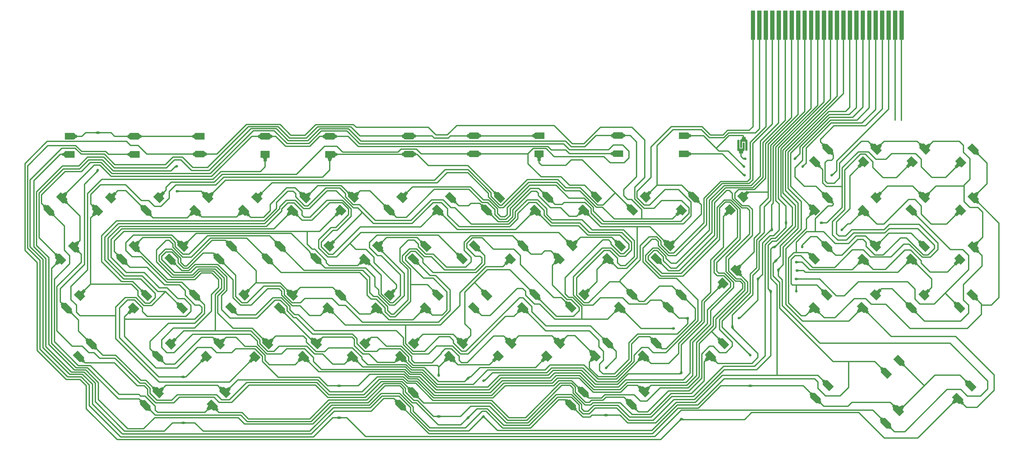
<source format=gbr>
%TF.GenerationSoftware,KiCad,Pcbnew,9.0.3*%
%TF.CreationDate,2025-10-03T14:49:21+02:00*%
%TF.ProjectId,Sony_HB-F1Xxx_Membrane,536f6e79-5f48-4422-9d46-315878785f4d,1.0*%
%TF.SameCoordinates,Original*%
%TF.FileFunction,Copper,L1,Top*%
%TF.FilePolarity,Positive*%
%FSLAX46Y46*%
G04 Gerber Fmt 4.6, Leading zero omitted, Abs format (unit mm)*
G04 Created by KiCad (PCBNEW 9.0.3) date 2025-10-03 14:49:21*
%MOMM*%
%LPD*%
G01*
G04 APERTURE LIST*
%TA.AperFunction,Conductor*%
%ADD10C,0.200000*%
%TD*%
%TA.AperFunction,ViaPad*%
%ADD11C,1.000000*%
%TD*%
%TA.AperFunction,Conductor*%
%ADD12C,0.500000*%
%TD*%
G04 APERTURE END LIST*
D10*
%TO.N,PAD1*%
X303400000Y-29065881D02*
X301900000Y-29065881D01*
X301900000Y-17865881D01*
X303400000Y-17865881D01*
X303400000Y-29065881D01*
%TA.AperFunction,Conductor*%
G36*
X303400000Y-29065881D02*
G01*
X301900000Y-29065881D01*
X301900000Y-17865881D01*
X303400000Y-17865881D01*
X303400000Y-29065881D01*
G37*
%TD.AperFunction*%
%TO.N,PAD2*%
X305930434Y-29065881D02*
X304430434Y-29065881D01*
X304430434Y-17865881D01*
X305930434Y-17865881D01*
X305930434Y-29065881D01*
%TA.AperFunction,Conductor*%
G36*
X305930434Y-29065881D02*
G01*
X304430434Y-29065881D01*
X304430434Y-17865881D01*
X305930434Y-17865881D01*
X305930434Y-29065881D01*
G37*
%TD.AperFunction*%
%TO.N,PAD3*%
X308460868Y-29065881D02*
X306960868Y-29065881D01*
X306960868Y-17865881D01*
X308460868Y-17865881D01*
X308460868Y-29065881D01*
%TA.AperFunction,Conductor*%
G36*
X308460868Y-29065881D02*
G01*
X306960868Y-29065881D01*
X306960868Y-17865881D01*
X308460868Y-17865881D01*
X308460868Y-29065881D01*
G37*
%TD.AperFunction*%
%TO.N,PAD4*%
X310991302Y-29065881D02*
X309491302Y-29065881D01*
X309491302Y-17865881D01*
X310991302Y-17865881D01*
X310991302Y-29065881D01*
%TA.AperFunction,Conductor*%
G36*
X310991302Y-29065881D02*
G01*
X309491302Y-29065881D01*
X309491302Y-17865881D01*
X310991302Y-17865881D01*
X310991302Y-29065881D01*
G37*
%TD.AperFunction*%
%TO.N,PAD5*%
X313521736Y-29065881D02*
X312021736Y-29065881D01*
X312021736Y-17865881D01*
X313521736Y-17865881D01*
X313521736Y-29065881D01*
%TA.AperFunction,Conductor*%
G36*
X313521736Y-29065881D02*
G01*
X312021736Y-29065881D01*
X312021736Y-17865881D01*
X313521736Y-17865881D01*
X313521736Y-29065881D01*
G37*
%TD.AperFunction*%
%TO.N,PAD6*%
X316052170Y-29065881D02*
X314552170Y-29065881D01*
X314552170Y-17865881D01*
X316052170Y-17865881D01*
X316052170Y-29065881D01*
%TA.AperFunction,Conductor*%
G36*
X316052170Y-29065881D02*
G01*
X314552170Y-29065881D01*
X314552170Y-17865881D01*
X316052170Y-17865881D01*
X316052170Y-29065881D01*
G37*
%TD.AperFunction*%
%TO.N,PAD7*%
X318582604Y-29065881D02*
X317082604Y-29065881D01*
X317082604Y-17865881D01*
X318582604Y-17865881D01*
X318582604Y-29065881D01*
%TA.AperFunction,Conductor*%
G36*
X318582604Y-29065881D02*
G01*
X317082604Y-29065881D01*
X317082604Y-17865881D01*
X318582604Y-17865881D01*
X318582604Y-29065881D01*
G37*
%TD.AperFunction*%
%TO.N,PAD8*%
X321113038Y-29065881D02*
X319613038Y-29065881D01*
X319613038Y-17865881D01*
X321113038Y-17865881D01*
X321113038Y-29065881D01*
%TA.AperFunction,Conductor*%
G36*
X321113038Y-29065881D02*
G01*
X319613038Y-29065881D01*
X319613038Y-17865881D01*
X321113038Y-17865881D01*
X321113038Y-29065881D01*
G37*
%TD.AperFunction*%
%TO.N,PAD9*%
X323643472Y-29065881D02*
X322143472Y-29065881D01*
X322143472Y-17865881D01*
X323643472Y-17865881D01*
X323643472Y-29065881D01*
%TA.AperFunction,Conductor*%
G36*
X323643472Y-29065881D02*
G01*
X322143472Y-29065881D01*
X322143472Y-17865881D01*
X323643472Y-17865881D01*
X323643472Y-29065881D01*
G37*
%TD.AperFunction*%
%TO.N,PAD10*%
X326173906Y-29065881D02*
X324673906Y-29065881D01*
X324673906Y-17865881D01*
X326173906Y-17865881D01*
X326173906Y-29065881D01*
%TA.AperFunction,Conductor*%
G36*
X326173906Y-29065881D02*
G01*
X324673906Y-29065881D01*
X324673906Y-17865881D01*
X326173906Y-17865881D01*
X326173906Y-29065881D01*
G37*
%TD.AperFunction*%
%TO.N,PAD11*%
X328704340Y-29065881D02*
X327204340Y-29065881D01*
X327204340Y-17865881D01*
X328704340Y-17865881D01*
X328704340Y-29065881D01*
%TA.AperFunction,Conductor*%
G36*
X328704340Y-29065881D02*
G01*
X327204340Y-29065881D01*
X327204340Y-17865881D01*
X328704340Y-17865881D01*
X328704340Y-29065881D01*
G37*
%TD.AperFunction*%
%TO.N,PAD12*%
X331234774Y-29065881D02*
X329734774Y-29065881D01*
X329734774Y-17865881D01*
X331234774Y-17865881D01*
X331234774Y-29065881D01*
%TA.AperFunction,Conductor*%
G36*
X331234774Y-29065881D02*
G01*
X329734774Y-29065881D01*
X329734774Y-17865881D01*
X331234774Y-17865881D01*
X331234774Y-29065881D01*
G37*
%TD.AperFunction*%
%TO.N,PAD13*%
X333765208Y-29065881D02*
X332265208Y-29065881D01*
X332265208Y-17865881D01*
X333765208Y-17865881D01*
X333765208Y-29065881D01*
%TA.AperFunction,Conductor*%
G36*
X333765208Y-29065881D02*
G01*
X332265208Y-29065881D01*
X332265208Y-17865881D01*
X333765208Y-17865881D01*
X333765208Y-29065881D01*
G37*
%TD.AperFunction*%
%TO.N,PAD14*%
X336295642Y-29065881D02*
X334795642Y-29065881D01*
X334795642Y-17865881D01*
X336295642Y-17865881D01*
X336295642Y-29065881D01*
%TA.AperFunction,Conductor*%
G36*
X336295642Y-29065881D02*
G01*
X334795642Y-29065881D01*
X334795642Y-17865881D01*
X336295642Y-17865881D01*
X336295642Y-29065881D01*
G37*
%TD.AperFunction*%
%TO.N,PAD15*%
X338826076Y-29065881D02*
X337326076Y-29065881D01*
X337326076Y-17865881D01*
X338826076Y-17865881D01*
X338826076Y-29065881D01*
%TA.AperFunction,Conductor*%
G36*
X338826076Y-29065881D02*
G01*
X337326076Y-29065881D01*
X337326076Y-17865881D01*
X338826076Y-17865881D01*
X338826076Y-29065881D01*
G37*
%TD.AperFunction*%
%TO.N,PAD16*%
X341356510Y-29065881D02*
X339856510Y-29065881D01*
X339856510Y-17865881D01*
X341356510Y-17865881D01*
X341356510Y-29065881D01*
%TA.AperFunction,Conductor*%
G36*
X341356510Y-29065881D02*
G01*
X339856510Y-29065881D01*
X339856510Y-17865881D01*
X341356510Y-17865881D01*
X341356510Y-29065881D01*
G37*
%TD.AperFunction*%
%TO.N,PAD17*%
X343886944Y-29065881D02*
X342386944Y-29065881D01*
X342386944Y-17865881D01*
X343886944Y-17865881D01*
X343886944Y-29065881D01*
%TA.AperFunction,Conductor*%
G36*
X343886944Y-29065881D02*
G01*
X342386944Y-29065881D01*
X342386944Y-17865881D01*
X343886944Y-17865881D01*
X343886944Y-29065881D01*
G37*
%TD.AperFunction*%
%TO.N,PAD18*%
X346417378Y-29065881D02*
X344917378Y-29065881D01*
X344917378Y-17865881D01*
X346417378Y-17865881D01*
X346417378Y-29065881D01*
%TA.AperFunction,Conductor*%
G36*
X346417378Y-29065881D02*
G01*
X344917378Y-29065881D01*
X344917378Y-17865881D01*
X346417378Y-17865881D01*
X346417378Y-29065881D01*
G37*
%TD.AperFunction*%
%TO.N,PAD19*%
X348947812Y-29065881D02*
X347447812Y-29065881D01*
X347447812Y-17865881D01*
X348947812Y-17865881D01*
X348947812Y-29065881D01*
%TA.AperFunction,Conductor*%
G36*
X348947812Y-29065881D02*
G01*
X347447812Y-29065881D01*
X347447812Y-17865881D01*
X348947812Y-17865881D01*
X348947812Y-29065881D01*
G37*
%TD.AperFunction*%
%TO.N,PAD20*%
X351478246Y-29065881D02*
X349978246Y-29065881D01*
X349978246Y-17865881D01*
X351478246Y-17865881D01*
X351478246Y-29065881D01*
%TA.AperFunction,Conductor*%
G36*
X351478246Y-29065881D02*
G01*
X349978246Y-29065881D01*
X349978246Y-17865881D01*
X351478246Y-17865881D01*
X351478246Y-29065881D01*
G37*
%TD.AperFunction*%
%TO.N,PAD21*%
X354008680Y-29065881D02*
X352508680Y-29065881D01*
X352508680Y-17865881D01*
X354008680Y-17865881D01*
X354008680Y-29065881D01*
%TA.AperFunction,Conductor*%
G36*
X354008680Y-29065881D02*
G01*
X352508680Y-29065881D01*
X352508680Y-17865881D01*
X354008680Y-17865881D01*
X354008680Y-29065881D01*
G37*
%TD.AperFunction*%
%TO.N,PAD22*%
X356539114Y-29065881D02*
X355039114Y-29065881D01*
X355039114Y-17865881D01*
X356539114Y-17865881D01*
X356539114Y-29065881D01*
%TA.AperFunction,Conductor*%
G36*
X356539114Y-29065881D02*
G01*
X355039114Y-29065881D01*
X355039114Y-17865881D01*
X356539114Y-17865881D01*
X356539114Y-29065881D01*
G37*
%TD.AperFunction*%
%TO.N,PAD23*%
X359069548Y-29065881D02*
X357569548Y-29065881D01*
X357569548Y-17865881D01*
X359069548Y-17865881D01*
X359069548Y-29065881D01*
%TA.AperFunction,Conductor*%
G36*
X359069548Y-29065881D02*
G01*
X357569548Y-29065881D01*
X357569548Y-17865881D01*
X359069548Y-17865881D01*
X359069548Y-29065881D01*
G37*
%TD.AperFunction*%
%TO.N,PAD24*%
X361600000Y-29065881D02*
X360100000Y-29065881D01*
X360100000Y-17865881D01*
X361600000Y-17865881D01*
X361600000Y-29065881D01*
%TA.AperFunction,Conductor*%
G36*
X361600000Y-29065881D02*
G01*
X360100000Y-29065881D01*
X360100000Y-17865881D01*
X361600000Y-17865881D01*
X361600000Y-29065881D01*
G37*
%TD.AperFunction*%
%TO.N,PAD18*%
X298000000Y-72600000D02*
X298000000Y-72000000D01*
%TO.N,PAD17*%
X347615775Y-134451659D02*
X347545064Y-135370898D01*
X347898617Y-135724451D01*
X347191511Y-136431558D01*
X346837957Y-136078005D01*
X345918718Y-136148715D01*
X345300000Y-135529997D01*
X343938819Y-136148715D01*
X343691332Y-135901228D01*
X343381973Y-135591869D01*
X344062563Y-134292560D01*
X343443845Y-133673842D01*
X345140901Y-131976785D01*
X347615775Y-134451659D01*
%TA.AperFunction,Conductor*%
G36*
X347615775Y-134451659D02*
G01*
X347545064Y-135370898D01*
X347898617Y-135724451D01*
X347191511Y-136431558D01*
X346837957Y-136078005D01*
X345918718Y-136148715D01*
X345300000Y-135529997D01*
X343938819Y-136148715D01*
X343691332Y-135901228D01*
X343381973Y-135591869D01*
X344062563Y-134292560D01*
X343443845Y-133673842D01*
X345140901Y-131976785D01*
X347615775Y-134451659D01*
G37*
%TD.AperFunction*%
%TO.N,PAD7*%
X68477944Y-165423780D02*
X69397183Y-165353070D01*
X70015901Y-165971788D01*
X71377082Y-165353070D01*
X71624569Y-165600557D01*
X71933928Y-165909916D01*
X71253338Y-167209225D01*
X71872056Y-167827943D01*
X70175000Y-169525000D01*
X67700126Y-167050126D01*
X67770837Y-166130887D01*
X67417284Y-165777334D01*
X68124390Y-165070227D01*
X68477944Y-165423780D01*
%TA.AperFunction,Conductor*%
G36*
X68477944Y-165423780D02*
G01*
X69397183Y-165353070D01*
X70015901Y-165971788D01*
X71377082Y-165353070D01*
X71624569Y-165600557D01*
X71933928Y-165909916D01*
X71253338Y-167209225D01*
X71872056Y-167827943D01*
X70175000Y-169525000D01*
X67700126Y-167050126D01*
X67770837Y-166130887D01*
X67417284Y-165777334D01*
X68124390Y-165070227D01*
X68477944Y-165423780D01*
G37*
%TD.AperFunction*%
%TO.N,PAD21*%
X363452866Y-132242816D02*
X364372105Y-132172105D01*
X366634846Y-134434847D01*
X366634846Y-135424796D01*
X366917689Y-135707639D01*
X366210582Y-136414746D01*
X365927739Y-136131903D01*
X364937790Y-136131903D01*
X362675048Y-133869161D01*
X362675048Y-133020633D01*
X362392206Y-132737790D01*
X363170023Y-131959973D01*
X363452866Y-132242816D01*
%TA.AperFunction,Conductor*%
G36*
X363452866Y-132242816D02*
G01*
X364372105Y-132172105D01*
X366634846Y-134434847D01*
X366634846Y-135424796D01*
X366917689Y-135707639D01*
X366210582Y-136414746D01*
X365927739Y-136131903D01*
X364937790Y-136131903D01*
X362675048Y-133869161D01*
X362675048Y-133020633D01*
X362392206Y-132737790D01*
X363170023Y-131959973D01*
X363452866Y-132242816D01*
G37*
%TD.AperFunction*%
%TO.N,PAD15*%
X90710757Y-153551211D02*
X88942990Y-155318978D01*
X88448016Y-154824003D01*
X87811619Y-154894714D01*
X87104513Y-155601821D01*
X86326695Y-154824003D01*
X87033802Y-154116897D01*
X87033802Y-153409790D01*
X86538827Y-152914815D01*
X88306594Y-151147048D01*
X90710757Y-153551211D01*
%TA.AperFunction,Conductor*%
G36*
X90710757Y-153551211D02*
G01*
X88942990Y-155318978D01*
X88448016Y-154824003D01*
X87811619Y-154894714D01*
X87104513Y-155601821D01*
X86326695Y-154824003D01*
X87033802Y-154116897D01*
X87033802Y-153409790D01*
X86538827Y-152914815D01*
X88306594Y-151147048D01*
X90710757Y-153551211D01*
G37*
%TD.AperFunction*%
%TO.N,PAD10*%
X288071930Y-153427817D02*
X288001219Y-154347056D01*
X288354772Y-154700609D01*
X287647666Y-155407716D01*
X287294112Y-155054163D01*
X286374873Y-155124873D01*
X285756155Y-154506155D01*
X284394974Y-155124873D01*
X284147487Y-154877386D01*
X283838128Y-154568027D01*
X284518718Y-153268718D01*
X283900000Y-152650000D01*
X285597056Y-150952943D01*
X288071930Y-153427817D01*
%TA.AperFunction,Conductor*%
G36*
X288071930Y-153427817D02*
G01*
X288001219Y-154347056D01*
X288354772Y-154700609D01*
X287647666Y-155407716D01*
X287294112Y-155054163D01*
X286374873Y-155124873D01*
X285756155Y-154506155D01*
X284394974Y-155124873D01*
X284147487Y-154877386D01*
X283838128Y-154568027D01*
X284518718Y-153268718D01*
X283900000Y-152650000D01*
X285597056Y-150952943D01*
X288071930Y-153427817D01*
G37*
%TD.AperFunction*%
%TO.N,PAD4*%
X105616295Y-127594975D02*
X104909188Y-128302081D01*
X104909188Y-129009188D01*
X105404163Y-129504163D01*
X103636396Y-131271930D01*
X101232233Y-128867767D01*
X103000000Y-127100000D01*
X103494974Y-127594975D01*
X104131371Y-127524264D01*
X104838477Y-126817157D01*
X105616295Y-127594975D01*
%TA.AperFunction,Conductor*%
G36*
X105616295Y-127594975D02*
G01*
X104909188Y-128302081D01*
X104909188Y-129009188D01*
X105404163Y-129504163D01*
X103636396Y-131271930D01*
X101232233Y-128867767D01*
X103000000Y-127100000D01*
X103494974Y-127594975D01*
X104131371Y-127524264D01*
X104838477Y-126817157D01*
X105616295Y-127594975D01*
G37*
%TD.AperFunction*%
%TO.N,PAD1*%
X158980761Y-93935177D02*
X159900000Y-93864466D01*
X162162741Y-96127208D01*
X162162741Y-97117157D01*
X162445584Y-97400000D01*
X161738477Y-98107107D01*
X161455634Y-97824264D01*
X160465685Y-97824264D01*
X158202943Y-95561522D01*
X158202943Y-94712994D01*
X157920101Y-94430151D01*
X158697918Y-93652334D01*
X158980761Y-93935177D01*
%TA.AperFunction,Conductor*%
G36*
X158980761Y-93935177D02*
G01*
X159900000Y-93864466D01*
X162162741Y-96127208D01*
X162162741Y-97117157D01*
X162445584Y-97400000D01*
X161738477Y-98107107D01*
X161455634Y-97824264D01*
X160465685Y-97824264D01*
X158202943Y-95561522D01*
X158202943Y-94712994D01*
X157920101Y-94430151D01*
X158697918Y-93652334D01*
X158980761Y-93935177D01*
G37*
%TD.AperFunction*%
%TO.N,PAD6*%
X128733802Y-153609790D02*
X128663091Y-154529029D01*
X129016644Y-154882582D01*
X128309538Y-155589689D01*
X127955984Y-155236136D01*
X127036745Y-155306846D01*
X126418027Y-154688128D01*
X125056846Y-155306846D01*
X124809359Y-155059359D01*
X124500000Y-154750000D01*
X125180590Y-153450691D01*
X124561872Y-152831973D01*
X126258928Y-151134916D01*
X128733802Y-153609790D01*
%TA.AperFunction,Conductor*%
G36*
X128733802Y-153609790D02*
G01*
X128663091Y-154529029D01*
X129016644Y-154882582D01*
X128309538Y-155589689D01*
X127955984Y-155236136D01*
X127036745Y-155306846D01*
X126418027Y-154688128D01*
X125056846Y-155306846D01*
X124809359Y-155059359D01*
X124500000Y-154750000D01*
X125180590Y-153450691D01*
X124561872Y-152831973D01*
X126258928Y-151134916D01*
X128733802Y-153609790D01*
G37*
%TD.AperFunction*%
%TO.N,PAD3*%
X273360660Y-127205026D02*
X274279899Y-127134315D01*
X276542640Y-129397057D01*
X276542640Y-130387006D01*
X276825483Y-130669849D01*
X276118376Y-131376956D01*
X275835533Y-131094113D01*
X274845584Y-131094113D01*
X272582842Y-128831371D01*
X272582842Y-127982843D01*
X272300000Y-127700000D01*
X273077817Y-126922183D01*
X273360660Y-127205026D01*
%TA.AperFunction,Conductor*%
G36*
X273360660Y-127205026D02*
G01*
X274279899Y-127134315D01*
X276542640Y-129397057D01*
X276542640Y-130387006D01*
X276825483Y-130669849D01*
X276118376Y-131376956D01*
X275835533Y-131094113D01*
X274845584Y-131094113D01*
X272582842Y-128831371D01*
X272582842Y-127982843D01*
X272300000Y-127700000D01*
X273077817Y-126922183D01*
X273360660Y-127205026D01*
G37*
%TD.AperFunction*%
%TO.N,PAD11*%
X138918377Y-108502944D02*
X138211270Y-109210050D01*
X138211270Y-109917157D01*
X138706245Y-110412132D01*
X136938478Y-112179899D01*
X134534315Y-109775736D01*
X136302082Y-108007969D01*
X136797056Y-108502944D01*
X137433453Y-108432233D01*
X138140559Y-107725126D01*
X138918377Y-108502944D01*
%TA.AperFunction,Conductor*%
G36*
X138918377Y-108502944D02*
G01*
X138211270Y-109210050D01*
X138211270Y-109917157D01*
X138706245Y-110412132D01*
X136938478Y-112179899D01*
X134534315Y-109775736D01*
X136302082Y-108007969D01*
X136797056Y-108502944D01*
X137433453Y-108432233D01*
X138140559Y-107725126D01*
X138918377Y-108502944D01*
G37*
%TD.AperFunction*%
%TO.N,PAD10*%
X219462741Y-96327208D02*
X219392030Y-97246447D01*
X219745583Y-97600000D01*
X219038477Y-98307107D01*
X218684923Y-97953554D01*
X217765684Y-98024264D01*
X217146966Y-97405546D01*
X215785785Y-98024264D01*
X215538298Y-97776777D01*
X215228939Y-97467418D01*
X215909529Y-96168109D01*
X215290811Y-95549391D01*
X216987867Y-93852334D01*
X219462741Y-96327208D01*
%TA.AperFunction,Conductor*%
G36*
X219462741Y-96327208D02*
G01*
X219392030Y-97246447D01*
X219745583Y-97600000D01*
X219038477Y-98307107D01*
X218684923Y-97953554D01*
X217765684Y-98024264D01*
X217146966Y-97405546D01*
X215785785Y-98024264D01*
X215538298Y-97776777D01*
X215228939Y-97467418D01*
X215909529Y-96168109D01*
X215290811Y-95549391D01*
X216987867Y-93852334D01*
X219462741Y-96327208D01*
G37*
%TD.AperFunction*%
%TO.N,PAD14*%
X138358415Y-134618719D02*
X138287704Y-135537958D01*
X138641257Y-135891510D01*
X137934151Y-136598618D01*
X137580597Y-136245065D01*
X136661358Y-136315775D01*
X136042640Y-135697057D01*
X134681459Y-136315775D01*
X134433972Y-136068288D01*
X134124613Y-135758929D01*
X134805203Y-134459620D01*
X134186485Y-133840902D01*
X135883541Y-132143845D01*
X138358415Y-134618719D01*
%TA.AperFunction,Conductor*%
G36*
X138358415Y-134618719D02*
G01*
X138287704Y-135537958D01*
X138641257Y-135891510D01*
X137934151Y-136598618D01*
X137580597Y-136245065D01*
X136661358Y-136315775D01*
X136042640Y-135697057D01*
X134681459Y-136315775D01*
X134433972Y-136068288D01*
X134124613Y-135758929D01*
X134805203Y-134459620D01*
X134186485Y-133840902D01*
X135883541Y-132143845D01*
X138358415Y-134618719D01*
G37*
%TD.AperFunction*%
%TO.N,PAD17*%
X230080761Y-131936591D02*
X231000000Y-131865881D01*
X233474874Y-134340754D01*
X231777818Y-136037811D01*
X229302944Y-133562937D01*
X229373655Y-132643698D01*
X229020101Y-132290145D01*
X229727208Y-131583038D01*
X230080761Y-131936591D01*
%TA.AperFunction,Conductor*%
G36*
X230080761Y-131936591D02*
G01*
X231000000Y-131865881D01*
X233474874Y-134340754D01*
X231777818Y-136037811D01*
X229302944Y-133562937D01*
X229373655Y-132643698D01*
X229020101Y-132290145D01*
X229727208Y-131583038D01*
X230080761Y-131936591D01*
G37*
%TD.AperFunction*%
%TO.N,PAD6*%
X78121662Y-108117499D02*
X79040901Y-108046789D01*
X79659619Y-108665507D01*
X81020800Y-108046789D01*
X81268287Y-108294276D01*
X81577646Y-108603635D01*
X80897056Y-109902944D01*
X81515774Y-110521662D01*
X79818718Y-112218719D01*
X77343844Y-109743845D01*
X77414555Y-108824606D01*
X77061002Y-108471053D01*
X77768108Y-107763946D01*
X78121662Y-108117499D01*
%TA.AperFunction,Conductor*%
G36*
X78121662Y-108117499D02*
G01*
X79040901Y-108046789D01*
X79659619Y-108665507D01*
X81020800Y-108046789D01*
X81268287Y-108294276D01*
X81577646Y-108603635D01*
X80897056Y-109902944D01*
X81515774Y-110521662D01*
X79818718Y-112218719D01*
X77343844Y-109743845D01*
X77414555Y-108824606D01*
X77061002Y-108471053D01*
X77768108Y-107763946D01*
X78121662Y-108117499D01*
G37*
%TD.AperFunction*%
%TO.N,PAD2*%
X268574874Y-107876598D02*
X269494113Y-107805888D01*
X270112831Y-108424606D01*
X271474012Y-107805888D01*
X271721499Y-108053375D01*
X272030858Y-108362734D01*
X271350268Y-109662043D01*
X271968986Y-110280761D01*
X270271930Y-111977818D01*
X267797056Y-109502944D01*
X267867767Y-108583705D01*
X267514214Y-108230153D01*
X268221320Y-107523045D01*
X268574874Y-107876598D01*
%TA.AperFunction,Conductor*%
G36*
X268574874Y-107876598D02*
G01*
X269494113Y-107805888D01*
X270112831Y-108424606D01*
X271474012Y-107805888D01*
X271721499Y-108053375D01*
X272030858Y-108362734D01*
X271350268Y-109662043D01*
X271968986Y-110280761D01*
X270271930Y-111977818D01*
X267797056Y-109502944D01*
X267867767Y-108583705D01*
X267514214Y-108230153D01*
X268221320Y-107523045D01*
X268574874Y-107876598D01*
G37*
%TD.AperFunction*%
%TO.N,PAD10*%
X181262741Y-96227208D02*
X181192030Y-97146447D01*
X181545583Y-97500000D01*
X180838477Y-98207107D01*
X180484923Y-97853554D01*
X179565684Y-97924264D01*
X178946966Y-97305546D01*
X177585785Y-97924264D01*
X177338298Y-97676777D01*
X177028939Y-97367418D01*
X177709529Y-96068109D01*
X177090811Y-95449391D01*
X178787867Y-93752334D01*
X181262741Y-96227208D01*
%TA.AperFunction,Conductor*%
G36*
X181262741Y-96227208D02*
G01*
X181192030Y-97146447D01*
X181545583Y-97500000D01*
X180838477Y-98207107D01*
X180484923Y-97853554D01*
X179565684Y-97924264D01*
X178946966Y-97305546D01*
X177585785Y-97924264D01*
X177338298Y-97676777D01*
X177028939Y-97367418D01*
X177709529Y-96068109D01*
X177090811Y-95449391D01*
X178787867Y-93752334D01*
X181262741Y-96227208D01*
G37*
%TD.AperFunction*%
%TO.N,PAD19*%
X349355888Y-108045837D02*
X350275127Y-107975127D01*
X350893845Y-108593845D01*
X352255026Y-107975127D01*
X352502513Y-108222614D01*
X352811872Y-108531973D01*
X352131282Y-109831282D01*
X352750000Y-110450000D01*
X351052944Y-112147057D01*
X348578070Y-109672183D01*
X348648781Y-108752944D01*
X348295228Y-108399391D01*
X349002334Y-107692284D01*
X349355888Y-108045837D01*
%TA.AperFunction,Conductor*%
G36*
X349355888Y-108045837D02*
G01*
X350275127Y-107975127D01*
X350893845Y-108593845D01*
X352255026Y-107975127D01*
X352502513Y-108222614D01*
X352811872Y-108531973D01*
X352131282Y-109831282D01*
X352750000Y-110450000D01*
X351052944Y-112147057D01*
X348578070Y-109672183D01*
X348648781Y-108752944D01*
X348295228Y-108399391D01*
X349002334Y-107692284D01*
X349355888Y-108045837D01*
G37*
%TD.AperFunction*%
%TO.N,PAD13*%
X224010757Y-153451211D02*
X222242990Y-155218978D01*
X221748016Y-154724003D01*
X221111619Y-154794714D01*
X220404513Y-155501821D01*
X219626695Y-154724003D01*
X220333802Y-154016897D01*
X220333802Y-153309790D01*
X219838827Y-152814815D01*
X221606594Y-151047048D01*
X224010757Y-153451211D01*
%TA.AperFunction,Conductor*%
G36*
X224010757Y-153451211D02*
G01*
X222242990Y-155218978D01*
X221748016Y-154724003D01*
X221111619Y-154794714D01*
X220404513Y-155501821D01*
X219626695Y-154724003D01*
X220333802Y-154016897D01*
X220333802Y-153309790D01*
X219838827Y-152814815D01*
X221606594Y-151047048D01*
X224010757Y-153451211D01*
G37*
%TD.AperFunction*%
%TO.N,PAD19*%
X390679118Y-89205106D02*
X390926605Y-89452593D01*
X390307887Y-90813774D01*
X390926605Y-91432492D01*
X390855895Y-92351731D01*
X391209448Y-92705285D01*
X390502341Y-93412391D01*
X390148788Y-93058838D01*
X389229549Y-93129549D01*
X386754675Y-90654675D01*
X388451732Y-88957619D01*
X389070450Y-89576337D01*
X390369759Y-88895747D01*
X390679118Y-89205106D01*
%TA.AperFunction,Conductor*%
G36*
X390679118Y-89205106D02*
G01*
X390926605Y-89452593D01*
X390307887Y-90813774D01*
X390926605Y-91432492D01*
X390855895Y-92351731D01*
X391209448Y-92705285D01*
X390502341Y-93412391D01*
X390148788Y-93058838D01*
X389229549Y-93129549D01*
X386754675Y-90654675D01*
X388451732Y-88957619D01*
X389070450Y-89576337D01*
X390369759Y-88895747D01*
X390679118Y-89205106D01*
G37*
%TD.AperFunction*%
%TO.N,PAD6*%
X92358408Y-146324345D02*
X93277647Y-146253635D01*
X93896365Y-146872353D01*
X95257546Y-146253635D01*
X95505033Y-146501122D01*
X95814392Y-146810481D01*
X95133802Y-148109790D01*
X95752520Y-148728508D01*
X94055464Y-150425565D01*
X91580590Y-147950691D01*
X91651301Y-147031452D01*
X91297748Y-146677899D01*
X92004854Y-145970792D01*
X92358408Y-146324345D01*
%TA.AperFunction,Conductor*%
G36*
X92358408Y-146324345D02*
G01*
X93277647Y-146253635D01*
X93896365Y-146872353D01*
X95257546Y-146253635D01*
X95505033Y-146501122D01*
X95814392Y-146810481D01*
X95133802Y-148109790D01*
X95752520Y-148728508D01*
X94055464Y-150425565D01*
X91580590Y-147950691D01*
X91651301Y-147031452D01*
X91297748Y-146677899D01*
X92004854Y-145970792D01*
X92358408Y-146324345D01*
G37*
%TD.AperFunction*%
%TO.N,PAD12*%
X205010757Y-153351211D02*
X203242990Y-155118978D01*
X202748016Y-154624003D01*
X202111619Y-154694714D01*
X201404513Y-155401821D01*
X200626695Y-154624003D01*
X201333802Y-153916897D01*
X201333802Y-153209790D01*
X200838827Y-152714815D01*
X202606594Y-150947048D01*
X205010757Y-153351211D01*
%TA.AperFunction,Conductor*%
G36*
X205010757Y-153351211D02*
G01*
X203242990Y-155118978D01*
X202748016Y-154624003D01*
X202111619Y-154694714D01*
X201404513Y-155401821D01*
X200626695Y-154624003D01*
X201333802Y-153916897D01*
X201333802Y-153209790D01*
X200838827Y-152714815D01*
X202606594Y-150947048D01*
X205010757Y-153351211D01*
G37*
%TD.AperFunction*%
%TO.N,PAD2*%
X247897056Y-115302944D02*
X247826345Y-116222183D01*
X248179898Y-116575736D01*
X247472792Y-117282843D01*
X247119238Y-116929290D01*
X246199999Y-117000000D01*
X245581281Y-116381282D01*
X244220100Y-117000000D01*
X243972613Y-116752513D01*
X243663254Y-116443154D01*
X244343844Y-115143845D01*
X243725126Y-114525127D01*
X245422182Y-112828070D01*
X247897056Y-115302944D01*
%TA.AperFunction,Conductor*%
G36*
X247897056Y-115302944D02*
G01*
X247826345Y-116222183D01*
X248179898Y-116575736D01*
X247472792Y-117282843D01*
X247119238Y-116929290D01*
X246199999Y-117000000D01*
X245581281Y-116381282D01*
X244220100Y-117000000D01*
X243972613Y-116752513D01*
X243663254Y-116443154D01*
X244343844Y-115143845D01*
X243725126Y-114525127D01*
X245422182Y-112828070D01*
X247897056Y-115302944D01*
G37*
%TD.AperFunction*%
%TO.N,PAD17*%
X293074011Y-124844365D02*
X291306244Y-126612132D01*
X290811270Y-126117157D01*
X290174873Y-126187868D01*
X289467767Y-126894975D01*
X288689949Y-126117157D01*
X289397056Y-125410051D01*
X289397056Y-124702944D01*
X288902081Y-124207969D01*
X290669848Y-122440202D01*
X293074011Y-124844365D01*
%TA.AperFunction,Conductor*%
G36*
X293074011Y-124844365D02*
G01*
X291306244Y-126612132D01*
X290811270Y-126117157D01*
X290174873Y-126187868D01*
X289467767Y-126894975D01*
X288689949Y-126117157D01*
X289397056Y-125410051D01*
X289397056Y-124702944D01*
X288902081Y-124207969D01*
X290669848Y-122440202D01*
X293074011Y-124844365D01*
G37*
%TD.AperFunction*%
%TO.N,PAD16*%
X54318020Y-113257969D02*
X55237259Y-113187258D01*
X57500000Y-115450000D01*
X57500000Y-116439949D01*
X57782843Y-116722792D01*
X57075736Y-117429899D01*
X56792893Y-117147056D01*
X55802944Y-117147056D01*
X53540202Y-114884314D01*
X53540202Y-114035786D01*
X53257360Y-113752943D01*
X54035177Y-112975126D01*
X54318020Y-113257969D01*
%TA.AperFunction,Conductor*%
G36*
X54318020Y-113257969D02*
G01*
X55237259Y-113187258D01*
X57500000Y-115450000D01*
X57500000Y-116439949D01*
X57782843Y-116722792D01*
X57075736Y-117429899D01*
X56792893Y-117147056D01*
X55802944Y-117147056D01*
X53540202Y-114884314D01*
X53540202Y-114035786D01*
X53257360Y-113752943D01*
X54035177Y-112975126D01*
X54318020Y-113257969D01*
G37*
%TD.AperFunction*%
%TO.N,PAD12*%
X386100000Y-77404163D02*
X384332233Y-79171930D01*
X383837259Y-78676955D01*
X383200862Y-78747666D01*
X382493756Y-79454773D01*
X381715938Y-78676955D01*
X382423045Y-77969849D01*
X382423045Y-77262742D01*
X381928070Y-76767767D01*
X383695837Y-75000000D01*
X386100000Y-77404163D01*
%TA.AperFunction,Conductor*%
G36*
X386100000Y-77404163D02*
G01*
X384332233Y-79171930D01*
X383837259Y-78676955D01*
X383200862Y-78747666D01*
X382493756Y-79454773D01*
X381715938Y-78676955D01*
X382423045Y-77969849D01*
X382423045Y-77262742D01*
X381928070Y-76767767D01*
X383695837Y-75000000D01*
X386100000Y-77404163D01*
G37*
%TD.AperFunction*%
%TO.N,PAD2*%
X186262741Y-91327208D02*
X186192030Y-92246447D01*
X186545584Y-92600000D01*
X185838477Y-93307107D01*
X185484924Y-92953554D01*
X184565685Y-93024264D01*
X182090811Y-90549391D01*
X183787867Y-88852334D01*
X186262741Y-91327208D01*
%TA.AperFunction,Conductor*%
G36*
X186262741Y-91327208D02*
G01*
X186192030Y-92246447D01*
X186545584Y-92600000D01*
X185838477Y-93307107D01*
X185484924Y-92953554D01*
X184565685Y-93024264D01*
X182090811Y-90549391D01*
X183787867Y-88852334D01*
X186262741Y-91327208D01*
G37*
%TD.AperFunction*%
%TO.N,PAD15*%
X230459099Y-107854936D02*
X231378338Y-107784226D01*
X231997056Y-108402944D01*
X233358237Y-107784226D01*
X233605724Y-108031713D01*
X233915083Y-108341072D01*
X233234493Y-109640381D01*
X233853211Y-110259099D01*
X232156155Y-111956156D01*
X229681281Y-109481282D01*
X229751992Y-108562043D01*
X229398439Y-108208491D01*
X230105545Y-107501383D01*
X230459099Y-107854936D01*
%TA.AperFunction,Conductor*%
G36*
X230459099Y-107854936D02*
G01*
X231378338Y-107784226D01*
X231997056Y-108402944D01*
X233358237Y-107784226D01*
X233605724Y-108031713D01*
X233915083Y-108341072D01*
X233234493Y-109640381D01*
X233853211Y-110259099D01*
X232156155Y-111956156D01*
X229681281Y-109481282D01*
X229751992Y-108562043D01*
X229398439Y-108208491D01*
X230105545Y-107501383D01*
X230459099Y-107854936D01*
G37*
%TD.AperFunction*%
%TO.N,PAD12*%
X92318020Y-113107969D02*
X93237259Y-113037258D01*
X95500000Y-115300000D01*
X95500000Y-116289949D01*
X95782843Y-116572792D01*
X95075736Y-117279899D01*
X94792893Y-116997056D01*
X93802944Y-116997056D01*
X91540202Y-114734314D01*
X91540202Y-113885786D01*
X91257360Y-113602943D01*
X92035177Y-112825126D01*
X92318020Y-113107969D01*
%TA.AperFunction,Conductor*%
G36*
X92318020Y-113107969D02*
G01*
X93237259Y-113037258D01*
X95500000Y-115300000D01*
X95500000Y-116289949D01*
X95782843Y-116572792D01*
X95075736Y-117279899D01*
X94792893Y-116997056D01*
X93802944Y-116997056D01*
X91540202Y-114734314D01*
X91540202Y-113885786D01*
X91257360Y-113602943D01*
X92035177Y-112825126D01*
X92318020Y-113107969D01*
G37*
%TD.AperFunction*%
%TO.N,PAD18*%
X297300000Y-71900000D02*
X298700000Y-71900000D01*
X298700000Y-69600000D01*
X299300000Y-69600000D01*
X299300000Y-72400000D01*
X298700000Y-73000000D01*
X298700000Y-73600000D01*
X297300000Y-73600000D01*
X297300000Y-72900000D01*
X296600000Y-72500000D01*
X296600000Y-68500000D01*
X297300000Y-68500000D01*
X297300000Y-71900000D01*
%TA.AperFunction,Conductor*%
G36*
X297300000Y-71900000D02*
G01*
X298700000Y-71900000D01*
X298700000Y-69600000D01*
X299300000Y-69600000D01*
X299300000Y-72400000D01*
X298700000Y-73000000D01*
X298700000Y-73600000D01*
X297300000Y-73600000D01*
X297300000Y-72900000D01*
X296600000Y-72500000D01*
X296600000Y-68500000D01*
X297300000Y-68500000D01*
X297300000Y-71900000D01*
G37*
%TD.AperFunction*%
%TO.N,PAD16*%
X266797056Y-115202944D02*
X266726345Y-116122183D01*
X267079899Y-116475736D01*
X266372792Y-117182843D01*
X266019239Y-116829290D01*
X265100000Y-116900000D01*
X262625126Y-114425127D01*
X264322182Y-112728070D01*
X266797056Y-115202944D01*
%TA.AperFunction,Conductor*%
G36*
X266797056Y-115202944D02*
G01*
X266726345Y-116122183D01*
X267079899Y-116475736D01*
X266372792Y-117182843D01*
X266019239Y-116829290D01*
X265100000Y-116900000D01*
X262625126Y-114425127D01*
X264322182Y-112728070D01*
X266797056Y-115202944D01*
G37*
%TD.AperFunction*%
%TO.N,PAD2*%
X197080761Y-93935177D02*
X198000000Y-93864466D01*
X200262741Y-96127208D01*
X200262741Y-97117157D01*
X200545584Y-97400000D01*
X199838477Y-98107107D01*
X199555634Y-97824264D01*
X198565685Y-97824264D01*
X196302943Y-95561522D01*
X196302943Y-94712994D01*
X196020101Y-94430151D01*
X196797918Y-93652334D01*
X197080761Y-93935177D01*
%TA.AperFunction,Conductor*%
G36*
X197080761Y-93935177D02*
G01*
X198000000Y-93864466D01*
X200262741Y-96127208D01*
X200262741Y-97117157D01*
X200545584Y-97400000D01*
X199838477Y-98107107D01*
X199555634Y-97824264D01*
X198565685Y-97824264D01*
X196302943Y-95561522D01*
X196302943Y-94712994D01*
X196020101Y-94430151D01*
X196797918Y-93652334D01*
X197080761Y-93935177D01*
G37*
%TD.AperFunction*%
%TO.N,PAD13*%
X119339696Y-134600001D02*
X119268985Y-135519240D01*
X119622539Y-135872793D01*
X118915432Y-136579900D01*
X118561880Y-136226347D01*
X117642640Y-136297057D01*
X115167766Y-133822184D01*
X116864823Y-132125127D01*
X119339696Y-134600001D01*
%TA.AperFunction,Conductor*%
G36*
X119339696Y-134600001D02*
G01*
X119268985Y-135519240D01*
X119622539Y-135872793D01*
X118915432Y-136579900D01*
X118561880Y-136226347D01*
X117642640Y-136297057D01*
X115167766Y-133822184D01*
X116864823Y-132125127D01*
X119339696Y-134600001D01*
G37*
%TD.AperFunction*%
%TO.N,PAD2*%
X262784062Y-89227208D02*
X262076955Y-89934314D01*
X262076955Y-90641421D01*
X262571930Y-91136396D01*
X260804163Y-92904163D01*
X258400000Y-90500000D01*
X260167767Y-88732233D01*
X260662741Y-89227208D01*
X261299138Y-89156497D01*
X262006244Y-88449390D01*
X262784062Y-89227208D01*
%TA.AperFunction,Conductor*%
G36*
X262784062Y-89227208D02*
G01*
X262076955Y-89934314D01*
X262076955Y-90641421D01*
X262571930Y-91136396D01*
X260804163Y-92904163D01*
X258400000Y-90500000D01*
X260167767Y-88732233D01*
X260662741Y-89227208D01*
X261299138Y-89156497D01*
X262006244Y-88449390D01*
X262784062Y-89227208D01*
G37*
%TD.AperFunction*%
%TO.N,PAD17*%
X384879996Y-170085884D02*
X384809285Y-171005123D01*
X385162838Y-171358676D01*
X384455732Y-172065783D01*
X384102178Y-171712230D01*
X383182939Y-171782940D01*
X382564221Y-171164222D01*
X381203040Y-171782940D01*
X380955553Y-171535453D01*
X380646194Y-171226094D01*
X381326784Y-169926785D01*
X380708066Y-169308067D01*
X382405122Y-167611010D01*
X384879996Y-170085884D01*
%TA.AperFunction,Conductor*%
G36*
X384879996Y-170085884D02*
G01*
X384809285Y-171005123D01*
X385162838Y-171358676D01*
X384455732Y-172065783D01*
X384102178Y-171712230D01*
X383182939Y-171782940D01*
X382564221Y-171164222D01*
X381203040Y-171782940D01*
X380955553Y-171535453D01*
X380646194Y-171226094D01*
X381326784Y-169926785D01*
X380708066Y-169308067D01*
X382405122Y-167611010D01*
X384879996Y-170085884D01*
G37*
%TD.AperFunction*%
X88300000Y-73500000D02*
X88700000Y-73500000D01*
X88700000Y-74500000D01*
X88300000Y-74500000D01*
X87600000Y-75200000D01*
X84400000Y-75200000D01*
X83800000Y-74600000D01*
X83400000Y-74600000D01*
X83400000Y-73500000D01*
X83800000Y-73500000D01*
X84400000Y-72800000D01*
X87600000Y-72800000D01*
X88300000Y-73500000D01*
%TA.AperFunction,Conductor*%
G36*
X88300000Y-73500000D02*
G01*
X88700000Y-73500000D01*
X88700000Y-74500000D01*
X88300000Y-74500000D01*
X87600000Y-75200000D01*
X84400000Y-75200000D01*
X83800000Y-74600000D01*
X83400000Y-74600000D01*
X83400000Y-73500000D01*
X83800000Y-73500000D01*
X84400000Y-72800000D01*
X87600000Y-72800000D01*
X88300000Y-73500000D01*
G37*
%TD.AperFunction*%
%TO.N,PAD1*%
X105281459Y-96345926D02*
X105210748Y-97265165D01*
X105564301Y-97618718D01*
X104857195Y-98325825D01*
X104503641Y-97972272D01*
X103584402Y-98042982D01*
X102965684Y-97424264D01*
X101604503Y-98042982D01*
X101357016Y-97795495D01*
X101047657Y-97486136D01*
X101728247Y-96186827D01*
X101109529Y-95568109D01*
X102806585Y-93871052D01*
X105281459Y-96345926D01*
%TA.AperFunction,Conductor*%
G36*
X105281459Y-96345926D02*
G01*
X105210748Y-97265165D01*
X105564301Y-97618718D01*
X104857195Y-98325825D01*
X104503641Y-97972272D01*
X103584402Y-98042982D01*
X102965684Y-97424264D01*
X101604503Y-98042982D01*
X101357016Y-97795495D01*
X101047657Y-97486136D01*
X101728247Y-96186827D01*
X101109529Y-95568109D01*
X102806585Y-93871052D01*
X105281459Y-96345926D01*
G37*
%TD.AperFunction*%
X221080761Y-88935177D02*
X222000000Y-88864466D01*
X224262741Y-91127208D01*
X224262741Y-92117157D01*
X224545584Y-92400000D01*
X223838477Y-93107107D01*
X223555634Y-92824264D01*
X222565685Y-92824264D01*
X220302943Y-90561522D01*
X220302943Y-89712994D01*
X220020101Y-89430151D01*
X220797918Y-88652334D01*
X221080761Y-88935177D01*
%TA.AperFunction,Conductor*%
G36*
X221080761Y-88935177D02*
G01*
X222000000Y-88864466D01*
X224262741Y-91127208D01*
X224262741Y-92117157D01*
X224545584Y-92400000D01*
X223838477Y-93107107D01*
X223555634Y-92824264D01*
X222565685Y-92824264D01*
X220302943Y-90561522D01*
X220302943Y-89712994D01*
X220020101Y-89430151D01*
X220797918Y-88652334D01*
X221080761Y-88935177D01*
G37*
%TD.AperFunction*%
%TO.N,PAD17*%
X167484062Y-89427208D02*
X166776955Y-90134314D01*
X166776955Y-90841421D01*
X167271930Y-91336396D01*
X165504163Y-93104163D01*
X163100000Y-90700000D01*
X164867767Y-88932233D01*
X165362741Y-89427208D01*
X165999138Y-89356497D01*
X166706244Y-88649390D01*
X167484062Y-89427208D01*
%TA.AperFunction,Conductor*%
G36*
X167484062Y-89427208D02*
G01*
X166776955Y-90134314D01*
X166776955Y-90841421D01*
X167271930Y-91336396D01*
X165504163Y-93104163D01*
X163100000Y-90700000D01*
X164867767Y-88932233D01*
X165362741Y-89427208D01*
X165999138Y-89356497D01*
X166706244Y-88649390D01*
X167484062Y-89427208D01*
G37*
%TD.AperFunction*%
%TO.N,PAD14*%
X209774011Y-115344365D02*
X208006244Y-117112132D01*
X207511270Y-116617157D01*
X206874873Y-116687868D01*
X206167767Y-117394975D01*
X205389949Y-116617157D01*
X206097056Y-115910051D01*
X206097056Y-115202944D01*
X205602081Y-114707969D01*
X207369848Y-112940202D01*
X209774011Y-115344365D01*
%TA.AperFunction,Conductor*%
G36*
X209774011Y-115344365D02*
G01*
X208006244Y-117112132D01*
X207511270Y-116617157D01*
X206874873Y-116687868D01*
X206167767Y-117394975D01*
X205389949Y-116617157D01*
X206097056Y-115910051D01*
X206097056Y-115202944D01*
X205602081Y-114707969D01*
X207369848Y-112940202D01*
X209774011Y-115344365D01*
G37*
%TD.AperFunction*%
%TO.N,PAD10*%
X113300000Y-75300000D02*
X112600000Y-75300000D01*
X112200000Y-75800000D01*
X112200000Y-76800000D01*
X111100000Y-76800000D01*
X111100000Y-75800000D01*
X110600000Y-75300000D01*
X109900000Y-75300000D01*
X109900000Y-72800000D01*
X113300000Y-72800000D01*
X113300000Y-75300000D01*
%TA.AperFunction,Conductor*%
G36*
X113300000Y-75300000D02*
G01*
X112600000Y-75300000D01*
X112200000Y-75800000D01*
X112200000Y-76800000D01*
X111100000Y-76800000D01*
X111100000Y-75800000D01*
X110600000Y-75300000D01*
X109900000Y-75300000D01*
X109900000Y-72800000D01*
X113300000Y-72800000D01*
X113300000Y-75300000D01*
G37*
%TD.AperFunction*%
%TO.N,PAD13*%
X254140558Y-93900862D02*
X255059797Y-93830152D01*
X257534671Y-96305025D01*
X255837615Y-98002082D01*
X253362741Y-95527208D01*
X253433452Y-94607969D01*
X253079898Y-94254416D01*
X253787005Y-93547309D01*
X254140558Y-93900862D01*
%TA.AperFunction,Conductor*%
G36*
X254140558Y-93900862D02*
G01*
X255059797Y-93830152D01*
X257534671Y-96305025D01*
X255837615Y-98002082D01*
X253362741Y-95527208D01*
X253433452Y-94607969D01*
X253079898Y-94254416D01*
X253787005Y-93547309D01*
X254140558Y-93900862D01*
G37*
%TD.AperFunction*%
%TO.N,PAD15*%
X385776955Y-115500000D02*
X384009188Y-117267767D01*
X383514214Y-116772792D01*
X382877817Y-116843503D01*
X382170711Y-117550610D01*
X381392893Y-116772792D01*
X382100000Y-116065686D01*
X382100000Y-115358579D01*
X381605025Y-114863604D01*
X383372792Y-113095837D01*
X385776955Y-115500000D01*
%TA.AperFunction,Conductor*%
G36*
X385776955Y-115500000D02*
G01*
X384009188Y-117267767D01*
X383514214Y-116772792D01*
X382877817Y-116843503D01*
X382170711Y-117550610D01*
X381392893Y-116772792D01*
X382100000Y-116065686D01*
X382100000Y-115358579D01*
X381605025Y-114863604D01*
X383372792Y-113095837D01*
X385776955Y-115500000D01*
G37*
%TD.AperFunction*%
%TO.N,PAD7*%
X94624606Y-165414555D02*
X95543845Y-165343845D01*
X96162563Y-165962563D01*
X97523744Y-165343845D01*
X97771231Y-165591332D01*
X98080590Y-165900691D01*
X97400000Y-167200000D01*
X98018718Y-167818718D01*
X96321662Y-169515775D01*
X93846788Y-167040901D01*
X93917499Y-166121662D01*
X93563946Y-165768109D01*
X94271052Y-165061002D01*
X94624606Y-165414555D01*
%TA.AperFunction,Conductor*%
G36*
X94624606Y-165414555D02*
G01*
X95543845Y-165343845D01*
X96162563Y-165962563D01*
X97523744Y-165343845D01*
X97771231Y-165591332D01*
X98080590Y-165900691D01*
X97400000Y-167200000D01*
X98018718Y-167818718D01*
X96321662Y-169515775D01*
X93846788Y-167040901D01*
X93917499Y-166121662D01*
X93563946Y-165768109D01*
X94271052Y-165061002D01*
X94624606Y-165414555D01*
G37*
%TD.AperFunction*%
%TO.N,PAD5*%
X187558408Y-146224345D02*
X188477647Y-146153635D01*
X189096365Y-146772353D01*
X190457546Y-146153635D01*
X190705033Y-146401122D01*
X191014392Y-146710481D01*
X190333802Y-148009790D01*
X190952520Y-148628508D01*
X189255464Y-150325565D01*
X186780590Y-147850691D01*
X186851301Y-146931452D01*
X186497748Y-146577899D01*
X187204854Y-145870792D01*
X187558408Y-146224345D01*
%TA.AperFunction,Conductor*%
G36*
X187558408Y-146224345D02*
G01*
X188477647Y-146153635D01*
X189096365Y-146772353D01*
X190457546Y-146153635D01*
X190705033Y-146401122D01*
X191014392Y-146710481D01*
X190333802Y-148009790D01*
X190952520Y-148628508D01*
X189255464Y-150325565D01*
X186780590Y-147850691D01*
X186851301Y-146931452D01*
X186497748Y-146577899D01*
X187204854Y-145870792D01*
X187558408Y-146224345D01*
G37*
%TD.AperFunction*%
%TO.N,PAD11*%
X44721840Y-94082144D02*
X45641079Y-94011433D01*
X48115953Y-96486307D01*
X46418896Y-98183363D01*
X45800178Y-97564645D01*
X44500869Y-98245235D01*
X44191510Y-97935876D01*
X43944023Y-97688389D01*
X44562741Y-96327208D01*
X43944023Y-95708490D01*
X44014733Y-94789251D01*
X43661180Y-94435697D01*
X44368288Y-93728591D01*
X44721840Y-94082144D01*
%TA.AperFunction,Conductor*%
G36*
X44721840Y-94082144D02*
G01*
X45641079Y-94011433D01*
X48115953Y-96486307D01*
X46418896Y-98183363D01*
X45800178Y-97564645D01*
X44500869Y-98245235D01*
X44191510Y-97935876D01*
X43944023Y-97688389D01*
X44562741Y-96327208D01*
X43944023Y-95708490D01*
X44014733Y-94789251D01*
X43661180Y-94435697D01*
X44368288Y-93728591D01*
X44721840Y-94082144D01*
G37*
%TD.AperFunction*%
%TO.N,PAD3*%
X206558408Y-146124345D02*
X207477647Y-146053635D01*
X208096365Y-146672353D01*
X209457546Y-146053635D01*
X209705033Y-146301122D01*
X210014392Y-146610481D01*
X209333802Y-147909790D01*
X209952520Y-148528508D01*
X208255464Y-150225565D01*
X205780590Y-147750691D01*
X205851301Y-146831452D01*
X205497748Y-146477899D01*
X206204854Y-145770792D01*
X206558408Y-146124345D01*
%TA.AperFunction,Conductor*%
G36*
X206558408Y-146124345D02*
G01*
X207477647Y-146053635D01*
X208096365Y-146672353D01*
X209457546Y-146053635D01*
X209705033Y-146301122D01*
X210014392Y-146610481D01*
X209333802Y-147909790D01*
X209952520Y-148528508D01*
X208255464Y-150225565D01*
X205780590Y-147750691D01*
X205851301Y-146831452D01*
X205497748Y-146477899D01*
X206204854Y-145770792D01*
X206558408Y-146124345D01*
G37*
%TD.AperFunction*%
%TO.N,PAD10*%
X386032582Y-96232582D02*
X384264815Y-98000349D01*
X383769841Y-97505374D01*
X383133444Y-97576085D01*
X382426338Y-98283192D01*
X381648520Y-97505374D01*
X382355627Y-96798268D01*
X382355627Y-96091161D01*
X381860652Y-95596186D01*
X383628419Y-93828419D01*
X386032582Y-96232582D01*
%TA.AperFunction,Conductor*%
G36*
X386032582Y-96232582D02*
G01*
X384264815Y-98000349D01*
X383769841Y-97505374D01*
X383133444Y-97576085D01*
X382426338Y-98283192D01*
X381648520Y-97505374D01*
X382355627Y-96798268D01*
X382355627Y-96091161D01*
X381860652Y-95596186D01*
X383628419Y-93828419D01*
X386032582Y-96232582D01*
G37*
%TD.AperFunction*%
%TO.N,PAD16*%
X371921321Y-127629997D02*
X371214214Y-128337103D01*
X371214214Y-129044210D01*
X371709189Y-129539185D01*
X369941422Y-131306952D01*
X367537259Y-128902789D01*
X369305026Y-127135022D01*
X369800000Y-127629997D01*
X370436397Y-127559286D01*
X371143503Y-126852179D01*
X371921321Y-127629997D01*
%TA.AperFunction,Conductor*%
G36*
X371921321Y-127629997D02*
G01*
X371214214Y-128337103D01*
X371214214Y-129044210D01*
X371709189Y-129539185D01*
X369941422Y-131306952D01*
X367537259Y-128902789D01*
X369305026Y-127135022D01*
X369800000Y-127629997D01*
X370436397Y-127559286D01*
X371143503Y-126852179D01*
X371921321Y-127629997D01*
G37*
%TD.AperFunction*%
%TO.N,PAD7*%
X235000960Y-165290910D02*
X235920199Y-165220199D01*
X238182940Y-167482941D01*
X238182940Y-168472890D01*
X238465783Y-168755733D01*
X237758676Y-169462840D01*
X237475833Y-169179997D01*
X236485884Y-169179997D01*
X234223142Y-166917255D01*
X234223142Y-166068727D01*
X233940300Y-165785884D01*
X234718117Y-165008067D01*
X235000960Y-165290910D01*
%TA.AperFunction,Conductor*%
G36*
X235000960Y-165290910D02*
G01*
X235920199Y-165220199D01*
X238182940Y-167482941D01*
X238182940Y-168472890D01*
X238465783Y-168755733D01*
X237758676Y-169462840D01*
X237475833Y-169179997D01*
X236485884Y-169179997D01*
X234223142Y-166917255D01*
X234223142Y-166068727D01*
X233940300Y-165785884D01*
X234718117Y-165008067D01*
X235000960Y-165290910D01*
G37*
%TD.AperFunction*%
%TO.N,PAD6*%
X82860660Y-127305026D02*
X83779899Y-127234315D01*
X86042640Y-129497057D01*
X86042640Y-130487006D01*
X86325483Y-130769849D01*
X85618376Y-131476956D01*
X85335533Y-131194113D01*
X84345584Y-131194113D01*
X82082842Y-128931371D01*
X82082842Y-128082843D01*
X81800000Y-127800000D01*
X82577817Y-127022183D01*
X82860660Y-127305026D01*
%TA.AperFunction,Conductor*%
G36*
X82860660Y-127305026D02*
G01*
X83779899Y-127234315D01*
X86042640Y-129497057D01*
X86042640Y-130487006D01*
X86325483Y-130769849D01*
X85618376Y-131476956D01*
X85335533Y-131194113D01*
X84345584Y-131194113D01*
X82082842Y-128931371D01*
X82082842Y-128082843D01*
X81800000Y-127800000D01*
X82577817Y-127022183D01*
X82860660Y-127305026D01*
G37*
%TD.AperFunction*%
%TO.N,PAD3*%
X239592901Y-151064726D02*
X240512140Y-150994015D01*
X242987014Y-153468889D01*
X241289957Y-155165945D01*
X240671239Y-154547227D01*
X239371930Y-155227817D01*
X239062571Y-154918458D01*
X238815084Y-154670971D01*
X239433802Y-153309790D01*
X238815084Y-152691072D01*
X238885794Y-151771833D01*
X238532241Y-151418279D01*
X239239349Y-150711173D01*
X239592901Y-151064726D01*
%TA.AperFunction,Conductor*%
G36*
X239592901Y-151064726D02*
G01*
X240512140Y-150994015D01*
X242987014Y-153468889D01*
X241289957Y-155165945D01*
X240671239Y-154547227D01*
X239371930Y-155227817D01*
X239062571Y-154918458D01*
X238815084Y-154670971D01*
X239433802Y-153309790D01*
X238815084Y-152691072D01*
X238885794Y-151771833D01*
X238532241Y-151418279D01*
X239239349Y-150711173D01*
X239592901Y-151064726D01*
G37*
%TD.AperFunction*%
%TO.N,PAD13*%
X63496358Y-170492194D02*
X64415597Y-170421483D01*
X66678338Y-172684225D01*
X66678338Y-173674174D01*
X66961181Y-173957017D01*
X66254074Y-174664124D01*
X65971231Y-174381281D01*
X64981282Y-174381281D01*
X62718540Y-172118539D01*
X62718540Y-171270011D01*
X62435698Y-170987168D01*
X63213515Y-170209351D01*
X63496358Y-170492194D01*
%TA.AperFunction,Conductor*%
G36*
X63496358Y-170492194D02*
G01*
X64415597Y-170421483D01*
X66678338Y-172684225D01*
X66678338Y-173674174D01*
X66961181Y-173957017D01*
X66254074Y-174664124D01*
X65971231Y-174381281D01*
X64981282Y-174381281D01*
X62718540Y-172118539D01*
X62718540Y-171270011D01*
X62435698Y-170987168D01*
X63213515Y-170209351D01*
X63496358Y-170492194D01*
G37*
%TD.AperFunction*%
%TO.N,PAD4*%
X120967246Y-127311612D02*
X121886485Y-127240902D01*
X122505203Y-127859620D01*
X123866384Y-127240902D01*
X124113871Y-127488389D01*
X124423230Y-127797748D01*
X123742640Y-129097057D01*
X124361358Y-129715775D01*
X122664302Y-131412832D01*
X120189428Y-128937958D01*
X120260139Y-128018719D01*
X119906586Y-127665166D01*
X120613692Y-126958059D01*
X120967246Y-127311612D01*
%TA.AperFunction,Conductor*%
G36*
X120967246Y-127311612D02*
G01*
X121886485Y-127240902D01*
X122505203Y-127859620D01*
X123866384Y-127240902D01*
X124113871Y-127488389D01*
X124423230Y-127797748D01*
X123742640Y-129097057D01*
X124361358Y-129715775D01*
X122664302Y-131412832D01*
X120189428Y-128937958D01*
X120260139Y-128018719D01*
X119906586Y-127665166D01*
X120613692Y-126958059D01*
X120967246Y-127311612D01*
G37*
%TD.AperFunction*%
%TO.N,PAD12*%
X25743502Y-94097919D02*
X26662741Y-94027208D01*
X28925482Y-96289950D01*
X28925482Y-97279899D01*
X29208325Y-97562742D01*
X28501218Y-98269849D01*
X28218375Y-97987006D01*
X27228426Y-97987006D01*
X24965684Y-95724264D01*
X24965684Y-94875736D01*
X24682842Y-94592893D01*
X25460659Y-93815076D01*
X25743502Y-94097919D01*
%TA.AperFunction,Conductor*%
G36*
X25743502Y-94097919D02*
G01*
X26662741Y-94027208D01*
X28925482Y-96289950D01*
X28925482Y-97279899D01*
X29208325Y-97562742D01*
X28501218Y-98269849D01*
X28218375Y-97987006D01*
X27228426Y-97987006D01*
X24965684Y-95724264D01*
X24965684Y-94875736D01*
X24682842Y-94592893D01*
X25460659Y-93815076D01*
X25743502Y-94097919D01*
G37*
%TD.AperFunction*%
%TO.N,PAD9*%
X195700000Y-66300000D02*
X196100000Y-66300000D01*
X196100000Y-67300000D01*
X195700000Y-67300000D01*
X195000000Y-68000000D01*
X191800000Y-68000000D01*
X191200000Y-67400000D01*
X190800000Y-67400000D01*
X190800000Y-66300000D01*
X191200000Y-66300000D01*
X191800000Y-65600000D01*
X195000000Y-65600000D01*
X195700000Y-66300000D01*
%TA.AperFunction,Conductor*%
G36*
X195700000Y-66300000D02*
G01*
X196100000Y-66300000D01*
X196100000Y-67300000D01*
X195700000Y-67300000D01*
X195000000Y-68000000D01*
X191800000Y-68000000D01*
X191200000Y-67400000D01*
X190800000Y-67400000D01*
X190800000Y-66300000D01*
X191200000Y-66300000D01*
X191800000Y-65600000D01*
X195000000Y-65600000D01*
X195700000Y-66300000D01*
G37*
%TD.AperFunction*%
%TO.N,PAD13*%
X87887347Y-89041763D02*
X88806586Y-88971053D01*
X89425304Y-89589771D01*
X90786485Y-88971053D01*
X91033972Y-89218540D01*
X91343331Y-89527899D01*
X90662741Y-90827208D01*
X91281459Y-91445926D01*
X89584403Y-93142983D01*
X87109529Y-90668109D01*
X87180240Y-89748870D01*
X86826687Y-89395317D01*
X87533793Y-88688210D01*
X87887347Y-89041763D01*
%TA.AperFunction,Conductor*%
G36*
X87887347Y-89041763D02*
G01*
X88806586Y-88971053D01*
X89425304Y-89589771D01*
X90786485Y-88971053D01*
X91033972Y-89218540D01*
X91343331Y-89527899D01*
X90662741Y-90827208D01*
X91281459Y-91445926D01*
X89584403Y-93142983D01*
X87109529Y-90668109D01*
X87180240Y-89748870D01*
X86826687Y-89395317D01*
X87533793Y-88688210D01*
X87887347Y-89041763D01*
G37*
%TD.AperFunction*%
%TO.N,PAD6*%
X157505724Y-108331713D02*
X157753211Y-108579200D01*
X157134493Y-109940381D01*
X157753211Y-110559099D01*
X157682501Y-111478338D01*
X158036054Y-111831892D01*
X157328947Y-112538998D01*
X156975394Y-112185445D01*
X156056155Y-112256156D01*
X153581281Y-109781282D01*
X155278338Y-108084226D01*
X155897056Y-108702944D01*
X157196365Y-108022354D01*
X157505724Y-108331713D01*
%TA.AperFunction,Conductor*%
G36*
X157505724Y-108331713D02*
G01*
X157753211Y-108579200D01*
X157134493Y-109940381D01*
X157753211Y-110559099D01*
X157682501Y-111478338D01*
X158036054Y-111831892D01*
X157328947Y-112538998D01*
X156975394Y-112185445D01*
X156056155Y-112256156D01*
X153581281Y-109781282D01*
X155278338Y-108084226D01*
X155897056Y-108702944D01*
X157196365Y-108022354D01*
X157505724Y-108331713D01*
G37*
%TD.AperFunction*%
%TO.N,PAD2*%
X238415775Y-96221662D02*
X238345064Y-97140901D01*
X238698617Y-97494454D01*
X237991511Y-98201561D01*
X237637957Y-97848008D01*
X236718718Y-97918718D01*
X236100000Y-97300000D01*
X234738819Y-97918718D01*
X234491332Y-97671231D01*
X234181973Y-97361872D01*
X234862563Y-96062563D01*
X234243845Y-95443845D01*
X235940901Y-93746788D01*
X238415775Y-96221662D01*
%TA.AperFunction,Conductor*%
G36*
X238415775Y-96221662D02*
G01*
X238345064Y-97140901D01*
X238698617Y-97494454D01*
X237991511Y-98201561D01*
X237637957Y-97848008D01*
X236718718Y-97918718D01*
X236100000Y-97300000D01*
X234738819Y-97918718D01*
X234491332Y-97671231D01*
X234181973Y-97361872D01*
X234862563Y-96062563D01*
X234243845Y-95443845D01*
X235940901Y-93746788D01*
X238415775Y-96221662D01*
G37*
%TD.AperFunction*%
%TO.N,PAD21*%
X368462043Y-88998780D02*
X369381282Y-88928070D01*
X370000000Y-89546788D01*
X371361181Y-88928070D01*
X371608668Y-89175557D01*
X371918027Y-89484916D01*
X371237437Y-90784225D01*
X371856155Y-91402943D01*
X370159099Y-93100000D01*
X367684225Y-90625126D01*
X367754936Y-89705887D01*
X367401383Y-89352334D01*
X368108489Y-88645227D01*
X368462043Y-88998780D01*
%TA.AperFunction,Conductor*%
G36*
X368462043Y-88998780D02*
G01*
X369381282Y-88928070D01*
X370000000Y-89546788D01*
X371361181Y-88928070D01*
X371608668Y-89175557D01*
X371918027Y-89484916D01*
X371237437Y-90784225D01*
X371856155Y-91402943D01*
X370159099Y-93100000D01*
X367684225Y-90625126D01*
X367754936Y-89705887D01*
X367401383Y-89352334D01*
X368108489Y-88645227D01*
X368462043Y-88998780D01*
G37*
%TD.AperFunction*%
%TO.N,PAD5*%
X116315076Y-108210913D02*
X117234315Y-108140202D01*
X119497056Y-110402944D01*
X119497056Y-111392893D01*
X119779899Y-111675736D01*
X119072792Y-112382843D01*
X118789949Y-112100000D01*
X117800000Y-112100000D01*
X115537258Y-109837258D01*
X115537258Y-108988730D01*
X115254416Y-108705887D01*
X116032233Y-107928070D01*
X116315076Y-108210913D01*
%TA.AperFunction,Conductor*%
G36*
X116315076Y-108210913D02*
G01*
X117234315Y-108140202D01*
X119497056Y-110402944D01*
X119497056Y-111392893D01*
X119779899Y-111675736D01*
X119072792Y-112382843D01*
X118789949Y-112100000D01*
X117800000Y-112100000D01*
X115537258Y-109837258D01*
X115537258Y-108988730D01*
X115254416Y-108705887D01*
X116032233Y-107928070D01*
X116315076Y-108210913D01*
G37*
%TD.AperFunction*%
%TO.N,PAD11*%
X139300000Y-73600000D02*
X139800000Y-73600000D01*
X139800000Y-74600000D01*
X139300000Y-74600000D01*
X138700000Y-75300000D01*
X137825000Y-75300000D01*
X137300000Y-76700000D01*
X136950000Y-76700000D01*
X136512500Y-76700000D01*
X136075000Y-75300000D01*
X135200000Y-75300000D01*
X135200000Y-72900000D01*
X138700000Y-72900000D01*
X139300000Y-73600000D01*
%TA.AperFunction,Conductor*%
G36*
X139300000Y-73600000D02*
G01*
X139800000Y-73600000D01*
X139800000Y-74600000D01*
X139300000Y-74600000D01*
X138700000Y-75300000D01*
X137825000Y-75300000D01*
X137300000Y-76700000D01*
X136950000Y-76700000D01*
X136512500Y-76700000D01*
X136075000Y-75300000D01*
X135200000Y-75300000D01*
X135200000Y-72900000D01*
X138700000Y-72900000D01*
X139300000Y-73600000D01*
G37*
%TD.AperFunction*%
%TO.N,PAD17*%
X178023401Y-127267767D02*
X178942640Y-127197057D01*
X181417514Y-129671930D01*
X179720458Y-131368987D01*
X177245584Y-128894113D01*
X177316295Y-127974874D01*
X176962741Y-127621321D01*
X177669848Y-126914214D01*
X178023401Y-127267767D01*
%TA.AperFunction,Conductor*%
G36*
X178023401Y-127267767D02*
G01*
X178942640Y-127197057D01*
X181417514Y-129671930D01*
X179720458Y-131368987D01*
X177245584Y-128894113D01*
X177316295Y-127974874D01*
X176962741Y-127621321D01*
X177669848Y-126914214D01*
X178023401Y-127267767D01*
G37*
%TD.AperFunction*%
%TO.N,PAD6*%
X130315076Y-113010913D02*
X131234315Y-112940202D01*
X133497056Y-115202944D01*
X133497056Y-116192893D01*
X133779899Y-116475736D01*
X133072792Y-117182843D01*
X132789949Y-116900000D01*
X131800000Y-116900000D01*
X129537258Y-114637258D01*
X129537258Y-113788730D01*
X129254416Y-113505887D01*
X130032233Y-112728070D01*
X130315076Y-113010913D01*
%TA.AperFunction,Conductor*%
G36*
X130315076Y-113010913D02*
G01*
X131234315Y-112940202D01*
X133497056Y-115202944D01*
X133497056Y-116192893D01*
X133779899Y-116475736D01*
X133072792Y-117182843D01*
X132789949Y-116900000D01*
X131800000Y-116900000D01*
X129537258Y-114637258D01*
X129537258Y-113788730D01*
X129254416Y-113505887D01*
X130032233Y-112728070D01*
X130315076Y-113010913D01*
G37*
%TD.AperFunction*%
%TO.N,PAD11*%
X366670711Y-96227549D02*
X366600000Y-97146788D01*
X366953554Y-97500341D01*
X366246447Y-98207448D01*
X365892894Y-97853895D01*
X364973655Y-97924605D01*
X362498781Y-95449732D01*
X364195837Y-93752675D01*
X366670711Y-96227549D01*
%TA.AperFunction,Conductor*%
G36*
X366670711Y-96227549D02*
G01*
X366600000Y-97146788D01*
X366953554Y-97500341D01*
X366246447Y-98207448D01*
X365892894Y-97853895D01*
X364973655Y-97924605D01*
X362498781Y-95449732D01*
X364195837Y-93752675D01*
X366670711Y-96227549D01*
G37*
%TD.AperFunction*%
%TO.N,PAD15*%
X36900000Y-75300000D02*
X33400000Y-75300000D01*
X32800000Y-74600000D01*
X32300000Y-74600000D01*
X32300000Y-73600000D01*
X32800000Y-73600000D01*
X33400000Y-72900000D01*
X36900000Y-72900000D01*
X36900000Y-75300000D01*
%TA.AperFunction,Conductor*%
G36*
X36900000Y-75300000D02*
G01*
X33400000Y-75300000D01*
X32800000Y-74600000D01*
X32300000Y-74600000D01*
X32300000Y-73600000D01*
X32800000Y-73600000D01*
X33400000Y-72900000D01*
X36900000Y-72900000D01*
X36900000Y-75300000D01*
G37*
%TD.AperFunction*%
%TO.N,PAD12*%
X185933802Y-153609790D02*
X185863091Y-154529029D01*
X186216644Y-154882582D01*
X185509538Y-155589689D01*
X185155984Y-155236136D01*
X184236745Y-155306846D01*
X183618027Y-154688128D01*
X182256846Y-155306846D01*
X182009359Y-155059359D01*
X181700000Y-154750000D01*
X182380590Y-153450691D01*
X181761872Y-152831973D01*
X183458928Y-151134916D01*
X185933802Y-153609790D01*
%TA.AperFunction,Conductor*%
G36*
X185933802Y-153609790D02*
G01*
X185863091Y-154529029D01*
X186216644Y-154882582D01*
X185509538Y-155589689D01*
X185155984Y-155236136D01*
X184236745Y-155306846D01*
X183618027Y-154688128D01*
X182256846Y-155306846D01*
X182009359Y-155059359D01*
X181700000Y-154750000D01*
X182380590Y-153450691D01*
X181761872Y-152831973D01*
X183458928Y-151134916D01*
X185933802Y-153609790D01*
G37*
%TD.AperFunction*%
%TO.N,PAD11*%
X100239696Y-134600001D02*
X100168985Y-135519240D01*
X100522539Y-135872793D01*
X99815432Y-136579900D01*
X99461880Y-136226347D01*
X98542640Y-136297057D01*
X96067766Y-133822184D01*
X97764823Y-132125127D01*
X100239696Y-134600001D01*
%TA.AperFunction,Conductor*%
G36*
X100239696Y-134600001D02*
G01*
X100168985Y-135519240D01*
X100522539Y-135872793D01*
X99815432Y-136579900D01*
X99461880Y-136226347D01*
X98542640Y-136297057D01*
X96067766Y-133822184D01*
X97764823Y-132125127D01*
X100239696Y-134600001D01*
G37*
%TD.AperFunction*%
%TO.N,PAD16*%
X143339696Y-96268629D02*
X141571929Y-98036396D01*
X141076955Y-97541421D01*
X140440558Y-97612132D01*
X139733452Y-98319239D01*
X138955634Y-97541421D01*
X139662741Y-96834315D01*
X139662741Y-96127208D01*
X139167766Y-95632233D01*
X140935533Y-93864466D01*
X143339696Y-96268629D01*
%TA.AperFunction,Conductor*%
G36*
X143339696Y-96268629D02*
G01*
X141571929Y-98036396D01*
X141076955Y-97541421D01*
X140440558Y-97612132D01*
X139733452Y-98319239D01*
X138955634Y-97541421D01*
X139662741Y-96834315D01*
X139662741Y-96127208D01*
X139167766Y-95632233D01*
X140935533Y-93864466D01*
X143339696Y-96268629D01*
G37*
%TD.AperFunction*%
%TO.N,PAD12*%
X72284062Y-89427208D02*
X71576955Y-90134314D01*
X71576955Y-90841421D01*
X72071930Y-91336396D01*
X70304163Y-93104163D01*
X67900000Y-90700000D01*
X69667767Y-88932233D01*
X70162741Y-89427208D01*
X70799138Y-89356497D01*
X71506244Y-88649390D01*
X72284062Y-89427208D01*
%TA.AperFunction,Conductor*%
G36*
X72284062Y-89427208D02*
G01*
X71576955Y-90134314D01*
X71576955Y-90841421D01*
X72071930Y-91336396D01*
X70304163Y-93104163D01*
X67900000Y-90700000D01*
X69667767Y-88932233D01*
X70162741Y-89427208D01*
X70799138Y-89356497D01*
X71506244Y-88649390D01*
X72284062Y-89427208D01*
G37*
%TD.AperFunction*%
%TO.N,PAD14*%
X110684062Y-89527208D02*
X109976955Y-90234314D01*
X109976955Y-90941421D01*
X110471930Y-91436396D01*
X108704163Y-93204163D01*
X106300000Y-90800000D01*
X108067767Y-89032233D01*
X108562741Y-89527208D01*
X109199138Y-89456497D01*
X109906244Y-88749390D01*
X110684062Y-89527208D01*
%TA.AperFunction,Conductor*%
G36*
X110684062Y-89527208D02*
G01*
X109976955Y-90234314D01*
X109976955Y-90941421D01*
X110471930Y-91436396D01*
X108704163Y-93204163D01*
X106300000Y-90800000D01*
X108067767Y-89032233D01*
X108562741Y-89527208D01*
X109199138Y-89456497D01*
X109906244Y-88749390D01*
X110684062Y-89527208D01*
G37*
%TD.AperFunction*%
%TO.N,PAD12*%
X195700000Y-73400000D02*
X196100000Y-73400000D01*
X196100000Y-74400000D01*
X195700000Y-74400000D01*
X195000000Y-75100000D01*
X191800000Y-75100000D01*
X191200000Y-74500000D01*
X190800000Y-74500000D01*
X190800000Y-73400000D01*
X191200000Y-73400000D01*
X191800000Y-72700000D01*
X195000000Y-72700000D01*
X195700000Y-73400000D01*
%TA.AperFunction,Conductor*%
G36*
X195700000Y-73400000D02*
G01*
X196100000Y-73400000D01*
X196100000Y-74400000D01*
X195700000Y-74400000D01*
X195000000Y-75100000D01*
X191800000Y-75100000D01*
X191200000Y-74500000D01*
X190800000Y-74500000D01*
X190800000Y-73400000D01*
X191200000Y-73400000D01*
X191800000Y-72700000D01*
X195000000Y-72700000D01*
X195700000Y-73400000D01*
G37*
%TD.AperFunction*%
%TO.N,PAD10*%
X168400960Y-165490910D02*
X169320199Y-165420199D01*
X171582940Y-167682941D01*
X171582940Y-168672890D01*
X171865783Y-168955733D01*
X171158676Y-169662840D01*
X170875833Y-169379997D01*
X169885884Y-169379997D01*
X167623142Y-167117255D01*
X167623142Y-166268727D01*
X167340300Y-165985884D01*
X168118117Y-165208067D01*
X168400960Y-165490910D01*
%TA.AperFunction,Conductor*%
G36*
X168400960Y-165490910D02*
G01*
X169320199Y-165420199D01*
X171582940Y-167682941D01*
X171582940Y-168672890D01*
X171865783Y-168955733D01*
X171158676Y-169662840D01*
X170875833Y-169379997D01*
X169885884Y-169379997D01*
X167623142Y-167117255D01*
X167623142Y-166268727D01*
X167340300Y-165985884D01*
X168118117Y-165208067D01*
X168400960Y-165490910D01*
G37*
%TD.AperFunction*%
%TO.N,PAD15*%
X347874874Y-115574874D02*
X347804163Y-116494113D01*
X348157716Y-116847666D01*
X347450610Y-117554773D01*
X347097056Y-117201220D01*
X346177817Y-117271930D01*
X345559099Y-116653212D01*
X344197918Y-117271930D01*
X343950431Y-117024443D01*
X343641072Y-116715084D01*
X344321662Y-115415775D01*
X343702944Y-114797057D01*
X345400000Y-113100000D01*
X347874874Y-115574874D01*
%TA.AperFunction,Conductor*%
G36*
X347874874Y-115574874D02*
G01*
X347804163Y-116494113D01*
X348157716Y-116847666D01*
X347450610Y-117554773D01*
X347097056Y-117201220D01*
X346177817Y-117271930D01*
X345559099Y-116653212D01*
X344197918Y-117271930D01*
X343950431Y-117024443D01*
X343641072Y-116715084D01*
X344321662Y-115415775D01*
X343702944Y-114797057D01*
X345400000Y-113100000D01*
X347874874Y-115574874D01*
G37*
%TD.AperFunction*%
%TO.N,PAD5*%
X225456155Y-112957880D02*
X226375394Y-112887169D01*
X228850268Y-115362043D01*
X227153211Y-117059099D01*
X226534493Y-116440381D01*
X225235184Y-117120971D01*
X224925825Y-116811612D01*
X224678338Y-116564125D01*
X225297056Y-115202944D01*
X224678338Y-114584226D01*
X224749048Y-113664987D01*
X224395495Y-113311433D01*
X225102603Y-112604327D01*
X225456155Y-112957880D01*
%TA.AperFunction,Conductor*%
G36*
X225456155Y-112957880D02*
G01*
X226375394Y-112887169D01*
X228850268Y-115362043D01*
X227153211Y-117059099D01*
X226534493Y-116440381D01*
X225235184Y-117120971D01*
X224925825Y-116811612D01*
X224678338Y-116564125D01*
X225297056Y-115202944D01*
X224678338Y-114584226D01*
X224749048Y-113664987D01*
X224395495Y-113311433D01*
X225102603Y-112604327D01*
X225456155Y-112957880D01*
G37*
%TD.AperFunction*%
%TO.N,PAD13*%
X166833802Y-153609790D02*
X166763091Y-154529029D01*
X167116644Y-154882582D01*
X166409538Y-155589689D01*
X166055984Y-155236136D01*
X165136745Y-155306846D01*
X164518027Y-154688128D01*
X163156846Y-155306846D01*
X162909359Y-155059359D01*
X162600000Y-154750000D01*
X163280590Y-153450691D01*
X162661872Y-152831973D01*
X164358928Y-151134916D01*
X166833802Y-153609790D01*
%TA.AperFunction,Conductor*%
G36*
X166833802Y-153609790D02*
G01*
X166763091Y-154529029D01*
X167116644Y-154882582D01*
X166409538Y-155589689D01*
X166055984Y-155236136D01*
X165136745Y-155306846D01*
X164518027Y-154688128D01*
X163156846Y-155306846D01*
X162909359Y-155059359D01*
X162600000Y-154750000D01*
X163280590Y-153450691D01*
X162661872Y-152831973D01*
X164358928Y-151134916D01*
X166833802Y-153609790D01*
G37*
%TD.AperFunction*%
%TO.N,PAD3*%
X263551822Y-146117759D02*
X264471061Y-146047048D01*
X266733802Y-148309790D01*
X266733802Y-149299739D01*
X267016645Y-149582582D01*
X266309538Y-150289689D01*
X266026695Y-150006846D01*
X265036746Y-150006846D01*
X262774004Y-147744104D01*
X262774004Y-146895576D01*
X262491162Y-146612733D01*
X263268979Y-145834916D01*
X263551822Y-146117759D01*
%TA.AperFunction,Conductor*%
G36*
X263551822Y-146117759D02*
G01*
X264471061Y-146047048D01*
X266733802Y-148309790D01*
X266733802Y-149299739D01*
X267016645Y-149582582D01*
X266309538Y-150289689D01*
X266026695Y-150006846D01*
X265036746Y-150006846D01*
X262774004Y-147744104D01*
X262774004Y-146895576D01*
X262491162Y-146612733D01*
X263268979Y-145834916D01*
X263551822Y-146117759D01*
G37*
%TD.AperFunction*%
%TO.N,PAD6*%
X173277817Y-108173654D02*
X174197056Y-108102944D01*
X176671930Y-110577817D01*
X174974874Y-112274874D01*
X172500000Y-109800000D01*
X172570711Y-108880761D01*
X172217157Y-108527208D01*
X172924264Y-107820101D01*
X173277817Y-108173654D01*
%TA.AperFunction,Conductor*%
G36*
X173277817Y-108173654D02*
G01*
X174197056Y-108102944D01*
X176671930Y-110577817D01*
X174974874Y-112274874D01*
X172500000Y-109800000D01*
X172570711Y-108880761D01*
X172217157Y-108527208D01*
X172924264Y-107820101D01*
X173277817Y-108173654D01*
G37*
%TD.AperFunction*%
%TO.N,PAD11*%
X41263961Y-127797057D02*
X40556854Y-128504163D01*
X40556854Y-129211270D01*
X41051829Y-129706245D01*
X39284062Y-131474012D01*
X36879899Y-129069849D01*
X38647666Y-127302082D01*
X39142640Y-127797057D01*
X39779037Y-127726346D01*
X40486143Y-127019239D01*
X41263961Y-127797057D01*
%TA.AperFunction,Conductor*%
G36*
X41263961Y-127797057D02*
G01*
X40556854Y-128504163D01*
X40556854Y-129211270D01*
X41051829Y-129706245D01*
X39284062Y-131474012D01*
X36879899Y-129069849D01*
X38647666Y-127302082D01*
X39142640Y-127797057D01*
X39779037Y-127726346D01*
X40486143Y-127019239D01*
X41263961Y-127797057D01*
G37*
%TD.AperFunction*%
%TO.N,PAD8*%
X38468287Y-108494276D02*
X38715774Y-108741763D01*
X38097056Y-110102944D01*
X38715774Y-110721662D01*
X38645064Y-111640901D01*
X38998617Y-111994455D01*
X38291509Y-112701561D01*
X37937957Y-112348008D01*
X37018718Y-112418719D01*
X34543844Y-109943845D01*
X36240901Y-108246789D01*
X36859619Y-108865507D01*
X38158928Y-108184917D01*
X38468287Y-108494276D01*
%TA.AperFunction,Conductor*%
G36*
X38468287Y-108494276D02*
G01*
X38715774Y-108741763D01*
X38097056Y-110102944D01*
X38715774Y-110721662D01*
X38645064Y-111640901D01*
X38998617Y-111994455D01*
X38291509Y-112701561D01*
X37937957Y-112348008D01*
X37018718Y-112418719D01*
X34543844Y-109943845D01*
X36240901Y-108246789D01*
X36859619Y-108865507D01*
X38158928Y-108184917D01*
X38468287Y-108494276D01*
G37*
%TD.AperFunction*%
%TO.N,PAD14*%
X276739696Y-96168629D02*
X274971929Y-97936396D01*
X274476955Y-97441421D01*
X273840558Y-97512132D01*
X273133452Y-98219239D01*
X272355634Y-97441421D01*
X273062741Y-96734315D01*
X273062741Y-96027208D01*
X272567766Y-95532233D01*
X274335533Y-93764466D01*
X276739696Y-96168629D01*
%TA.AperFunction,Conductor*%
G36*
X276739696Y-96168629D02*
G01*
X274971929Y-97936396D01*
X274476955Y-97441421D01*
X273840558Y-97512132D01*
X273133452Y-98219239D01*
X272355634Y-97441421D01*
X273062741Y-96734315D01*
X273062741Y-96027208D01*
X272567766Y-95532233D01*
X274335533Y-93764466D01*
X276739696Y-96168629D01*
G37*
%TD.AperFunction*%
%TO.N,PAD13*%
X220600000Y-75100000D02*
X219900000Y-75100000D01*
X219500000Y-75600000D01*
X219500000Y-76600000D01*
X218400000Y-76600000D01*
X218400000Y-75600000D01*
X217900000Y-75100000D01*
X217200000Y-75100000D01*
X217200000Y-72600000D01*
X220600000Y-72600000D01*
X220600000Y-75100000D01*
%TA.AperFunction,Conductor*%
G36*
X220600000Y-75100000D02*
G01*
X219900000Y-75100000D01*
X219500000Y-75600000D01*
X219500000Y-76600000D01*
X218400000Y-76600000D01*
X218400000Y-75600000D01*
X217900000Y-75100000D01*
X217200000Y-75100000D01*
X217200000Y-72600000D01*
X220600000Y-72600000D01*
X220600000Y-75100000D01*
G37*
%TD.AperFunction*%
%TO.N,PAD3*%
X152955123Y-146709790D02*
X152248016Y-147416896D01*
X152248016Y-148124003D01*
X152742991Y-148618978D01*
X150975224Y-150386745D01*
X148571061Y-147982582D01*
X150338828Y-146214815D01*
X150833802Y-146709790D01*
X151470199Y-146639079D01*
X152177305Y-145931972D01*
X152955123Y-146709790D01*
%TA.AperFunction,Conductor*%
G36*
X152955123Y-146709790D02*
G01*
X152248016Y-147416896D01*
X152248016Y-148124003D01*
X152742991Y-148618978D01*
X150975224Y-150386745D01*
X148571061Y-147982582D01*
X150338828Y-146214815D01*
X150833802Y-146709790D01*
X151470199Y-146639079D01*
X152177305Y-145931972D01*
X152955123Y-146709790D01*
G37*
%TD.AperFunction*%
%TO.N,PAD7*%
X289852943Y-146248780D02*
X290772182Y-146178070D01*
X293247056Y-148652943D01*
X291550000Y-150350000D01*
X289075126Y-147875126D01*
X289145837Y-146955887D01*
X288792283Y-146602334D01*
X289499390Y-145895227D01*
X289852943Y-146248780D01*
%TA.AperFunction,Conductor*%
G36*
X289852943Y-146248780D02*
G01*
X290772182Y-146178070D01*
X293247056Y-148652943D01*
X291550000Y-150350000D01*
X289075126Y-147875126D01*
X289145837Y-146955887D01*
X288792283Y-146602334D01*
X289499390Y-145895227D01*
X289852943Y-146248780D01*
G37*
%TD.AperFunction*%
%TO.N,PAD21*%
X368685088Y-70010571D02*
X369604327Y-69939861D01*
X370223045Y-70558579D01*
X371584226Y-69939861D01*
X371831713Y-70187348D01*
X372141072Y-70496707D01*
X371460482Y-71796016D01*
X372079200Y-72414734D01*
X370382144Y-74111791D01*
X367907270Y-71636917D01*
X367977981Y-70717678D01*
X367624428Y-70364125D01*
X368331534Y-69657018D01*
X368685088Y-70010571D01*
%TA.AperFunction,Conductor*%
G36*
X368685088Y-70010571D02*
G01*
X369604327Y-69939861D01*
X370223045Y-70558579D01*
X371584226Y-69939861D01*
X371831713Y-70187348D01*
X372141072Y-70496707D01*
X371460482Y-71796016D01*
X372079200Y-72414734D01*
X370382144Y-74111791D01*
X367907270Y-71636917D01*
X367977981Y-70717678D01*
X367624428Y-70364125D01*
X368331534Y-69657018D01*
X368685088Y-70010571D01*
G37*
%TD.AperFunction*%
%TO.N,PAD9*%
X163418020Y-170407969D02*
X164337259Y-170337258D01*
X166600000Y-172600000D01*
X166600000Y-173589949D01*
X166882843Y-173872792D01*
X166175736Y-174579899D01*
X165892893Y-174297056D01*
X164902944Y-174297056D01*
X162640202Y-172034314D01*
X162640202Y-171185786D01*
X162357360Y-170902943D01*
X163135177Y-170125126D01*
X163418020Y-170407969D01*
%TA.AperFunction,Conductor*%
G36*
X163418020Y-170407969D02*
G01*
X164337259Y-170337258D01*
X166600000Y-172600000D01*
X166600000Y-173589949D01*
X166882843Y-173872792D01*
X166175736Y-174579899D01*
X165892893Y-174297056D01*
X164902944Y-174297056D01*
X162640202Y-172034314D01*
X162640202Y-171185786D01*
X162357360Y-170902943D01*
X163135177Y-170125126D01*
X163418020Y-170407969D01*
G37*
%TD.AperFunction*%
%TO.N,PAD12*%
X240140558Y-88900862D02*
X241059797Y-88830152D01*
X243534671Y-91305025D01*
X241837615Y-93002082D01*
X239362741Y-90527208D01*
X239433452Y-89607969D01*
X239079898Y-89254416D01*
X239787005Y-88547309D01*
X240140558Y-88900862D01*
%TA.AperFunction,Conductor*%
G36*
X240140558Y-88900862D02*
G01*
X241059797Y-88830152D01*
X243534671Y-91305025D01*
X241837615Y-93002082D01*
X239362741Y-90527208D01*
X239433452Y-89607969D01*
X239079898Y-89254416D01*
X239787005Y-88547309D01*
X240140558Y-88900862D01*
G37*
%TD.AperFunction*%
%TO.N,PAD17*%
X76855123Y-146809790D02*
X76148016Y-147516896D01*
X76148016Y-148224003D01*
X76642991Y-148718978D01*
X74875224Y-150486745D01*
X72471061Y-148082582D01*
X74238828Y-146314815D01*
X74733802Y-146809790D01*
X75370199Y-146739079D01*
X76077305Y-146031972D01*
X76855123Y-146809790D01*
%TA.AperFunction,Conductor*%
G36*
X76855123Y-146809790D02*
G01*
X76148016Y-147516896D01*
X76148016Y-148224003D01*
X76642991Y-148718978D01*
X74875224Y-150486745D01*
X72471061Y-148082582D01*
X74238828Y-146314815D01*
X74733802Y-146809790D01*
X75370199Y-146739079D01*
X76077305Y-146031972D01*
X76855123Y-146809790D01*
G37*
%TD.AperFunction*%
%TO.N,PAD8*%
X139200000Y-66500000D02*
X139600000Y-66500000D01*
X139600000Y-67500000D01*
X139200000Y-67500000D01*
X138500000Y-68200000D01*
X135300000Y-68200000D01*
X134700000Y-67600000D01*
X134300000Y-67600000D01*
X134300000Y-66500000D01*
X134700000Y-66500000D01*
X135300000Y-65800000D01*
X138500000Y-65800000D01*
X139200000Y-66500000D01*
%TA.AperFunction,Conductor*%
G36*
X139200000Y-66500000D02*
G01*
X139600000Y-66500000D01*
X139600000Y-67500000D01*
X139200000Y-67500000D01*
X138500000Y-68200000D01*
X135300000Y-68200000D01*
X134700000Y-67600000D01*
X134300000Y-67600000D01*
X134300000Y-66500000D01*
X134700000Y-66500000D01*
X135300000Y-65800000D01*
X138500000Y-65800000D01*
X139200000Y-66500000D01*
G37*
%TD.AperFunction*%
%TO.N,PAD4*%
X157358415Y-134618719D02*
X157287704Y-135537958D01*
X157641257Y-135891510D01*
X156934151Y-136598618D01*
X156580597Y-136245065D01*
X155661358Y-136315775D01*
X155042640Y-135697057D01*
X153681459Y-136315775D01*
X153433972Y-136068288D01*
X153124613Y-135758929D01*
X153805203Y-134459620D01*
X153186485Y-133840902D01*
X154883541Y-132143845D01*
X157358415Y-134618719D01*
%TA.AperFunction,Conductor*%
G36*
X157358415Y-134618719D02*
G01*
X157287704Y-135537958D01*
X157641257Y-135891510D01*
X156934151Y-136598618D01*
X156580597Y-136245065D01*
X155661358Y-136315775D01*
X155042640Y-135697057D01*
X153681459Y-136315775D01*
X153433972Y-136068288D01*
X153124613Y-135758929D01*
X153805203Y-134459620D01*
X153186485Y-133840902D01*
X154883541Y-132143845D01*
X157358415Y-134618719D01*
G37*
%TD.AperFunction*%
%TO.N,PAD17*%
X111315076Y-113110913D02*
X112234315Y-113040202D01*
X114497056Y-115302944D01*
X114497056Y-116292893D01*
X114779899Y-116575736D01*
X114072792Y-117282843D01*
X113789949Y-117000000D01*
X112800000Y-117000000D01*
X110537258Y-114737258D01*
X110537258Y-113888730D01*
X110254416Y-113605887D01*
X111032233Y-112828070D01*
X111315076Y-113110913D01*
%TA.AperFunction,Conductor*%
G36*
X111315076Y-113110913D02*
G01*
X112234315Y-113040202D01*
X114497056Y-115302944D01*
X114497056Y-116292893D01*
X114779899Y-116575736D01*
X114072792Y-117282843D01*
X113789949Y-117000000D01*
X112800000Y-117000000D01*
X110537258Y-114737258D01*
X110537258Y-113888730D01*
X110254416Y-113605887D01*
X111032233Y-112828070D01*
X111315076Y-113110913D01*
G37*
%TD.AperFunction*%
%TO.N,PAD5*%
X216060660Y-127105026D02*
X216979899Y-127034315D01*
X219242640Y-129297057D01*
X219242640Y-130287006D01*
X219525483Y-130569849D01*
X218818376Y-131276956D01*
X218535533Y-130994113D01*
X217545584Y-130994113D01*
X215282842Y-128731371D01*
X215282842Y-127882843D01*
X215000000Y-127600000D01*
X215777817Y-126822183D01*
X216060660Y-127105026D01*
%TA.AperFunction,Conductor*%
G36*
X216060660Y-127105026D02*
G01*
X216979899Y-127034315D01*
X219242640Y-129297057D01*
X219242640Y-130287006D01*
X219525483Y-130569849D01*
X218818376Y-131276956D01*
X218535533Y-130994113D01*
X217545584Y-130994113D01*
X215282842Y-128731371D01*
X215282842Y-127882843D01*
X215000000Y-127600000D01*
X215777817Y-126822183D01*
X216060660Y-127105026D01*
G37*
%TD.AperFunction*%
%TO.N,PAD11*%
X382307106Y-132122890D02*
X383226345Y-132052180D01*
X385701219Y-134527053D01*
X384004163Y-136224110D01*
X381529289Y-133749236D01*
X381600000Y-132829997D01*
X381246446Y-132476444D01*
X381953553Y-131769337D01*
X382307106Y-132122890D01*
%TA.AperFunction,Conductor*%
G36*
X382307106Y-132122890D02*
G01*
X383226345Y-132052180D01*
X385701219Y-134527053D01*
X384004163Y-136224110D01*
X381529289Y-133749236D01*
X381600000Y-132829997D01*
X381246446Y-132476444D01*
X381953553Y-131769337D01*
X382307106Y-132122890D01*
G37*
%TD.AperFunction*%
%TO.N,PAD9*%
X358302944Y-172478679D02*
X359222183Y-172407969D01*
X359840901Y-173026687D01*
X361202082Y-172407969D01*
X361449569Y-172655456D01*
X361758928Y-172964815D01*
X361078338Y-174264124D01*
X361697056Y-174882842D01*
X360000000Y-176579899D01*
X357525126Y-174105025D01*
X357595837Y-173185786D01*
X357242284Y-172832233D01*
X357949390Y-172125126D01*
X358302944Y-172478679D01*
%TA.AperFunction,Conductor*%
G36*
X358302944Y-172478679D02*
G01*
X359222183Y-172407969D01*
X359840901Y-173026687D01*
X361202082Y-172407969D01*
X361449569Y-172655456D01*
X361758928Y-172964815D01*
X361078338Y-174264124D01*
X361697056Y-174882842D01*
X360000000Y-176579899D01*
X357525126Y-174105025D01*
X357595837Y-173185786D01*
X357242284Y-172832233D01*
X357949390Y-172125126D01*
X358302944Y-172478679D01*
G37*
%TD.AperFunction*%
%TO.N,PAD13*%
X30256155Y-113157880D02*
X31175394Y-113087169D01*
X33650268Y-115562043D01*
X31953211Y-117259099D01*
X31334493Y-116640381D01*
X30035184Y-117320971D01*
X29725825Y-117011612D01*
X29478338Y-116764125D01*
X30097056Y-115402944D01*
X29478338Y-114784226D01*
X29549048Y-113864987D01*
X29195495Y-113511433D01*
X29902603Y-112804327D01*
X30256155Y-113157880D01*
%TA.AperFunction,Conductor*%
G36*
X30256155Y-113157880D02*
G01*
X31175394Y-113087169D01*
X33650268Y-115562043D01*
X31953211Y-117259099D01*
X31334493Y-116640381D01*
X30035184Y-117320971D01*
X29725825Y-117011612D01*
X29478338Y-116764125D01*
X30097056Y-115402944D01*
X29478338Y-114784226D01*
X29549048Y-113864987D01*
X29195495Y-113511433D01*
X29902603Y-112804327D01*
X30256155Y-113157880D01*
G37*
%TD.AperFunction*%
%TO.N,PAD4*%
X176442640Y-134597057D02*
X176371929Y-135516296D01*
X176725482Y-135869849D01*
X176018376Y-136576956D01*
X175664822Y-136223403D01*
X174745583Y-136294113D01*
X174126865Y-135675395D01*
X172765684Y-136294113D01*
X172518197Y-136046626D01*
X172208838Y-135737267D01*
X172889428Y-134437958D01*
X172270710Y-133819240D01*
X173967766Y-132122183D01*
X176442640Y-134597057D01*
%TA.AperFunction,Conductor*%
G36*
X176442640Y-134597057D02*
G01*
X176371929Y-135516296D01*
X176725482Y-135869849D01*
X176018376Y-136576956D01*
X175664822Y-136223403D01*
X174745583Y-136294113D01*
X174126865Y-135675395D01*
X172765684Y-136294113D01*
X172518197Y-136046626D01*
X172208838Y-135737267D01*
X172889428Y-134437958D01*
X172270710Y-133819240D01*
X173967766Y-132122183D01*
X176442640Y-134597057D01*
G37*
%TD.AperFunction*%
%TO.N,PAD14*%
X330418020Y-108266548D02*
X331337259Y-108195837D01*
X333600000Y-110458579D01*
X333600000Y-111448528D01*
X333882843Y-111731371D01*
X333175736Y-112438478D01*
X332892893Y-112155635D01*
X331902944Y-112155635D01*
X329640202Y-109892893D01*
X329640202Y-109044365D01*
X329357360Y-108761522D01*
X330135177Y-107983705D01*
X330418020Y-108266548D01*
%TA.AperFunction,Conductor*%
G36*
X330418020Y-108266548D02*
G01*
X331337259Y-108195837D01*
X333600000Y-110458579D01*
X333600000Y-111448528D01*
X333882843Y-111731371D01*
X333175736Y-112438478D01*
X332892893Y-112155635D01*
X331902944Y-112155635D01*
X329640202Y-109892893D01*
X329640202Y-109044365D01*
X329357360Y-108761522D01*
X330135177Y-107983705D01*
X330418020Y-108266548D01*
G37*
%TD.AperFunction*%
%TO.N,PAD5*%
X197123401Y-127267767D02*
X198042640Y-127197057D01*
X200517514Y-129671930D01*
X198820458Y-131368987D01*
X196345584Y-128894113D01*
X196416295Y-127974874D01*
X196062741Y-127621321D01*
X196769848Y-126914214D01*
X197123401Y-127267767D01*
%TA.AperFunction,Conductor*%
G36*
X197123401Y-127267767D02*
G01*
X198042640Y-127197057D01*
X200517514Y-129671930D01*
X198820458Y-131368987D01*
X196345584Y-128894113D01*
X196416295Y-127974874D01*
X196062741Y-127621321D01*
X196769848Y-126914214D01*
X197123401Y-127267767D01*
G37*
%TD.AperFunction*%
%TO.N,PAD21*%
X330715076Y-70110913D02*
X331634315Y-70040202D01*
X333897056Y-72302944D01*
X333897056Y-73292893D01*
X334179899Y-73575736D01*
X333472792Y-74282843D01*
X333189949Y-74000000D01*
X332200000Y-74000000D01*
X329937258Y-71737258D01*
X329937258Y-70888730D01*
X329654416Y-70605887D01*
X330432233Y-69828070D01*
X330715076Y-70110913D01*
%TA.AperFunction,Conductor*%
G36*
X330715076Y-70110913D02*
G01*
X331634315Y-70040202D01*
X333897056Y-72302944D01*
X333897056Y-73292893D01*
X334179899Y-73575736D01*
X333472792Y-74282843D01*
X333189949Y-74000000D01*
X332200000Y-74000000D01*
X329937258Y-71737258D01*
X329937258Y-70888730D01*
X329654416Y-70605887D01*
X330432233Y-69828070D01*
X330715076Y-70110913D01*
G37*
%TD.AperFunction*%
%TO.N,PAD11*%
X214542640Y-134497057D02*
X214471929Y-135416296D01*
X214825482Y-135769849D01*
X214118376Y-136476956D01*
X213764822Y-136123403D01*
X212845583Y-136194113D01*
X212226865Y-135575395D01*
X210865684Y-136194113D01*
X210618197Y-135946626D01*
X210308838Y-135637267D01*
X210989428Y-134337958D01*
X210370710Y-133719240D01*
X212067766Y-132022183D01*
X214542640Y-134497057D01*
%TA.AperFunction,Conductor*%
G36*
X214542640Y-134497057D02*
G01*
X214471929Y-135416296D01*
X214825482Y-135769849D01*
X214118376Y-136476956D01*
X213764822Y-136123403D01*
X212845583Y-136194113D01*
X212226865Y-135575395D01*
X210865684Y-136194113D01*
X210618197Y-135946626D01*
X210308838Y-135637267D01*
X210989428Y-134337958D01*
X210370710Y-133719240D01*
X212067766Y-132022183D01*
X214542640Y-134497057D01*
G37*
%TD.AperFunction*%
%TO.N,PAD17*%
X325477817Y-93940543D02*
X326397056Y-93869832D01*
X328871930Y-96344706D01*
X327174873Y-98041762D01*
X326556155Y-97423044D01*
X325256846Y-98103634D01*
X324947487Y-97794275D01*
X324700000Y-97546788D01*
X325318718Y-96185607D01*
X324700000Y-95566889D01*
X324770710Y-94647649D01*
X324417157Y-94294096D01*
X325124265Y-93586990D01*
X325477817Y-93940543D01*
%TA.AperFunction,Conductor*%
G36*
X325477817Y-93940543D02*
G01*
X326397056Y-93869832D01*
X328871930Y-96344706D01*
X327174873Y-98041762D01*
X326556155Y-97423044D01*
X325256846Y-98103634D01*
X324947487Y-97794275D01*
X324700000Y-97546788D01*
X325318718Y-96185607D01*
X324700000Y-95566889D01*
X324770710Y-94647649D01*
X324417157Y-94294096D01*
X325124265Y-93586990D01*
X325477817Y-93940543D01*
G37*
%TD.AperFunction*%
%TO.N,PAD4*%
X139960660Y-127305026D02*
X140879899Y-127234315D01*
X143142640Y-129497057D01*
X143142640Y-130487006D01*
X143425483Y-130769849D01*
X142718376Y-131476956D01*
X142435533Y-131194113D01*
X141445584Y-131194113D01*
X139182842Y-128931371D01*
X139182842Y-128082843D01*
X138900000Y-127800000D01*
X139677817Y-127022183D01*
X139960660Y-127305026D01*
%TA.AperFunction,Conductor*%
G36*
X139960660Y-127305026D02*
G01*
X140879899Y-127234315D01*
X143142640Y-129497057D01*
X143142640Y-130487006D01*
X143425483Y-130769849D01*
X142718376Y-131476956D01*
X142435533Y-131194113D01*
X141445584Y-131194113D01*
X139182842Y-128931371D01*
X139182842Y-128082843D01*
X138900000Y-127800000D01*
X139677817Y-127022183D01*
X139960660Y-127305026D01*
G37*
%TD.AperFunction*%
%TO.N,PAD16*%
X366779289Y-115479289D02*
X366708578Y-116398528D01*
X367062131Y-116752081D01*
X366355025Y-117459188D01*
X366001471Y-117105635D01*
X365082232Y-117176345D01*
X364463514Y-116557627D01*
X363102333Y-117176345D01*
X362854846Y-116928858D01*
X362545487Y-116619499D01*
X363226077Y-115320190D01*
X362607359Y-114701472D01*
X364304415Y-113004415D01*
X366779289Y-115479289D01*
%TA.AperFunction,Conductor*%
G36*
X366779289Y-115479289D02*
G01*
X366708578Y-116398528D01*
X367062131Y-116752081D01*
X366355025Y-117459188D01*
X366001471Y-117105635D01*
X365082232Y-117176345D01*
X364463514Y-116557627D01*
X363102333Y-117176345D01*
X362854846Y-116928858D01*
X362545487Y-116619499D01*
X363226077Y-115320190D01*
X362607359Y-114701472D01*
X364304415Y-113004415D01*
X366779289Y-115479289D01*
G37*
%TD.AperFunction*%
%TO.N,PAD11*%
X170200000Y-73500000D02*
X170600000Y-73500000D01*
X170600000Y-74500000D01*
X170200000Y-74500000D01*
X169500000Y-75200000D01*
X166300000Y-75200000D01*
X165700000Y-74600000D01*
X165300000Y-74600000D01*
X165300000Y-73500000D01*
X165700000Y-73500000D01*
X166300000Y-72800000D01*
X169500000Y-72800000D01*
X170200000Y-73500000D01*
%TA.AperFunction,Conductor*%
G36*
X170200000Y-73500000D02*
G01*
X170600000Y-73500000D01*
X170600000Y-74500000D01*
X170200000Y-74500000D01*
X169500000Y-75200000D01*
X166300000Y-75200000D01*
X165700000Y-74600000D01*
X165300000Y-74600000D01*
X165300000Y-73500000D01*
X165700000Y-73500000D01*
X166300000Y-72800000D01*
X169500000Y-72800000D01*
X170200000Y-73500000D01*
G37*
%TD.AperFunction*%
%TO.N,PAD13*%
X330307106Y-127222890D02*
X331226345Y-127152180D01*
X333701219Y-129627053D01*
X332004163Y-131324110D01*
X329529289Y-128849236D01*
X329600000Y-127929997D01*
X329246446Y-127576444D01*
X329953553Y-126869337D01*
X330307106Y-127222890D01*
%TA.AperFunction,Conductor*%
G36*
X330307106Y-127222890D02*
G01*
X331226345Y-127152180D01*
X333701219Y-129627053D01*
X332004163Y-131324110D01*
X329529289Y-128849236D01*
X329600000Y-127929997D01*
X329246446Y-127576444D01*
X329953553Y-126869337D01*
X330307106Y-127222890D01*
G37*
%TD.AperFunction*%
%TO.N,PAD10*%
X347973394Y-96473394D02*
X347902683Y-97392633D01*
X348256236Y-97746186D01*
X347549130Y-98453293D01*
X347195576Y-98099740D01*
X346276337Y-98170450D01*
X345657619Y-97551732D01*
X344296438Y-98170450D01*
X344048951Y-97922963D01*
X343739592Y-97613604D01*
X344420182Y-96314295D01*
X343801464Y-95695577D01*
X345498520Y-93998520D01*
X347973394Y-96473394D01*
%TA.AperFunction,Conductor*%
G36*
X347973394Y-96473394D02*
G01*
X347902683Y-97392633D01*
X348256236Y-97746186D01*
X347549130Y-98453293D01*
X347195576Y-98099740D01*
X346276337Y-98170450D01*
X345657619Y-97551732D01*
X344296438Y-98170450D01*
X344048951Y-97922963D01*
X343739592Y-97613604D01*
X344420182Y-96314295D01*
X343801464Y-95695577D01*
X345498520Y-93998520D01*
X347973394Y-96473394D01*
G37*
%TD.AperFunction*%
%TO.N,PAD5*%
X172055123Y-146709790D02*
X171348016Y-147416896D01*
X171348016Y-148124003D01*
X171842991Y-148618978D01*
X170075224Y-150386745D01*
X167671061Y-147982582D01*
X169438828Y-146214815D01*
X169933802Y-146709790D01*
X170570199Y-146639079D01*
X171277305Y-145931972D01*
X172055123Y-146709790D01*
%TA.AperFunction,Conductor*%
G36*
X172055123Y-146709790D02*
G01*
X171348016Y-147416896D01*
X171348016Y-148124003D01*
X171842991Y-148618978D01*
X170075224Y-150386745D01*
X167671061Y-147982582D01*
X169438828Y-146214815D01*
X169933802Y-146709790D01*
X170570199Y-146639079D01*
X171277305Y-145931972D01*
X172055123Y-146709790D01*
G37*
%TD.AperFunction*%
%TO.N,PAD2*%
X278280761Y-88935177D02*
X279200000Y-88864466D01*
X281462741Y-91127208D01*
X281462741Y-92117157D01*
X281745584Y-92400000D01*
X281038477Y-93107107D01*
X280755634Y-92824264D01*
X279765685Y-92824264D01*
X277502943Y-90561522D01*
X277502943Y-89712994D01*
X277220101Y-89430151D01*
X277997918Y-88652334D01*
X278280761Y-88935177D01*
%TA.AperFunction,Conductor*%
G36*
X278280761Y-88935177D02*
G01*
X279200000Y-88864466D01*
X281462741Y-91127208D01*
X281462741Y-92117157D01*
X281745584Y-92400000D01*
X281038477Y-93107107D01*
X280755634Y-92824264D01*
X279765685Y-92824264D01*
X277502943Y-90561522D01*
X277502943Y-89712994D01*
X277220101Y-89430151D01*
X277997918Y-88652334D01*
X278280761Y-88935177D01*
G37*
%TD.AperFunction*%
%TO.N,PAD3*%
X254060660Y-127005026D02*
X254979899Y-126934315D01*
X257242640Y-129197057D01*
X257242640Y-130187006D01*
X257525483Y-130469849D01*
X256818376Y-131176956D01*
X256535533Y-130894113D01*
X255545584Y-130894113D01*
X253282842Y-128631371D01*
X253282842Y-127782843D01*
X253000000Y-127500000D01*
X253777817Y-126722183D01*
X254060660Y-127005026D01*
%TA.AperFunction,Conductor*%
G36*
X254060660Y-127005026D02*
G01*
X254979899Y-126934315D01*
X257242640Y-129197057D01*
X257242640Y-130187006D01*
X257525483Y-130469849D01*
X256818376Y-131176956D01*
X256535533Y-130894113D01*
X255545584Y-130894113D01*
X253282842Y-128631371D01*
X253282842Y-127782843D01*
X253000000Y-127500000D01*
X253777817Y-126722183D01*
X254060660Y-127005026D01*
G37*
%TD.AperFunction*%
%TO.N,PAD7*%
X62700000Y-66500000D02*
X63100000Y-66500000D01*
X63100000Y-67500000D01*
X62700000Y-67500000D01*
X62000000Y-68200000D01*
X58800000Y-68200000D01*
X58200000Y-67600000D01*
X57800000Y-67600000D01*
X57800000Y-66500000D01*
X58200000Y-66500000D01*
X58800000Y-65800000D01*
X62000000Y-65800000D01*
X62700000Y-66500000D01*
%TA.AperFunction,Conductor*%
G36*
X62700000Y-66500000D02*
G01*
X63100000Y-66500000D01*
X63100000Y-67500000D01*
X62700000Y-67500000D01*
X62000000Y-68200000D01*
X58800000Y-68200000D01*
X58200000Y-67600000D01*
X57800000Y-67600000D01*
X57800000Y-66500000D01*
X58200000Y-66500000D01*
X58800000Y-65800000D01*
X62000000Y-65800000D01*
X62700000Y-66500000D01*
G37*
%TD.AperFunction*%
%TO.N,PAD16*%
X258762043Y-165117873D02*
X259681282Y-165047163D01*
X260300000Y-165665881D01*
X261661181Y-165047163D01*
X261908668Y-165294650D01*
X262218027Y-165604009D01*
X261537437Y-166903318D01*
X262156155Y-167522036D01*
X260459099Y-169219093D01*
X257984225Y-166744219D01*
X258054936Y-165824980D01*
X257701383Y-165471428D01*
X258408489Y-164764320D01*
X258762043Y-165117873D01*
%TA.AperFunction,Conductor*%
G36*
X258762043Y-165117873D02*
G01*
X259681282Y-165047163D01*
X260300000Y-165665881D01*
X261661181Y-165047163D01*
X261908668Y-165294650D01*
X262218027Y-165604009D01*
X261537437Y-166903318D01*
X262156155Y-167522036D01*
X260459099Y-169219093D01*
X257984225Y-166744219D01*
X258054936Y-165824980D01*
X257701383Y-165471428D01*
X258408489Y-164764320D01*
X258762043Y-165117873D01*
G37*
%TD.AperFunction*%
%TO.N,PAD12*%
X328874874Y-77274874D02*
X328804163Y-78194113D01*
X329157717Y-78547666D01*
X328450610Y-79254773D01*
X328097057Y-78901220D01*
X327177818Y-78971930D01*
X324702944Y-76497057D01*
X326400000Y-74800000D01*
X328874874Y-77274874D01*
%TA.AperFunction,Conductor*%
G36*
X328874874Y-77274874D02*
G01*
X328804163Y-78194113D01*
X329157717Y-78547666D01*
X328450610Y-79254773D01*
X328097057Y-78901220D01*
X327177818Y-78971930D01*
X324702944Y-76497057D01*
X326400000Y-74800000D01*
X328874874Y-77274874D01*
G37*
%TD.AperFunction*%
%TO.N,PAD21*%
X349585088Y-70110571D02*
X350504327Y-70039861D01*
X351123045Y-70658579D01*
X352484226Y-70039861D01*
X352731713Y-70287348D01*
X353041072Y-70596707D01*
X352360482Y-71896016D01*
X352979200Y-72514734D01*
X351282144Y-74211791D01*
X348807270Y-71736917D01*
X348877981Y-70817678D01*
X348524428Y-70464125D01*
X349231534Y-69757018D01*
X349585088Y-70110571D01*
%TA.AperFunction,Conductor*%
G36*
X349585088Y-70110571D02*
G01*
X350504327Y-70039861D01*
X351123045Y-70658579D01*
X352484226Y-70039861D01*
X352731713Y-70287348D01*
X353041072Y-70596707D01*
X352360482Y-71896016D01*
X352979200Y-72514734D01*
X351282144Y-74211791D01*
X348807270Y-71736917D01*
X348877981Y-70817678D01*
X348524428Y-70464125D01*
X349231534Y-69757018D01*
X349585088Y-70110571D01*
G37*
%TD.AperFunction*%
%TO.N,PAD8*%
X113900000Y-66500000D02*
X114300000Y-66500000D01*
X114300000Y-67500000D01*
X113900000Y-67500000D01*
X113200000Y-68200000D01*
X110000000Y-68200000D01*
X109400000Y-67600000D01*
X109000000Y-67600000D01*
X109000000Y-66500000D01*
X109400000Y-66500000D01*
X110000000Y-65800000D01*
X113200000Y-65800000D01*
X113900000Y-66500000D01*
%TA.AperFunction,Conductor*%
G36*
X113900000Y-66500000D02*
G01*
X114300000Y-66500000D01*
X114300000Y-67500000D01*
X113900000Y-67500000D01*
X113200000Y-68200000D01*
X110000000Y-68200000D01*
X109400000Y-67600000D01*
X109000000Y-67600000D01*
X109000000Y-66500000D01*
X109400000Y-66500000D01*
X110000000Y-65800000D01*
X113200000Y-65800000D01*
X113900000Y-66500000D01*
G37*
%TD.AperFunction*%
%TO.N,PAD12*%
X93000000Y-172700000D02*
X92929289Y-173619239D01*
X93282842Y-173972792D01*
X92575736Y-174679899D01*
X92222182Y-174326346D01*
X91302943Y-174397056D01*
X90684225Y-173778338D01*
X89323044Y-174397056D01*
X89075557Y-174149569D01*
X88766198Y-173840210D01*
X89446788Y-172540901D01*
X88828070Y-171922183D01*
X90525126Y-170225126D01*
X93000000Y-172700000D01*
%TA.AperFunction,Conductor*%
G36*
X93000000Y-172700000D02*
G01*
X92929289Y-173619239D01*
X93282842Y-173972792D01*
X92575736Y-174679899D01*
X92222182Y-174326346D01*
X91302943Y-174397056D01*
X90684225Y-173778338D01*
X89323044Y-174397056D01*
X89075557Y-174149569D01*
X88766198Y-173840210D01*
X89446788Y-172540901D01*
X88828070Y-171922183D01*
X90525126Y-170225126D01*
X93000000Y-172700000D01*
G37*
%TD.AperFunction*%
%TO.N,PAD3*%
X225558408Y-146124345D02*
X226477647Y-146053635D01*
X227096365Y-146672353D01*
X228457546Y-146053635D01*
X228705033Y-146301122D01*
X229014392Y-146610481D01*
X228333802Y-147909790D01*
X228952520Y-148528508D01*
X227255464Y-150225565D01*
X224780590Y-147750691D01*
X224851301Y-146831452D01*
X224497748Y-146477899D01*
X225204854Y-145770792D01*
X225558408Y-146124345D01*
%TA.AperFunction,Conductor*%
G36*
X225558408Y-146124345D02*
G01*
X226477647Y-146053635D01*
X227096365Y-146672353D01*
X228457546Y-146053635D01*
X228705033Y-146301122D01*
X229014392Y-146610481D01*
X228333802Y-147909790D01*
X228952520Y-148528508D01*
X227255464Y-150225565D01*
X224780590Y-147750691D01*
X224851301Y-146831452D01*
X224497748Y-146477899D01*
X225204854Y-145770792D01*
X225558408Y-146124345D01*
G37*
%TD.AperFunction*%
%TO.N,PAD21*%
X353107107Y-89485787D02*
X352400000Y-90192893D01*
X352400000Y-90900000D01*
X352894975Y-91394975D01*
X351127208Y-93162742D01*
X348723045Y-90758579D01*
X350490812Y-88990812D01*
X350985786Y-89485787D01*
X351622183Y-89415076D01*
X352329289Y-88707969D01*
X353107107Y-89485787D01*
%TA.AperFunction,Conductor*%
G36*
X353107107Y-89485787D02*
G01*
X352400000Y-90192893D01*
X352400000Y-90900000D01*
X352894975Y-91394975D01*
X351127208Y-93162742D01*
X348723045Y-90758579D01*
X350490812Y-88990812D01*
X350985786Y-89485787D01*
X351622183Y-89415076D01*
X352329289Y-88707969D01*
X353107107Y-89485787D01*
G37*
%TD.AperFunction*%
%TO.N,PAD8*%
X251700000Y-75000000D02*
X248200000Y-75000000D01*
X247600000Y-74300000D01*
X247100000Y-74300000D01*
X247100000Y-73300000D01*
X247600000Y-73300000D01*
X248200000Y-72600000D01*
X251700000Y-72600000D01*
X251700000Y-75000000D01*
%TA.AperFunction,Conductor*%
G36*
X251700000Y-75000000D02*
G01*
X248200000Y-75000000D01*
X247600000Y-74300000D01*
X247100000Y-74300000D01*
X247100000Y-73300000D01*
X247600000Y-73300000D01*
X248200000Y-72600000D01*
X251700000Y-72600000D01*
X251700000Y-75000000D01*
G37*
%TD.AperFunction*%
%TO.N,PAD3*%
X63923401Y-127367767D02*
X64842640Y-127297057D01*
X67317514Y-129771930D01*
X65620458Y-131468987D01*
X63145584Y-128994113D01*
X63216295Y-128074874D01*
X62862741Y-127721321D01*
X63569848Y-127014214D01*
X63923401Y-127367767D01*
%TA.AperFunction,Conductor*%
G36*
X63923401Y-127367767D02*
G01*
X64842640Y-127297057D01*
X67317514Y-129771930D01*
X65620458Y-131468987D01*
X63145584Y-128994113D01*
X63216295Y-128074874D01*
X62862741Y-127721321D01*
X63569848Y-127014214D01*
X63923401Y-127367767D01*
G37*
%TD.AperFunction*%
%TO.N,PAD19*%
X390540735Y-129440735D02*
X390470024Y-130359974D01*
X390823578Y-130713527D01*
X390116471Y-131420634D01*
X389762918Y-131067081D01*
X388843679Y-131137791D01*
X386368805Y-128662918D01*
X388065861Y-126965861D01*
X390540735Y-129440735D01*
%TA.AperFunction,Conductor*%
G36*
X390540735Y-129440735D02*
G01*
X390470024Y-130359974D01*
X390823578Y-130713527D01*
X390116471Y-131420634D01*
X389762918Y-131067081D01*
X388843679Y-131137791D01*
X386368805Y-128662918D01*
X388065861Y-126965861D01*
X390540735Y-129440735D01*
G37*
%TD.AperFunction*%
%TO.N,PAD20*%
X299700000Y-68100000D02*
X300400000Y-68500000D01*
X300400000Y-72500000D01*
X299700000Y-72500000D01*
X299700000Y-69100000D01*
X298300000Y-69100000D01*
X298300000Y-71400000D01*
X297700000Y-71400000D01*
X297700000Y-68600000D01*
X298400000Y-68000000D01*
X298400000Y-67400000D01*
X299700000Y-67400000D01*
X299700000Y-68100000D01*
%TA.AperFunction,Conductor*%
G36*
X299700000Y-68100000D02*
G01*
X300400000Y-68500000D01*
X300400000Y-72500000D01*
X299700000Y-72500000D01*
X299700000Y-69100000D01*
X298300000Y-69100000D01*
X298300000Y-71400000D01*
X297700000Y-71400000D01*
X297700000Y-68600000D01*
X298400000Y-68000000D01*
X298400000Y-67400000D01*
X299700000Y-67400000D01*
X299700000Y-68100000D01*
G37*
%TD.AperFunction*%
%TO.N,PAD1*%
X126024784Y-89079200D02*
X126944023Y-89008490D01*
X127562741Y-89627208D01*
X128923922Y-89008490D01*
X129171409Y-89255977D01*
X129480768Y-89565336D01*
X128800178Y-90864645D01*
X129418896Y-91483363D01*
X127721840Y-93180420D01*
X125246966Y-90705546D01*
X125317677Y-89786307D01*
X124964124Y-89432754D01*
X125671230Y-88725647D01*
X126024784Y-89079200D01*
%TA.AperFunction,Conductor*%
G36*
X126024784Y-89079200D02*
G01*
X126944023Y-89008490D01*
X127562741Y-89627208D01*
X128923922Y-89008490D01*
X129171409Y-89255977D01*
X129480768Y-89565336D01*
X128800178Y-90864645D01*
X129418896Y-91483363D01*
X127721840Y-93180420D01*
X125246966Y-90705546D01*
X125317677Y-89786307D01*
X124964124Y-89432754D01*
X125671230Y-88725647D01*
X126024784Y-89079200D01*
G37*
%TD.AperFunction*%
%TO.N,PAD7*%
X32660660Y-132405026D02*
X33579899Y-132334315D01*
X35842640Y-134597057D01*
X35842640Y-135587006D01*
X36125483Y-135869849D01*
X35418376Y-136576956D01*
X35135533Y-136294113D01*
X34145584Y-136294113D01*
X31882842Y-134031371D01*
X31882842Y-133182843D01*
X31600000Y-132900000D01*
X32377817Y-132122183D01*
X32660660Y-132405026D01*
%TA.AperFunction,Conductor*%
G36*
X32660660Y-132405026D02*
G01*
X33579899Y-132334315D01*
X35842640Y-134597057D01*
X35842640Y-135587006D01*
X36125483Y-135869849D01*
X35418376Y-136576956D01*
X35135533Y-136294113D01*
X34145584Y-136294113D01*
X31882842Y-134031371D01*
X31882842Y-133182843D01*
X31600000Y-132900000D01*
X32377817Y-132122183D01*
X32660660Y-132405026D01*
G37*
%TD.AperFunction*%
%TO.N,PAD2*%
X238763961Y-127497057D02*
X238056854Y-128204163D01*
X238056854Y-128911270D01*
X238551829Y-129406245D01*
X236784062Y-131174012D01*
X234379899Y-128769849D01*
X236147666Y-127002082D01*
X236642640Y-127497057D01*
X237279037Y-127426346D01*
X237986143Y-126719239D01*
X238763961Y-127497057D01*
%TA.AperFunction,Conductor*%
G36*
X238763961Y-127497057D02*
G01*
X238056854Y-128204163D01*
X238056854Y-128911270D01*
X238551829Y-129406245D01*
X236784062Y-131174012D01*
X234379899Y-128769849D01*
X236147666Y-127002082D01*
X236642640Y-127497057D01*
X237279037Y-127426346D01*
X237986143Y-126719239D01*
X238763961Y-127497057D01*
G37*
%TD.AperFunction*%
%TO.N,PAD15*%
X124362741Y-96427208D02*
X124292030Y-97346447D01*
X124645583Y-97700000D01*
X123938477Y-98407107D01*
X123584923Y-98053554D01*
X122665684Y-98124264D01*
X122046966Y-97505546D01*
X120685785Y-98124264D01*
X120438298Y-97876777D01*
X120128939Y-97567418D01*
X120809529Y-96268109D01*
X120190811Y-95649391D01*
X121887867Y-93952334D01*
X124362741Y-96427208D01*
%TA.AperFunction,Conductor*%
G36*
X124362741Y-96427208D02*
G01*
X124292030Y-97346447D01*
X124645583Y-97700000D01*
X123938477Y-98407107D01*
X123584923Y-98053554D01*
X122665684Y-98124264D01*
X122046966Y-97505546D01*
X120685785Y-98124264D01*
X120438298Y-97876777D01*
X120128939Y-97567418D01*
X120809529Y-96268109D01*
X120190811Y-95649391D01*
X121887867Y-93952334D01*
X124362741Y-96427208D01*
G37*
%TD.AperFunction*%
X249474873Y-107976598D02*
X250394112Y-107905888D01*
X252868986Y-110380761D01*
X251171930Y-112077818D01*
X248697056Y-109602944D01*
X248767767Y-108683705D01*
X248414213Y-108330152D01*
X249121320Y-107623045D01*
X249474873Y-107976598D01*
%TA.AperFunction,Conductor*%
G36*
X249474873Y-107976598D02*
G01*
X250394112Y-107905888D01*
X252868986Y-110380761D01*
X251171930Y-112077818D01*
X248697056Y-109602944D01*
X248767767Y-108683705D01*
X248414213Y-108330152D01*
X249121320Y-107623045D01*
X249474873Y-107976598D01*
G37*
%TD.AperFunction*%
%TO.N,PAD16*%
X152650268Y-115562043D02*
X152579557Y-116481282D01*
X152933110Y-116834835D01*
X152226004Y-117541942D01*
X151872450Y-117188389D01*
X150953211Y-117259099D01*
X150334493Y-116640381D01*
X148973312Y-117259099D01*
X148725825Y-117011612D01*
X148416466Y-116702253D01*
X149097056Y-115402944D01*
X148478338Y-114784226D01*
X150175394Y-113087169D01*
X152650268Y-115562043D01*
%TA.AperFunction,Conductor*%
G36*
X152650268Y-115562043D02*
G01*
X152579557Y-116481282D01*
X152933110Y-116834835D01*
X152226004Y-117541942D01*
X151872450Y-117188389D01*
X150953211Y-117259099D01*
X150334493Y-116640381D01*
X148973312Y-117259099D01*
X148725825Y-117011612D01*
X148416466Y-116702253D01*
X149097056Y-115402944D01*
X148478338Y-114784226D01*
X150175394Y-113087169D01*
X152650268Y-115562043D01*
G37*
%TD.AperFunction*%
%TO.N,PAD15*%
X162563961Y-127697057D02*
X161856854Y-128404163D01*
X161856854Y-129111270D01*
X162351829Y-129606245D01*
X160584062Y-131374012D01*
X158179899Y-128969849D01*
X159947666Y-127202082D01*
X160442640Y-127697057D01*
X161079037Y-127626346D01*
X161786143Y-126919239D01*
X162563961Y-127697057D01*
%TA.AperFunction,Conductor*%
G36*
X162563961Y-127697057D02*
G01*
X161856854Y-128404163D01*
X161856854Y-129111270D01*
X162351829Y-129606245D01*
X160584062Y-131374012D01*
X158179899Y-128969849D01*
X159947666Y-127202082D01*
X160442640Y-127697057D01*
X161079037Y-127626346D01*
X161786143Y-126919239D01*
X162563961Y-127697057D01*
G37*
%TD.AperFunction*%
%TO.N,PAD8*%
X253818020Y-170107969D02*
X254737259Y-170037258D01*
X257000000Y-172300000D01*
X257000000Y-173289949D01*
X257282843Y-173572792D01*
X256575736Y-174279899D01*
X256292893Y-173997056D01*
X255302944Y-173997056D01*
X253040202Y-171734314D01*
X253040202Y-170885786D01*
X252757360Y-170602943D01*
X253535177Y-169825126D01*
X253818020Y-170107969D01*
%TA.AperFunction,Conductor*%
G36*
X253818020Y-170107969D02*
G01*
X254737259Y-170037258D01*
X257000000Y-172300000D01*
X257000000Y-173289949D01*
X257282843Y-173572792D01*
X256575736Y-174279899D01*
X256292893Y-173997056D01*
X255302944Y-173997056D01*
X253040202Y-171734314D01*
X253040202Y-170885786D01*
X252757360Y-170602943D01*
X253535177Y-169825126D01*
X253818020Y-170107969D01*
G37*
%TD.AperFunction*%
%TO.N,PAD10*%
X252542640Y-134397057D02*
X252471929Y-135316296D01*
X252825482Y-135669849D01*
X252118376Y-136376956D01*
X251764822Y-136023403D01*
X250845583Y-136094113D01*
X250226865Y-135475395D01*
X248865684Y-136094113D01*
X248618197Y-135846626D01*
X248308838Y-135537267D01*
X248989428Y-134237958D01*
X248370710Y-133619240D01*
X250067766Y-131922183D01*
X252542640Y-134397057D01*
%TA.AperFunction,Conductor*%
G36*
X252542640Y-134397057D02*
G01*
X252471929Y-135316296D01*
X252825482Y-135669849D01*
X252118376Y-136376956D01*
X251764822Y-136023403D01*
X250845583Y-136094113D01*
X250226865Y-135475395D01*
X248865684Y-136094113D01*
X248618197Y-135846626D01*
X248308838Y-135537267D01*
X248989428Y-134237958D01*
X248370710Y-133619240D01*
X250067766Y-131922183D01*
X252542640Y-134397057D01*
G37*
%TD.AperFunction*%
%TO.N,PAD9*%
X361874874Y-155174874D02*
X361804163Y-156094113D01*
X362157717Y-156447666D01*
X361450610Y-157154773D01*
X361097057Y-156801220D01*
X360177818Y-156871930D01*
X357702944Y-154397057D01*
X359400000Y-152700000D01*
X361874874Y-155174874D01*
%TA.AperFunction,Conductor*%
G36*
X361874874Y-155174874D02*
G01*
X361804163Y-156094113D01*
X362157717Y-156447666D01*
X361450610Y-157154773D01*
X361097057Y-156801220D01*
X360177818Y-156871930D01*
X357702944Y-154397057D01*
X359400000Y-152700000D01*
X361874874Y-155174874D01*
G37*
%TD.AperFunction*%
%TO.N,PAD16*%
X187477817Y-112973654D02*
X188397056Y-112902944D01*
X190871930Y-115377817D01*
X189174874Y-117074874D01*
X186700000Y-114600000D01*
X186770711Y-113680761D01*
X186417157Y-113327208D01*
X187124264Y-112620101D01*
X187477817Y-112973654D01*
%TA.AperFunction,Conductor*%
G36*
X187477817Y-112973654D02*
G01*
X188397056Y-112902944D01*
X190871930Y-115377817D01*
X189174874Y-117074874D01*
X186700000Y-114600000D01*
X186770711Y-113680761D01*
X186417157Y-113327208D01*
X187124264Y-112620101D01*
X187477817Y-112973654D01*
G37*
%TD.AperFunction*%
%TO.N,PAD6*%
X68351822Y-151317759D02*
X69271061Y-151247048D01*
X71533802Y-153509790D01*
X71533802Y-154499739D01*
X71816645Y-154782582D01*
X71109538Y-155489689D01*
X70826695Y-155206846D01*
X69836746Y-155206846D01*
X67574004Y-152944104D01*
X67574004Y-152095576D01*
X67291162Y-151812733D01*
X68068979Y-151034916D01*
X68351822Y-151317759D01*
%TA.AperFunction,Conductor*%
G36*
X68351822Y-151317759D02*
G01*
X69271061Y-151247048D01*
X71533802Y-153509790D01*
X71533802Y-154499739D01*
X71816645Y-154782582D01*
X71109538Y-155489689D01*
X70826695Y-155206846D01*
X69836746Y-155206846D01*
X67574004Y-152944104D01*
X67574004Y-152095576D01*
X67291162Y-151812733D01*
X68068979Y-151034916D01*
X68351822Y-151317759D01*
G37*
%TD.AperFunction*%
%TO.N,PAD5*%
X62168287Y-108294276D02*
X62415774Y-108541763D01*
X61797056Y-109902944D01*
X62415774Y-110521662D01*
X62345064Y-111440901D01*
X62698617Y-111794455D01*
X61991509Y-112501561D01*
X61637957Y-112148008D01*
X60718718Y-112218719D01*
X58243844Y-109743845D01*
X59940901Y-108046789D01*
X60559619Y-108665507D01*
X61858928Y-107984917D01*
X62168287Y-108294276D01*
%TA.AperFunction,Conductor*%
G36*
X62168287Y-108294276D02*
G01*
X62415774Y-108541763D01*
X61797056Y-109902944D01*
X62415774Y-110521662D01*
X62345064Y-111440901D01*
X62698617Y-111794455D01*
X61991509Y-112501561D01*
X61637957Y-112148008D01*
X60718718Y-112218719D01*
X58243844Y-109743845D01*
X59940901Y-108046789D01*
X60559619Y-108665507D01*
X61858928Y-107984917D01*
X62168287Y-108294276D01*
G37*
%TD.AperFunction*%
%TO.N,PAD15*%
X261833802Y-153409790D02*
X261763091Y-154329029D01*
X262116644Y-154682582D01*
X261409538Y-155389689D01*
X261055984Y-155036136D01*
X260136745Y-155106846D01*
X259518027Y-154488128D01*
X258156846Y-155106846D01*
X257909359Y-154859359D01*
X257600000Y-154550000D01*
X258280590Y-153250691D01*
X257661872Y-152631973D01*
X259358928Y-150934916D01*
X261833802Y-153409790D01*
%TA.AperFunction,Conductor*%
G36*
X261833802Y-153409790D02*
G01*
X261763091Y-154329029D01*
X262116644Y-154682582D01*
X261409538Y-155389689D01*
X261055984Y-155036136D01*
X260136745Y-155106846D01*
X259518027Y-154488128D01*
X258156846Y-155106846D01*
X257909359Y-154859359D01*
X257600000Y-154550000D01*
X258280590Y-153250691D01*
X257661872Y-152631973D01*
X259358928Y-150934916D01*
X261833802Y-153409790D01*
G37*
%TD.AperFunction*%
%TO.N,PAD14*%
X244598878Y-146070703D02*
X245518117Y-145999992D01*
X247780858Y-148262734D01*
X247780858Y-149252683D01*
X248063701Y-149535526D01*
X247356594Y-150242633D01*
X247073751Y-149959790D01*
X246083802Y-149959790D01*
X243821060Y-147697048D01*
X243821060Y-146848520D01*
X243538218Y-146565677D01*
X244316035Y-145787860D01*
X244598878Y-146070703D01*
%TA.AperFunction,Conductor*%
G36*
X244598878Y-146070703D02*
G01*
X245518117Y-145999992D01*
X247780858Y-148262734D01*
X247780858Y-149252683D01*
X248063701Y-149535526D01*
X247356594Y-150242633D01*
X247073751Y-149959790D01*
X246083802Y-149959790D01*
X243821060Y-147697048D01*
X243821060Y-146848520D01*
X243538218Y-146565677D01*
X244316035Y-145787860D01*
X244598878Y-146070703D01*
G37*
%TD.AperFunction*%
%TO.N,PAD19*%
X368457106Y-108152943D02*
X369376345Y-108082233D01*
X371851219Y-110557106D01*
X370154163Y-112254163D01*
X367679289Y-109779289D01*
X367750000Y-108860050D01*
X367396446Y-108506497D01*
X368103553Y-107799390D01*
X368457106Y-108152943D01*
%TA.AperFunction,Conductor*%
G36*
X368457106Y-108152943D02*
G01*
X369376345Y-108082233D01*
X371851219Y-110557106D01*
X370154163Y-112254163D01*
X367679289Y-109779289D01*
X367750000Y-108860050D01*
X367396446Y-108506497D01*
X368103553Y-107799390D01*
X368457106Y-108152943D01*
G37*
%TD.AperFunction*%
%TO.N,PAD1*%
X53384062Y-89627208D02*
X52676955Y-90334314D01*
X52676955Y-91041421D01*
X53171930Y-91536396D01*
X51404163Y-93304163D01*
X49000000Y-90900000D01*
X50767767Y-89132233D01*
X51262741Y-89627208D01*
X51899138Y-89556497D01*
X52606244Y-88849390D01*
X53384062Y-89627208D01*
%TA.AperFunction,Conductor*%
G36*
X53384062Y-89627208D02*
G01*
X52676955Y-90334314D01*
X52676955Y-91041421D01*
X53171930Y-91536396D01*
X51404163Y-93304163D01*
X49000000Y-90900000D01*
X50767767Y-89132233D01*
X51262741Y-89627208D01*
X51899138Y-89556497D01*
X52606244Y-88849390D01*
X53384062Y-89627208D01*
G37*
%TD.AperFunction*%
%TO.N,PAD10*%
X77923401Y-132367767D02*
X78842640Y-132297057D01*
X81317514Y-134771930D01*
X79620458Y-136468987D01*
X77145584Y-133994113D01*
X77216295Y-133074874D01*
X76862741Y-132721321D01*
X77569848Y-132014214D01*
X77923401Y-132367767D01*
%TA.AperFunction,Conductor*%
G36*
X77923401Y-132367767D02*
G01*
X78842640Y-132297057D01*
X81317514Y-134771930D01*
X79620458Y-136468987D01*
X77145584Y-133994113D01*
X77216295Y-133074874D01*
X76862741Y-132721321D01*
X77569848Y-132014214D01*
X77923401Y-132367767D01*
G37*
%TD.AperFunction*%
%TO.N,PAD12*%
X171694112Y-115405888D02*
X171623401Y-116325127D01*
X171976955Y-116678680D01*
X171269848Y-117385787D01*
X170916296Y-117032234D01*
X169997056Y-117102944D01*
X167522182Y-114628071D01*
X169219239Y-112931014D01*
X171694112Y-115405888D01*
%TA.AperFunction,Conductor*%
G36*
X171694112Y-115405888D02*
G01*
X171623401Y-116325127D01*
X171976955Y-116678680D01*
X171269848Y-117385787D01*
X170916296Y-117032234D01*
X169997056Y-117102944D01*
X167522182Y-114628071D01*
X169219239Y-112931014D01*
X171694112Y-115405888D01*
G37*
%TD.AperFunction*%
%TO.N,PAD16*%
X62219595Y-134638478D02*
X60451828Y-136406245D01*
X59956854Y-135911270D01*
X59320457Y-135981981D01*
X58613351Y-136689088D01*
X57835533Y-135911270D01*
X58542640Y-135204164D01*
X58542640Y-134497057D01*
X58047665Y-134002082D01*
X59815432Y-132234315D01*
X62219595Y-134638478D01*
%TA.AperFunction,Conductor*%
G36*
X62219595Y-134638478D02*
G01*
X60451828Y-136406245D01*
X59956854Y-135911270D01*
X59320457Y-135981981D01*
X58613351Y-136689088D01*
X57835533Y-135911270D01*
X58542640Y-135204164D01*
X58542640Y-134497057D01*
X58047665Y-134002082D01*
X59815432Y-132234315D01*
X62219595Y-134638478D01*
G37*
%TD.AperFunction*%
%TO.N,PAD9*%
X325914466Y-167656140D02*
X326833705Y-167585429D01*
X329096446Y-169848171D01*
X329096446Y-170838120D01*
X329379289Y-171120963D01*
X328672182Y-171828070D01*
X328389339Y-171545227D01*
X327399390Y-171545227D01*
X325136648Y-169282485D01*
X325136648Y-168433957D01*
X324853806Y-168151114D01*
X325631623Y-167373297D01*
X325914466Y-167656140D01*
%TA.AperFunction,Conductor*%
G36*
X325914466Y-167656140D02*
G01*
X326833705Y-167585429D01*
X329096446Y-169848171D01*
X329096446Y-170838120D01*
X329379289Y-171120963D01*
X328672182Y-171828070D01*
X328389339Y-171545227D01*
X327399390Y-171545227D01*
X325136648Y-169282485D01*
X325136648Y-168433957D01*
X324853806Y-168151114D01*
X325631623Y-167373297D01*
X325914466Y-167656140D01*
G37*
%TD.AperFunction*%
%TO.N,PAD14*%
X252100000Y-66200000D02*
X252500000Y-66200000D01*
X252500000Y-67200000D01*
X252100000Y-67200000D01*
X251400000Y-67900000D01*
X248200000Y-67900000D01*
X247600000Y-67300000D01*
X247200000Y-67300000D01*
X247200000Y-66200000D01*
X247600000Y-66200000D01*
X248200000Y-65500000D01*
X251400000Y-65500000D01*
X252100000Y-66200000D01*
%TA.AperFunction,Conductor*%
G36*
X252100000Y-66200000D02*
G01*
X252500000Y-66200000D01*
X252500000Y-67200000D01*
X252100000Y-67200000D01*
X251400000Y-67900000D01*
X248200000Y-67900000D01*
X247600000Y-67300000D01*
X247200000Y-67300000D01*
X247200000Y-66200000D01*
X247600000Y-66200000D01*
X248200000Y-65500000D01*
X251400000Y-65500000D01*
X252100000Y-66200000D01*
G37*
%TD.AperFunction*%
X230100960Y-170290910D02*
X231020199Y-170220199D01*
X233282940Y-172482941D01*
X233282940Y-173472890D01*
X233565783Y-173755733D01*
X232858676Y-174462840D01*
X232575833Y-174179997D01*
X231585884Y-174179997D01*
X229323142Y-171917255D01*
X229323142Y-171068727D01*
X229040300Y-170785884D01*
X229818117Y-170008067D01*
X230100960Y-170290910D01*
%TA.AperFunction,Conductor*%
G36*
X230100960Y-170290910D02*
G01*
X231020199Y-170220199D01*
X233282940Y-172482941D01*
X233282940Y-173472890D01*
X233565783Y-173755733D01*
X232858676Y-174462840D01*
X232575833Y-174179997D01*
X231585884Y-174179997D01*
X229323142Y-171917255D01*
X229323142Y-171068727D01*
X229040300Y-170785884D01*
X229818117Y-170008067D01*
X230100960Y-170290910D01*
G37*
%TD.AperFunction*%
X76494112Y-115505888D02*
X76423401Y-116425127D01*
X76776955Y-116778680D01*
X76069848Y-117485787D01*
X75716296Y-117132234D01*
X74797056Y-117202944D01*
X72322182Y-114728071D01*
X74019239Y-113031014D01*
X76494112Y-115505888D01*
%TA.AperFunction,Conductor*%
G36*
X76494112Y-115505888D02*
G01*
X76423401Y-116425127D01*
X76776955Y-116778680D01*
X76069848Y-117485787D01*
X75716296Y-117132234D01*
X74797056Y-117202944D01*
X72322182Y-114728071D01*
X74019239Y-113031014D01*
X76494112Y-115505888D01*
G37*
%TD.AperFunction*%
%TO.N,PAD17*%
X147833802Y-153609790D02*
X147763091Y-154529029D01*
X148116644Y-154882582D01*
X147409538Y-155589689D01*
X147055984Y-155236136D01*
X146136745Y-155306846D01*
X145518027Y-154688128D01*
X144156846Y-155306846D01*
X143909359Y-155059359D01*
X143600000Y-154750000D01*
X144280590Y-153450691D01*
X143661872Y-152831973D01*
X145358928Y-151134916D01*
X147833802Y-153609790D01*
%TA.AperFunction,Conductor*%
G36*
X147833802Y-153609790D02*
G01*
X147763091Y-154529029D01*
X148116644Y-154882582D01*
X147409538Y-155589689D01*
X147055984Y-155236136D01*
X146136745Y-155306846D01*
X145518027Y-154688128D01*
X144156846Y-155306846D01*
X143909359Y-155059359D01*
X143600000Y-154750000D01*
X144280590Y-153450691D01*
X143661872Y-152831973D01*
X145358928Y-151134916D01*
X147833802Y-153609790D01*
G37*
%TD.AperFunction*%
%TO.N,PAD14*%
X367100000Y-77304163D02*
X365332233Y-79071930D01*
X364837259Y-78576955D01*
X364200862Y-78647666D01*
X363493756Y-79354773D01*
X362715938Y-78576955D01*
X363423045Y-77869849D01*
X363423045Y-77162742D01*
X362928070Y-76667767D01*
X364695837Y-74900000D01*
X367100000Y-77304163D01*
%TA.AperFunction,Conductor*%
G36*
X367100000Y-77304163D02*
G01*
X365332233Y-79071930D01*
X364837259Y-78576955D01*
X364200862Y-78647666D01*
X363493756Y-79354773D01*
X362715938Y-78576955D01*
X363423045Y-77869849D01*
X363423045Y-77162742D01*
X362928070Y-76667767D01*
X364695837Y-74900000D01*
X367100000Y-77304163D01*
G37*
%TD.AperFunction*%
%TO.N,PAD15*%
X295839696Y-96068629D02*
X294071929Y-97836396D01*
X293576955Y-97341421D01*
X292940558Y-97412132D01*
X292233452Y-98119239D01*
X291455634Y-97341421D01*
X292162741Y-96634315D01*
X292162741Y-95927208D01*
X291667766Y-95432233D01*
X293435533Y-93664466D01*
X295839696Y-96068629D01*
%TA.AperFunction,Conductor*%
G36*
X295839696Y-96068629D02*
G01*
X294071929Y-97836396D01*
X293576955Y-97341421D01*
X292940558Y-97412132D01*
X292233452Y-98119239D01*
X291455634Y-97341421D01*
X292162741Y-96634315D01*
X292162741Y-95927208D01*
X291667766Y-95432233D01*
X293435533Y-93664466D01*
X295839696Y-96068629D01*
G37*
%TD.AperFunction*%
%TO.N,PAD1*%
X86262741Y-96427208D02*
X86192030Y-97346447D01*
X86545583Y-97700000D01*
X85838477Y-98407107D01*
X85484923Y-98053554D01*
X84565684Y-98124264D01*
X83946966Y-97505546D01*
X82585785Y-98124264D01*
X82338298Y-97876777D01*
X82028939Y-97567418D01*
X82709529Y-96268109D01*
X82090811Y-95649391D01*
X83787867Y-93952334D01*
X86262741Y-96427208D01*
%TA.AperFunction,Conductor*%
G36*
X86262741Y-96427208D02*
G01*
X86192030Y-97346447D01*
X86545583Y-97700000D01*
X85838477Y-98407107D01*
X85484923Y-98053554D01*
X84565684Y-98124264D01*
X83946966Y-97505546D01*
X82585785Y-98124264D01*
X82338298Y-97876777D01*
X82028939Y-97567418D01*
X82709529Y-96268109D01*
X82090811Y-95649391D01*
X83787867Y-93952334D01*
X86262741Y-96427208D01*
G37*
%TD.AperFunction*%
%TO.N,PAD21*%
X390698097Y-108449911D02*
X390945584Y-108697398D01*
X390326866Y-110058579D01*
X390945584Y-110677297D01*
X390874874Y-111596536D01*
X391228427Y-111950090D01*
X390521320Y-112657196D01*
X390167767Y-112303643D01*
X389248528Y-112374354D01*
X386773654Y-109899480D01*
X388470711Y-108202424D01*
X389089429Y-108821142D01*
X390388738Y-108140552D01*
X390698097Y-108449911D01*
%TA.AperFunction,Conductor*%
G36*
X390698097Y-108449911D02*
G01*
X390945584Y-108697398D01*
X390326866Y-110058579D01*
X390945584Y-110677297D01*
X390874874Y-111596536D01*
X391228427Y-111950090D01*
X390521320Y-112657196D01*
X390167767Y-112303643D01*
X389248528Y-112374354D01*
X386773654Y-109899480D01*
X388470711Y-108202424D01*
X389089429Y-108821142D01*
X390388738Y-108140552D01*
X390698097Y-108449911D01*
G37*
%TD.AperFunction*%
%TO.N,PAD5*%
X211415076Y-108010913D02*
X212334315Y-107940202D01*
X214597056Y-110202944D01*
X214597056Y-111192893D01*
X214879899Y-111475736D01*
X214172792Y-112182843D01*
X213889949Y-111900000D01*
X212900000Y-111900000D01*
X210637258Y-109637258D01*
X210637258Y-108788730D01*
X210354416Y-108505887D01*
X211132233Y-107728070D01*
X211415076Y-108010913D01*
%TA.AperFunction,Conductor*%
G36*
X211415076Y-108010913D02*
G01*
X212334315Y-107940202D01*
X214597056Y-110202944D01*
X214597056Y-111192893D01*
X214879899Y-111475736D01*
X214172792Y-112182843D01*
X213889949Y-111900000D01*
X212900000Y-111900000D01*
X210637258Y-109637258D01*
X210637258Y-108788730D01*
X210354416Y-108505887D01*
X211132233Y-107728070D01*
X211415076Y-108010913D01*
G37*
%TD.AperFunction*%
%TO.N,PAD10*%
X40630858Y-153612734D02*
X40560147Y-154531973D01*
X40913701Y-154885526D01*
X40206594Y-155592633D01*
X39853042Y-155239080D01*
X38933802Y-155309790D01*
X36458928Y-152834917D01*
X38155985Y-151137860D01*
X40630858Y-153612734D01*
%TA.AperFunction,Conductor*%
G36*
X40630858Y-153612734D02*
G01*
X40560147Y-154531973D01*
X40913701Y-154885526D01*
X40206594Y-155592633D01*
X39853042Y-155239080D01*
X38933802Y-155309790D01*
X36458928Y-152834917D01*
X38155985Y-151137860D01*
X40630858Y-153612734D01*
G37*
%TD.AperFunction*%
%TO.N,PAD7*%
X37400000Y-66500000D02*
X37900000Y-66500000D01*
X37900000Y-67500000D01*
X37400000Y-67500000D01*
X36800000Y-68200000D01*
X33300000Y-68200000D01*
X33300000Y-65800000D01*
X36800000Y-65800000D01*
X37400000Y-66500000D01*
%TA.AperFunction,Conductor*%
G36*
X37400000Y-66500000D02*
G01*
X37900000Y-66500000D01*
X37900000Y-67500000D01*
X37400000Y-67500000D01*
X36800000Y-68200000D01*
X33300000Y-68200000D01*
X33300000Y-65800000D01*
X36800000Y-65800000D01*
X37400000Y-66500000D01*
G37*
%TD.AperFunction*%
%TO.N,PAD1*%
X144887347Y-88941763D02*
X145806586Y-88871053D01*
X146425304Y-89489771D01*
X147786485Y-88871053D01*
X148033972Y-89118540D01*
X148343331Y-89427899D01*
X147662741Y-90727208D01*
X148281459Y-91345926D01*
X146584403Y-93042983D01*
X144109529Y-90568109D01*
X144180240Y-89648870D01*
X143826687Y-89295317D01*
X144533793Y-88588210D01*
X144887347Y-88941763D01*
%TA.AperFunction,Conductor*%
G36*
X144887347Y-88941763D02*
G01*
X145806586Y-88871053D01*
X146425304Y-89489771D01*
X147786485Y-88871053D01*
X148033972Y-89118540D01*
X148343331Y-89427899D01*
X147662741Y-90727208D01*
X148281459Y-91345926D01*
X146584403Y-93042983D01*
X144109529Y-90568109D01*
X144180240Y-89648870D01*
X143826687Y-89295317D01*
X144533793Y-88588210D01*
X144887347Y-88941763D01*
G37*
%TD.AperFunction*%
%TO.N,PAD11*%
X268260660Y-132105026D02*
X269179899Y-132034315D01*
X271442640Y-134297057D01*
X271442640Y-135287006D01*
X271725483Y-135569849D01*
X271018376Y-136276956D01*
X270735533Y-135994113D01*
X269745584Y-135994113D01*
X267482842Y-133731371D01*
X267482842Y-132882843D01*
X267200000Y-132600000D01*
X267977817Y-131822183D01*
X268260660Y-132105026D01*
%TA.AperFunction,Conductor*%
G36*
X268260660Y-132105026D02*
G01*
X269179899Y-132034315D01*
X271442640Y-134297057D01*
X271442640Y-135287006D01*
X271725483Y-135569849D01*
X271018376Y-136276956D01*
X270735533Y-135994113D01*
X269745584Y-135994113D01*
X267482842Y-133731371D01*
X267482842Y-132882843D01*
X267200000Y-132600000D01*
X267977817Y-131822183D01*
X268260660Y-132105026D01*
G37*
%TD.AperFunction*%
%TO.N,PAD16*%
X62400000Y-75300000D02*
X58900000Y-75300000D01*
X58300000Y-74600000D01*
X57800000Y-74600000D01*
X57800000Y-73600000D01*
X58300000Y-73600000D01*
X58900000Y-72900000D01*
X62400000Y-72900000D01*
X62400000Y-75300000D01*
%TA.AperFunction,Conductor*%
G36*
X62400000Y-75300000D02*
G01*
X58900000Y-75300000D01*
X58300000Y-74600000D01*
X57800000Y-74600000D01*
X57800000Y-73600000D01*
X58300000Y-73600000D01*
X58900000Y-72900000D01*
X62400000Y-72900000D01*
X62400000Y-75300000D01*
G37*
%TD.AperFunction*%
%TO.N,PAD4*%
X195694112Y-110305888D02*
X195623401Y-111225127D01*
X195976955Y-111578680D01*
X195269848Y-112285787D01*
X194916296Y-111932234D01*
X193997056Y-112002944D01*
X191522182Y-109528071D01*
X193219239Y-107831014D01*
X195694112Y-110305888D01*
%TA.AperFunction,Conductor*%
G36*
X195694112Y-110305888D02*
G01*
X195623401Y-111225127D01*
X195976955Y-111578680D01*
X195269848Y-112285787D01*
X194916296Y-111932234D01*
X193997056Y-112002944D01*
X191522182Y-109528071D01*
X193219239Y-107831014D01*
X195694112Y-110305888D01*
G37*
%TD.AperFunction*%
%TO.N,PAD10*%
X195339696Y-134500001D02*
X195268985Y-135419240D01*
X195622539Y-135772793D01*
X194915432Y-136479900D01*
X194561880Y-136126347D01*
X193642640Y-136197057D01*
X191167766Y-133722184D01*
X192864823Y-132025127D01*
X195339696Y-134500001D01*
%TA.AperFunction,Conductor*%
G36*
X195339696Y-134500001D02*
G01*
X195268985Y-135419240D01*
X195622539Y-135772793D01*
X194915432Y-136479900D01*
X194561880Y-136126347D01*
X193642640Y-136197057D01*
X191167766Y-133722184D01*
X192864823Y-132025127D01*
X195339696Y-134500001D01*
G37*
%TD.AperFunction*%
%TO.N,PAD22*%
X277800000Y-73400000D02*
X278300000Y-73400000D01*
X278300000Y-74400000D01*
X277800000Y-74400000D01*
X277200000Y-75100000D01*
X273700000Y-75100000D01*
X273700000Y-72700000D01*
X277200000Y-72700000D01*
X277800000Y-73400000D01*
%TA.AperFunction,Conductor*%
G36*
X277800000Y-73400000D02*
G01*
X278300000Y-73400000D01*
X278300000Y-74400000D01*
X277800000Y-74400000D01*
X277200000Y-75100000D01*
X273700000Y-75100000D01*
X273700000Y-72700000D01*
X277200000Y-72700000D01*
X277800000Y-73400000D01*
G37*
%TD.AperFunction*%
%TO.N,PAD7*%
X42351822Y-146417759D02*
X43271061Y-146347048D01*
X45533802Y-148609790D01*
X45533802Y-149599739D01*
X45816645Y-149882582D01*
X45109538Y-150589689D01*
X44826695Y-150306846D01*
X43836746Y-150306846D01*
X41574004Y-148044104D01*
X41574004Y-147195576D01*
X41291162Y-146912733D01*
X42068979Y-146134916D01*
X42351822Y-146417759D01*
%TA.AperFunction,Conductor*%
G36*
X42351822Y-146417759D02*
G01*
X43271061Y-146347048D01*
X45533802Y-148609790D01*
X45533802Y-149599739D01*
X45816645Y-149882582D01*
X45109538Y-150589689D01*
X44826695Y-150306846D01*
X43836746Y-150306846D01*
X41574004Y-148044104D01*
X41574004Y-147195576D01*
X41291162Y-146912733D01*
X42068979Y-146134916D01*
X42351822Y-146417759D01*
G37*
%TD.AperFunction*%
X87800000Y-68200000D02*
X84300000Y-68200000D01*
X83700000Y-67500000D01*
X83200000Y-67500000D01*
X83200000Y-66500000D01*
X83700000Y-66500000D01*
X84300000Y-65800000D01*
X87800000Y-65800000D01*
X87800000Y-68200000D01*
%TA.AperFunction,Conductor*%
G36*
X87800000Y-68200000D02*
G01*
X84300000Y-68200000D01*
X83700000Y-67500000D01*
X83200000Y-67500000D01*
X83200000Y-66500000D01*
X83700000Y-66500000D01*
X84300000Y-65800000D01*
X87800000Y-65800000D01*
X87800000Y-68200000D01*
G37*
%TD.AperFunction*%
%TO.N,PAD19*%
X328700000Y-134529997D02*
X328629289Y-135449236D01*
X328982842Y-135802789D01*
X328275736Y-136509896D01*
X327922182Y-136156343D01*
X327002943Y-136227053D01*
X326384225Y-135608335D01*
X325023044Y-136227053D01*
X324775557Y-135979566D01*
X324466198Y-135670207D01*
X325146788Y-134370898D01*
X324528070Y-133752180D01*
X326225126Y-132055123D01*
X328700000Y-134529997D01*
%TA.AperFunction,Conductor*%
G36*
X328700000Y-134529997D02*
G01*
X328629289Y-135449236D01*
X328982842Y-135802789D01*
X328275736Y-136509896D01*
X327922182Y-136156343D01*
X327002943Y-136227053D01*
X326384225Y-135608335D01*
X325023044Y-136227053D01*
X324775557Y-135979566D01*
X324466198Y-135670207D01*
X325146788Y-134370898D01*
X324528070Y-133752180D01*
X326225126Y-132055123D01*
X328700000Y-134529997D01*
G37*
%TD.AperFunction*%
%TO.N,PAD16*%
X353442284Y-177507969D02*
X354361523Y-177437258D01*
X356624264Y-179700000D01*
X356624264Y-180689949D01*
X356907107Y-180972792D01*
X356200000Y-181679899D01*
X355917157Y-181397056D01*
X354927208Y-181397056D01*
X352664466Y-179134314D01*
X352664466Y-178285786D01*
X352381624Y-178002943D01*
X353159441Y-177225126D01*
X353442284Y-177507969D01*
%TA.AperFunction,Conductor*%
G36*
X353442284Y-177507969D02*
G01*
X354361523Y-177437258D01*
X356624264Y-179700000D01*
X356624264Y-180689949D01*
X356907107Y-180972792D01*
X356200000Y-181679899D01*
X355917157Y-181397056D01*
X354927208Y-181397056D01*
X352664466Y-179134314D01*
X352664466Y-178285786D01*
X352381624Y-178002943D01*
X353159441Y-177225126D01*
X353442284Y-177507969D01*
G37*
%TD.AperFunction*%
%TO.N,PAD13*%
X130358408Y-146224345D02*
X131277647Y-146153635D01*
X131896365Y-146772353D01*
X133257546Y-146153635D01*
X133505033Y-146401122D01*
X133814392Y-146710481D01*
X133133802Y-148009790D01*
X133752520Y-148628508D01*
X132055464Y-150325565D01*
X129580590Y-147850691D01*
X129651301Y-146931452D01*
X129297748Y-146577899D01*
X130004854Y-145870792D01*
X130358408Y-146224345D01*
%TA.AperFunction,Conductor*%
G36*
X130358408Y-146224345D02*
G01*
X131277647Y-146153635D01*
X131896365Y-146772353D01*
X133257546Y-146153635D01*
X133505033Y-146401122D01*
X133814392Y-146710481D01*
X133133802Y-148009790D01*
X133752520Y-148628508D01*
X132055464Y-150325565D01*
X129580590Y-147850691D01*
X129651301Y-146931452D01*
X129297748Y-146577899D01*
X130004854Y-145870792D01*
X130358408Y-146224345D01*
G37*
%TD.AperFunction*%
%TO.N,PAD9*%
X386660757Y-162856594D02*
X387579996Y-162785884D01*
X390054870Y-165260757D01*
X388357814Y-166957814D01*
X385882940Y-164482940D01*
X385953651Y-163563701D01*
X385600097Y-163210148D01*
X386307204Y-162503041D01*
X386660757Y-162856594D01*
%TA.AperFunction,Conductor*%
G36*
X386660757Y-162856594D02*
G01*
X387579996Y-162785884D01*
X390054870Y-165260757D01*
X388357814Y-166957814D01*
X385882940Y-164482940D01*
X385953651Y-163563701D01*
X385600097Y-163210148D01*
X386307204Y-162503041D01*
X386660757Y-162856594D01*
G37*
%TD.AperFunction*%
%TO.N,PAD8*%
X33787184Y-89277639D02*
X34034671Y-89525126D01*
X33415953Y-90886307D01*
X34034671Y-91505025D01*
X33963961Y-92424264D01*
X34317514Y-92777818D01*
X33610406Y-93484924D01*
X33256854Y-93131371D01*
X32337615Y-93202082D01*
X29862741Y-90727208D01*
X31559798Y-89030152D01*
X32178516Y-89648870D01*
X33477824Y-88968280D01*
X33787184Y-89277639D01*
%TA.AperFunction,Conductor*%
G36*
X33787184Y-89277639D02*
G01*
X34034671Y-89525126D01*
X33415953Y-90886307D01*
X34034671Y-91505025D01*
X33963961Y-92424264D01*
X34317514Y-92777818D01*
X33610406Y-93484924D01*
X33256854Y-93131371D01*
X32337615Y-93202082D01*
X29862741Y-90727208D01*
X31559798Y-89030152D01*
X32178516Y-89648870D01*
X33477824Y-88968280D01*
X33787184Y-89277639D01*
G37*
%TD.AperFunction*%
%TO.N,PAD11*%
X202140558Y-89000862D02*
X203059797Y-88930152D01*
X205534671Y-91405025D01*
X203837615Y-93102082D01*
X201362741Y-90627208D01*
X201433452Y-89707969D01*
X201079898Y-89354416D01*
X201787005Y-88647309D01*
X202140558Y-89000862D01*
%TA.AperFunction,Conductor*%
G36*
X202140558Y-89000862D02*
G01*
X203059797Y-88930152D01*
X205534671Y-91405025D01*
X203837615Y-93102082D01*
X201362741Y-90627208D01*
X201433452Y-89707969D01*
X201079898Y-89354416D01*
X201787005Y-88647309D01*
X202140558Y-89000862D01*
G37*
%TD.AperFunction*%
%TO.N,PAD8*%
X297808668Y-117628769D02*
X298056155Y-117876256D01*
X297437437Y-119237437D01*
X298056155Y-119856155D01*
X297985445Y-120775394D01*
X298338998Y-121128948D01*
X297631890Y-121836054D01*
X297278338Y-121482501D01*
X296359099Y-121553212D01*
X293884225Y-119078338D01*
X295581282Y-117381282D01*
X296200000Y-118000000D01*
X297499309Y-117319410D01*
X297808668Y-117628769D01*
%TA.AperFunction,Conductor*%
G36*
X297808668Y-117628769D02*
G01*
X298056155Y-117876256D01*
X297437437Y-119237437D01*
X298056155Y-119856155D01*
X297985445Y-120775394D01*
X298338998Y-121128948D01*
X297631890Y-121836054D01*
X297278338Y-121482501D01*
X296359099Y-121553212D01*
X293884225Y-119078338D01*
X295581282Y-117381282D01*
X296200000Y-118000000D01*
X297499309Y-117319410D01*
X297808668Y-117628769D01*
G37*
%TD.AperFunction*%
%TO.N,PAD14*%
X330802943Y-162698780D02*
X331722182Y-162628070D01*
X334197056Y-165102943D01*
X332500000Y-166800000D01*
X330025126Y-164325126D01*
X330095837Y-163405887D01*
X329742283Y-163052334D01*
X330449390Y-162345227D01*
X330802943Y-162698780D01*
%TA.AperFunction,Conductor*%
G36*
X330802943Y-162698780D02*
G01*
X331722182Y-162628070D01*
X334197056Y-165102943D01*
X332500000Y-166800000D01*
X330025126Y-164325126D01*
X330095837Y-163405887D01*
X329742283Y-163052334D01*
X330449390Y-162345227D01*
X330802943Y-162698780D01*
G37*
%TD.AperFunction*%
%TO.N,PAD9*%
X170200000Y-66400000D02*
X170600000Y-66400000D01*
X170600000Y-67400000D01*
X170200000Y-67400000D01*
X169500000Y-68100000D01*
X166300000Y-68100000D01*
X165700000Y-67500000D01*
X165300000Y-67500000D01*
X165300000Y-66400000D01*
X165700000Y-66400000D01*
X166300000Y-65700000D01*
X169500000Y-65700000D01*
X170200000Y-66400000D01*
%TA.AperFunction,Conductor*%
G36*
X170200000Y-66400000D02*
G01*
X170600000Y-66400000D01*
X170600000Y-67400000D01*
X170200000Y-67400000D01*
X169500000Y-68100000D01*
X166300000Y-68100000D01*
X165700000Y-67500000D01*
X165300000Y-67500000D01*
X165300000Y-66400000D01*
X165700000Y-66400000D01*
X166300000Y-65700000D01*
X169500000Y-65700000D01*
X170200000Y-66400000D01*
G37*
%TD.AperFunction*%
%TO.N,PAD4*%
X97215076Y-108110913D02*
X98134315Y-108040202D01*
X100397056Y-110302944D01*
X100397056Y-111292893D01*
X100679899Y-111575736D01*
X99972792Y-112282843D01*
X99689949Y-112000000D01*
X98700000Y-112000000D01*
X96437258Y-109737258D01*
X96437258Y-108888730D01*
X96154416Y-108605887D01*
X96932233Y-107828070D01*
X97215076Y-108110913D01*
%TA.AperFunction,Conductor*%
G36*
X97215076Y-108110913D02*
G01*
X98134315Y-108040202D01*
X100397056Y-110302944D01*
X100397056Y-111292893D01*
X100679899Y-111575736D01*
X99972792Y-112282843D01*
X99689949Y-112000000D01*
X98700000Y-112000000D01*
X96437258Y-109737258D01*
X96437258Y-108888730D01*
X96154416Y-108605887D01*
X96932233Y-107828070D01*
X97215076Y-108110913D01*
G37*
%TD.AperFunction*%
%TO.N,PAD8*%
X300984062Y-89227208D02*
X300276955Y-89934314D01*
X300276955Y-90641421D01*
X300771930Y-91136396D01*
X299004163Y-92904163D01*
X296600000Y-90500000D01*
X298367767Y-88732233D01*
X298862741Y-89227208D01*
X299499138Y-89156497D01*
X300206244Y-88449390D01*
X300984062Y-89227208D01*
%TA.AperFunction,Conductor*%
G36*
X300984062Y-89227208D02*
G01*
X300276955Y-89934314D01*
X300276955Y-90641421D01*
X300771930Y-91136396D01*
X299004163Y-92904163D01*
X296600000Y-90500000D01*
X298367767Y-88732233D01*
X298862741Y-89227208D01*
X299499138Y-89156497D01*
X300206244Y-88449390D01*
X300984062Y-89227208D01*
G37*
%TD.AperFunction*%
%TO.N,PAD10*%
X109710757Y-153651211D02*
X107942990Y-155418978D01*
X107448016Y-154924003D01*
X106811619Y-154994714D01*
X106104513Y-155701821D01*
X105326695Y-154924003D01*
X106033802Y-154216897D01*
X106033802Y-153509790D01*
X105538827Y-153014815D01*
X107306594Y-151247048D01*
X109710757Y-153651211D01*
%TA.AperFunction,Conductor*%
G36*
X109710757Y-153651211D02*
G01*
X107942990Y-155418978D01*
X107448016Y-154924003D01*
X106811619Y-154994714D01*
X106104513Y-155701821D01*
X105326695Y-154924003D01*
X106033802Y-154216897D01*
X106033802Y-153509790D01*
X105538827Y-153014815D01*
X107306594Y-151247048D01*
X109710757Y-153651211D01*
G37*
%TD.AperFunction*%
%TO.N,PAD4*%
X111358408Y-146324345D02*
X112277647Y-146253635D01*
X112896365Y-146872353D01*
X114257546Y-146253635D01*
X114505033Y-146501122D01*
X114814392Y-146810481D01*
X114133802Y-148109790D01*
X114752520Y-148728508D01*
X113055464Y-150425565D01*
X110580590Y-147950691D01*
X110651301Y-147031452D01*
X110297748Y-146677899D01*
X111004854Y-145970792D01*
X111358408Y-146324345D01*
%TA.AperFunction,Conductor*%
G36*
X111358408Y-146324345D02*
G01*
X112277647Y-146253635D01*
X112896365Y-146872353D01*
X114257546Y-146253635D01*
X114505033Y-146501122D01*
X114814392Y-146810481D01*
X114133802Y-148109790D01*
X114752520Y-148728508D01*
X113055464Y-150425565D01*
X110580590Y-147950691D01*
X110651301Y-147031452D01*
X110297748Y-146677899D01*
X111004854Y-145970792D01*
X111358408Y-146324345D01*
G37*
%TD.AperFunction*%
%TO.N,PAD19*%
X390897056Y-72402944D02*
X390826345Y-73322183D01*
X391179899Y-73675736D01*
X390472792Y-74382843D01*
X390119239Y-74029290D01*
X389200000Y-74100000D01*
X386725126Y-71625127D01*
X388422182Y-69928070D01*
X390897056Y-72402944D01*
%TA.AperFunction,Conductor*%
G36*
X390897056Y-72402944D02*
G01*
X390826345Y-73322183D01*
X391179899Y-73675736D01*
X390472792Y-74382843D01*
X390119239Y-74029290D01*
X389200000Y-74100000D01*
X386725126Y-71625127D01*
X388422182Y-69928070D01*
X390897056Y-72402944D01*
G37*
%TD.AperFunction*%
%TO.N,PAD1*%
X63780761Y-94135177D02*
X64700000Y-94064466D01*
X66962741Y-96327208D01*
X66962741Y-97317157D01*
X67245584Y-97600000D01*
X66538477Y-98307107D01*
X66255634Y-98024264D01*
X65265685Y-98024264D01*
X63002943Y-95761522D01*
X63002943Y-94912994D01*
X62720101Y-94630151D01*
X63497918Y-93852334D01*
X63780761Y-94135177D01*
%TA.AperFunction,Conductor*%
G36*
X63780761Y-94135177D02*
G01*
X64700000Y-94064466D01*
X66962741Y-96327208D01*
X66962741Y-97317157D01*
X67245584Y-97600000D01*
X66538477Y-98307107D01*
X66255634Y-98024264D01*
X65265685Y-98024264D01*
X63002943Y-95761522D01*
X63002943Y-94912994D01*
X62720101Y-94630151D01*
X63497918Y-93852334D01*
X63780761Y-94135177D01*
G37*
%TD.AperFunction*%
%TO.N,PAD15*%
X353607106Y-157827915D02*
X354526345Y-157757205D01*
X357001219Y-160232078D01*
X355304163Y-161929135D01*
X352829289Y-159454261D01*
X352900000Y-158535022D01*
X352546446Y-158181469D01*
X353253553Y-157474362D01*
X353607106Y-157827915D01*
%TA.AperFunction,Conductor*%
G36*
X353607106Y-157827915D02*
G01*
X354526345Y-157757205D01*
X357001219Y-160232078D01*
X355304163Y-161929135D01*
X352829289Y-159454261D01*
X352900000Y-158535022D01*
X352546446Y-158181469D01*
X353253553Y-157474362D01*
X353607106Y-157827915D01*
G37*
%TD.AperFunction*%
%TO.N,PAD20*%
X277800000Y-66300000D02*
X278300000Y-66300000D01*
X278300000Y-67300000D01*
X277800000Y-67300000D01*
X277200000Y-68000000D01*
X273700000Y-68000000D01*
X273700000Y-65600000D01*
X277200000Y-65600000D01*
X277800000Y-66300000D01*
%TA.AperFunction,Conductor*%
G36*
X277800000Y-66300000D02*
G01*
X278300000Y-66300000D01*
X278300000Y-67300000D01*
X277800000Y-67300000D01*
X277200000Y-68000000D01*
X273700000Y-68000000D01*
X273700000Y-65600000D01*
X277200000Y-65600000D01*
X277800000Y-66300000D01*
G37*
%TD.AperFunction*%
%TO.N,PAD19*%
X330618020Y-89107969D02*
X331537259Y-89037258D01*
X333800000Y-91300000D01*
X333800000Y-92289949D01*
X334082843Y-92572792D01*
X333375736Y-93279899D01*
X333092893Y-92997056D01*
X332102944Y-92997056D01*
X329840202Y-90734314D01*
X329840202Y-89885786D01*
X329557360Y-89602943D01*
X330335177Y-88825126D01*
X330618020Y-89107969D01*
%TA.AperFunction,Conductor*%
G36*
X330618020Y-89107969D02*
G01*
X331537259Y-89037258D01*
X333800000Y-91300000D01*
X333800000Y-92289949D01*
X334082843Y-92572792D01*
X333375736Y-93279899D01*
X333092893Y-92997056D01*
X332102944Y-92997056D01*
X329840202Y-90734314D01*
X329840202Y-89885786D01*
X329557360Y-89602943D01*
X330335177Y-88825126D01*
X330618020Y-89107969D01*
G37*
%TD.AperFunction*%
%TO.N,PAD13*%
X348100000Y-77300000D02*
X346332233Y-79067767D01*
X345837259Y-78572792D01*
X345200862Y-78643503D01*
X344493756Y-79350610D01*
X343715938Y-78572792D01*
X344423045Y-77865686D01*
X344423045Y-77158579D01*
X343928070Y-76663604D01*
X345695837Y-74895837D01*
X348100000Y-77300000D01*
%TA.AperFunction,Conductor*%
G36*
X348100000Y-77300000D02*
G01*
X346332233Y-79067767D01*
X345837259Y-78572792D01*
X345200862Y-78643503D01*
X344493756Y-79350610D01*
X343715938Y-78572792D01*
X344423045Y-77865686D01*
X344423045Y-77158579D01*
X343928070Y-76663604D01*
X345695837Y-74895837D01*
X348100000Y-77300000D01*
G37*
%TD.AperFunction*%
%TO.N,PAD21*%
X352921321Y-127529997D02*
X352214214Y-128237103D01*
X352214214Y-128944210D01*
X352709189Y-129439185D01*
X350941422Y-131206952D01*
X348537259Y-128802789D01*
X350305026Y-127035022D01*
X350800000Y-127529997D01*
X351436397Y-127459286D01*
X352143503Y-126752179D01*
X352921321Y-127529997D01*
%TA.AperFunction,Conductor*%
G36*
X352921321Y-127529997D02*
G01*
X352214214Y-128237103D01*
X352214214Y-128944210D01*
X352709189Y-129439185D01*
X350941422Y-131206952D01*
X348537259Y-128802789D01*
X350305026Y-127035022D01*
X350800000Y-127529997D01*
X351436397Y-127459286D01*
X352143503Y-126752179D01*
X352921321Y-127529997D01*
G37*
%TD.AperFunction*%
%TO.N,PAD19*%
X325407106Y-113035050D02*
X326326345Y-112964340D01*
X328801219Y-115439213D01*
X327104163Y-117136270D01*
X324629289Y-114661396D01*
X324700000Y-113742157D01*
X324346446Y-113388604D01*
X325053553Y-112681497D01*
X325407106Y-113035050D01*
%TA.AperFunction,Conductor*%
G36*
X325407106Y-113035050D02*
G01*
X326326345Y-112964340D01*
X328801219Y-115439213D01*
X327104163Y-117136270D01*
X324629289Y-114661396D01*
X324700000Y-113742157D01*
X324346446Y-113388604D01*
X325053553Y-112681497D01*
X325407106Y-113035050D01*
G37*
%TD.AperFunction*%
%TO.N,PAD9*%
X220900000Y-68000000D02*
X217400000Y-68000000D01*
X216800000Y-67300000D01*
X216300000Y-67300000D01*
X216300000Y-66300000D01*
X216800000Y-66300000D01*
X217400000Y-65600000D01*
X220900000Y-65600000D01*
X220900000Y-68000000D01*
%TA.AperFunction,Conductor*%
G36*
X220900000Y-68000000D02*
G01*
X217400000Y-68000000D01*
X216800000Y-67300000D01*
X216300000Y-67300000D01*
X216300000Y-66300000D01*
X216800000Y-66300000D01*
X217400000Y-65600000D01*
X220900000Y-65600000D01*
X220900000Y-68000000D01*
G37*
%TD.AperFunction*%
%TD*%
D11*
%TO.N,PAD7*%
X46100000Y-80265881D03*
X46100000Y-65600000D03*
%TO.N,PAD9*%
X301600000Y-164765881D03*
X301600000Y-152765881D03*
%TO.N,PAD10*%
X271634119Y-142300000D03*
X294600000Y-141765881D03*
X310100000Y-103700000D03*
X337400000Y-103700000D03*
%TO.N,PAD11*%
X297100000Y-138265881D03*
X277100000Y-138265881D03*
X304600000Y-122900000D03*
X319465881Y-122900000D03*
%TO.N,PAD12*%
X329300000Y-100900000D03*
X179600000Y-176765881D03*
X315600000Y-100900000D03*
X179600000Y-160765881D03*
%TO.N,PAD13*%
X77100000Y-78700000D03*
X191100000Y-177265881D03*
X77100000Y-88500000D03*
X309600000Y-127765881D03*
X319600000Y-127765881D03*
X191100000Y-161765881D03*
%TO.N,PAD14*%
X245100000Y-176265881D03*
X311100000Y-110400000D03*
X245100000Y-157765881D03*
X321900000Y-110400000D03*
%TO.N,PAD15*%
X319565881Y-116300000D03*
X79600000Y-179265881D03*
X197100000Y-162765881D03*
X311600000Y-115765881D03*
X197100000Y-176765881D03*
X79600000Y-161265881D03*
%TO.N,PAD16*%
X140600000Y-177265881D03*
X312600000Y-119265881D03*
X319765881Y-119600000D03*
X140600000Y-164765881D03*
%TO.N,PAD18*%
X299634119Y-75800000D03*
X319065881Y-75800000D03*
%TO.N,PAD17*%
X274600000Y-159765881D03*
X274600000Y-177765881D03*
%TO.N,PAD20*%
X322100000Y-78900000D03*
X299100000Y-78900000D03*
%TO.N,PAD22*%
X299400000Y-82300000D03*
X333400000Y-82300000D03*
%TD*%
D12*
%TO.N,PAD2*%
X208600000Y-98500000D02*
X206600000Y-100500000D01*
X218600000Y-89265881D02*
X217834119Y-88500000D01*
X223334119Y-95000000D02*
X218600000Y-90265881D01*
X257300000Y-114632941D02*
X253132941Y-118800000D01*
X242900000Y-102400000D02*
X235947488Y-95447488D01*
X208600000Y-95800000D02*
X208600000Y-98500000D01*
X241600000Y-119150000D02*
X241600000Y-123950000D01*
X257300000Y-102600000D02*
X257300000Y-114632941D01*
X269313368Y-109413368D02*
X262300000Y-102400000D01*
X191300000Y-94200000D02*
X187438477Y-94200000D01*
X235947488Y-95447488D02*
X235947488Y-96052512D01*
X245824520Y-114925480D02*
X241600000Y-119150000D01*
X218600000Y-90265881D02*
X218600000Y-89265881D01*
X206600000Y-100500000D02*
X202903122Y-100500000D01*
X227334120Y-95000000D02*
X223334119Y-95000000D01*
X230734120Y-98400000D02*
X227334120Y-95000000D01*
X265100000Y-86168807D02*
X261053358Y-90215449D01*
X265100000Y-86168807D02*
X274768807Y-86168807D01*
X233600000Y-98400000D02*
X230734120Y-98400000D01*
X195703122Y-93300000D02*
X192200000Y-93300000D01*
X282500000Y-93900000D02*
X282500000Y-97500000D01*
X215900000Y-88500000D02*
X208600000Y-95800000D01*
X274768807Y-86168807D02*
X282500000Y-93900000D01*
X262300000Y-102400000D02*
X242900000Y-102400000D01*
X249800000Y-118800000D02*
X245824520Y-114824520D01*
X245824520Y-114824520D02*
X245824520Y-114925480D01*
X282500000Y-97500000D02*
X270586632Y-109413368D01*
X235947488Y-96052512D02*
X233600000Y-98400000D01*
X253132941Y-118800000D02*
X249800000Y-118800000D01*
X217834119Y-88500000D02*
X215900000Y-88500000D01*
X187438477Y-94200000D02*
X184155456Y-90916979D01*
X202903122Y-100500000D02*
X195703122Y-93300000D01*
X192200000Y-93300000D02*
X191300000Y-94200000D01*
X241600000Y-123950000D02*
X236934551Y-128615449D01*
X270586632Y-109413368D02*
X269313368Y-109413368D01*
%TO.N,PAD3*%
X233600000Y-122500000D02*
X244334119Y-111765881D01*
X280100000Y-138800000D02*
X268634119Y-150265881D01*
X192400000Y-101450000D02*
X185900000Y-94950000D01*
X59800000Y-123950000D02*
X64760424Y-128910424D01*
X111250000Y-100150000D02*
X53450000Y-100150000D01*
X266000000Y-125700000D02*
X271034119Y-125700000D01*
X135400000Y-87300000D02*
X128400000Y-94300000D01*
X223900000Y-99700000D02*
X221900000Y-97700000D01*
X169000000Y-154665881D02*
X169000000Y-153300000D01*
X256200000Y-107900000D02*
X252000000Y-103700000D01*
X238600000Y-157765881D02*
X238600000Y-155400000D01*
X301600000Y-83600000D02*
X300500000Y-84700000D01*
X266600000Y-108100000D02*
X264900000Y-106400000D01*
X223917999Y-145150000D02*
X210957941Y-145150000D01*
X148600000Y-93765881D02*
X146100000Y-93765881D01*
X214300000Y-91900000D02*
X209600000Y-96600000D01*
X205067999Y-145300000D02*
X201107941Y-145300000D01*
X120500000Y-88500000D02*
X116100000Y-92900000D01*
X201107941Y-145300000D02*
X190757941Y-155650000D01*
X233600000Y-129265881D02*
X233600000Y-122500000D01*
X146100000Y-93765881D02*
X143100000Y-90765881D01*
X266600000Y-109550000D02*
X266600000Y-108100000D01*
X53450000Y-100150000D02*
X47600000Y-106000000D01*
X182100000Y-150265881D02*
X180600000Y-151765881D01*
X116100000Y-92900000D02*
X116100000Y-95300000D01*
X209600000Y-98900000D02*
X207050000Y-101450000D01*
X210957941Y-145150000D02*
X208253672Y-147854269D01*
X246600000Y-111765881D02*
X249600000Y-114765881D01*
X266967589Y-150265881D02*
X262201708Y-145500000D01*
X218400000Y-91900000D02*
X214300000Y-91900000D01*
X262201708Y-145500000D02*
X258000000Y-145500000D01*
X153156569Y-145765881D02*
X150907001Y-148015449D01*
X188484119Y-155650000D02*
X187600000Y-154765881D01*
X274420101Y-128818393D02*
X280100000Y-134498292D01*
X238600000Y-155400000D02*
X240625825Y-153374175D01*
X168782940Y-99950000D02*
X154784119Y-99950000D01*
X235700000Y-99700000D02*
X223900000Y-99700000D01*
X176950000Y-155750000D02*
X170084119Y-155750000D01*
X128400000Y-94300000D02*
X127134119Y-94300000D01*
X143100000Y-90765881D02*
X143100000Y-89500000D01*
X250767059Y-117700000D02*
X252700000Y-117700000D01*
X264900000Y-106400000D02*
X262000000Y-106400000D01*
X236584119Y-132250000D02*
X233600000Y-129265881D01*
X185900000Y-94950000D02*
X184400000Y-94950000D01*
X274152512Y-128818393D02*
X274420101Y-128818393D01*
X170084119Y-155750000D02*
X169000000Y-154665881D01*
X184400000Y-94950000D02*
X181350000Y-91900000D01*
X123600000Y-90765881D02*
X123600000Y-89500000D01*
X290100000Y-84700000D02*
X283500000Y-91300000D01*
X207622268Y-147854269D02*
X205067999Y-145300000D01*
X181350000Y-91900000D02*
X176832940Y-91900000D01*
X269815881Y-112765881D02*
X266600000Y-109550000D01*
X258500000Y-109900000D02*
X258500000Y-115500000D01*
X232950000Y-145100000D02*
X230050001Y-145100000D01*
X256200000Y-114200000D02*
X256200000Y-107900000D01*
X280100000Y-134498292D02*
X280100000Y-138800000D01*
X268634119Y-150265881D02*
X266967589Y-150265881D01*
X208253672Y-147854269D02*
X207622268Y-147854269D01*
X240625825Y-152775825D02*
X232950000Y-145100000D01*
X258000000Y-145500000D02*
X255100000Y-148400000D01*
X123600000Y-89500000D02*
X122600000Y-88500000D01*
X221900000Y-95400000D02*
X218400000Y-91900000D01*
X180600000Y-151765881D02*
X180600000Y-152100000D01*
X249600000Y-114765881D02*
X249600000Y-116532941D01*
X238300000Y-132250000D02*
X236584119Y-132250000D01*
X154784119Y-99950000D02*
X148600000Y-93765881D01*
X260000000Y-131700000D02*
X266000000Y-125700000D01*
X283500000Y-100900000D02*
X271634119Y-112765881D01*
X55400000Y-123950000D02*
X59800000Y-123950000D01*
X258201708Y-131700000D02*
X260000000Y-131700000D01*
X307800000Y-23615881D02*
X307800000Y-63200000D01*
X190757941Y-155650000D02*
X188484119Y-155650000D01*
X187600000Y-153265881D02*
X184600000Y-150265881D01*
X239700000Y-103700000D02*
X235700000Y-99700000D01*
X184600000Y-150265881D02*
X182100000Y-150265881D01*
X258500000Y-115500000D02*
X250600000Y-123400000D01*
X180600000Y-152100000D02*
X176950000Y-155750000D01*
X301600000Y-69400000D02*
X301600000Y-83600000D01*
X307800000Y-63200000D02*
X301600000Y-69400000D01*
X250365881Y-124000000D02*
X246550000Y-124000000D01*
X207050000Y-101450000D02*
X192400000Y-101450000D01*
X140900000Y-87300000D02*
X135400000Y-87300000D01*
X187600000Y-154765881D02*
X187600000Y-153265881D01*
X240625825Y-152825586D02*
X240625825Y-152775825D01*
X246550000Y-124000000D02*
X238300000Y-132250000D01*
X209600000Y-96600000D02*
X209600000Y-98900000D01*
X169000000Y-153300000D02*
X164965881Y-149265881D01*
X244334119Y-111765881D02*
X246600000Y-111765881D01*
X250600000Y-124098292D02*
X258201708Y-131700000D01*
X47600000Y-106000000D02*
X47600000Y-116150000D01*
X242034119Y-161200000D02*
X238600000Y-157765881D01*
X307550000Y-23365881D02*
X307800000Y-23615881D01*
X159065881Y-149265881D02*
X155565881Y-145765881D01*
X300500000Y-84700000D02*
X290100000Y-84700000D01*
X249600000Y-116532941D02*
X250767059Y-117700000D01*
X164965881Y-149265881D02*
X159065881Y-149265881D01*
X252000000Y-103700000D02*
X239700000Y-103700000D01*
X176832940Y-91900000D02*
X168782940Y-99950000D01*
X155565881Y-145765881D02*
X153156569Y-145765881D01*
X47600000Y-116150000D02*
X55400000Y-123950000D01*
X250600000Y-123400000D02*
X250600000Y-124098292D01*
X271634119Y-112765881D02*
X269815881Y-112765881D01*
X143100000Y-89500000D02*
X140900000Y-87300000D01*
X255100000Y-155000000D02*
X248900000Y-161200000D01*
X116100000Y-95300000D02*
X111250000Y-100150000D01*
X252700000Y-117700000D02*
X256200000Y-114200000D01*
X262000000Y-106400000D02*
X258500000Y-109900000D01*
X122600000Y-88500000D02*
X120500000Y-88500000D01*
X226959000Y-148191001D02*
X223917999Y-145150000D01*
X271034119Y-125700000D02*
X274152512Y-128818393D01*
X283500000Y-91300000D02*
X283500000Y-100900000D01*
X230050001Y-145100000D02*
X226959000Y-148191001D01*
X127134119Y-94300000D02*
X123600000Y-90765881D01*
X240625825Y-153374175D02*
X240625825Y-153240056D01*
X255100000Y-148400000D02*
X255100000Y-155000000D01*
X248900000Y-161200000D02*
X242034119Y-161200000D01*
X221900000Y-97700000D02*
X221900000Y-95400000D01*
%TO.N,PAD4*%
X75034119Y-111200000D02*
X78600000Y-114765881D01*
X108284119Y-124450000D02*
X117500000Y-124450000D01*
X241984119Y-162150000D02*
X236484119Y-156650000D01*
X95600000Y-127100000D02*
X95600000Y-122550000D01*
X223215881Y-156650000D02*
X221265881Y-158600000D01*
X136465881Y-149900000D02*
X134965881Y-151400000D01*
X173390364Y-158564881D02*
X168888950Y-158564881D01*
X310200000Y-23615881D02*
X310200000Y-62200000D01*
X155350120Y-134149880D02*
X160100240Y-138900000D01*
X265600000Y-108265881D02*
X264634119Y-107300000D01*
X179034119Y-164200000D02*
X173484119Y-158650000D01*
X281100000Y-139265881D02*
X268600000Y-151765881D01*
X106617999Y-142250000D02*
X99084119Y-142250000D01*
X182850000Y-135200000D02*
X182850000Y-128015881D01*
X112953672Y-148054269D02*
X112422268Y-148054269D01*
X197600000Y-113765881D02*
X193652512Y-109818393D01*
X108100000Y-119738299D02*
X108100000Y-124265881D01*
X310200000Y-62200000D02*
X302600000Y-69800000D01*
X263600000Y-151765881D02*
X261600000Y-149765881D01*
X78600000Y-114765881D02*
X78600000Y-116400000D01*
X80850000Y-117800000D02*
X90900000Y-107750000D01*
X259600000Y-110765881D02*
X259600000Y-116265881D01*
X301200000Y-85500000D02*
X290600000Y-85500000D01*
X96111701Y-107750000D02*
X108100000Y-119738299D01*
X166600000Y-114150000D02*
X168650000Y-112100000D01*
X70100000Y-113650000D02*
X72550000Y-111200000D01*
X85600000Y-119000000D02*
X83250000Y-121350000D01*
X173475483Y-158650000D02*
X173390364Y-158564881D01*
X168888950Y-158564881D02*
X166824069Y-156500000D01*
X108100000Y-124265881D02*
X108100000Y-124300000D01*
X259600000Y-116265881D02*
X266034119Y-122700000D01*
X194200000Y-120400000D02*
X197600000Y-117000000D01*
X72550000Y-111200000D02*
X75034119Y-111200000D01*
X145850000Y-149900000D02*
X136465881Y-149900000D01*
X177167591Y-137050000D02*
X181000000Y-137050000D01*
X70100000Y-115765881D02*
X70100000Y-113650000D01*
X78600000Y-116400000D02*
X80000000Y-117800000D01*
X80000000Y-117800000D02*
X80850000Y-117800000D01*
X149550000Y-153600000D02*
X145850000Y-149900000D01*
X90900000Y-107750000D02*
X96111701Y-107750000D01*
X83250000Y-121350000D02*
X75684119Y-121350000D01*
X177350000Y-120400000D02*
X194200000Y-120400000D01*
X149550000Y-154215881D02*
X149550000Y-153600000D01*
X284500000Y-101700000D02*
X272434119Y-113765881D01*
X125400000Y-126200000D02*
X138113172Y-126200000D01*
X166824069Y-156500000D02*
X151834119Y-156500000D01*
X174283796Y-134166205D02*
X177167591Y-137050000D01*
X112422268Y-148054269D02*
X106617999Y-142250000D01*
X265600000Y-109765881D02*
X265600000Y-108265881D01*
X177434119Y-122600000D02*
X173650000Y-122600000D01*
X173650000Y-122600000D02*
X166600000Y-115550000D01*
X236484119Y-156650000D02*
X223215881Y-156650000D01*
X259134119Y-149765881D02*
X256100000Y-152800000D01*
X263065881Y-107300000D02*
X259600000Y-110765881D01*
X268600000Y-151765881D02*
X263600000Y-151765881D01*
X309950000Y-23365881D02*
X310200000Y-23615881D01*
X126600000Y-145265881D02*
X115742060Y-145265881D01*
X127800000Y-147650000D02*
X127800000Y-146465881D01*
X197600000Y-117000000D02*
X197600000Y-113765881D01*
X173400000Y-115065881D02*
X173400000Y-116450000D01*
X272700000Y-122700000D02*
X281100000Y-131100000D01*
X75684119Y-121350000D02*
X70100000Y-115765881D01*
X193165881Y-164200000D02*
X179034119Y-164200000D01*
X115742060Y-145265881D02*
X112953672Y-148054269D01*
X152850000Y-136650000D02*
X155350120Y-134149880D01*
X284500000Y-91600000D02*
X284500000Y-101700000D01*
X269600000Y-113765881D02*
X265600000Y-109765881D01*
X168650000Y-112100000D02*
X170434119Y-112100000D01*
X181000000Y-137050000D02*
X182850000Y-135200000D01*
X93100000Y-136265881D02*
X93100000Y-129600000D01*
X302600000Y-84100000D02*
X301200000Y-85500000D01*
X166600000Y-115550000D02*
X166600000Y-114150000D01*
X108100000Y-124265881D02*
X108284119Y-124450000D01*
X170434119Y-112100000D02*
X173400000Y-115065881D01*
X151834119Y-156500000D02*
X149550000Y-154215881D01*
X127800000Y-146465881D02*
X126600000Y-145265881D01*
X117500000Y-124450000D02*
X122022268Y-128972268D01*
X173400000Y-116450000D02*
X177350000Y-120400000D01*
X138113172Y-126200000D02*
X148563172Y-136650000D01*
X221265881Y-158600000D02*
X198765881Y-158600000D01*
X131550000Y-151400000D02*
X127800000Y-147650000D01*
X182850000Y-128015881D02*
X177434119Y-122600000D01*
X134965881Y-151400000D02*
X131550000Y-151400000D01*
X281100000Y-131100000D02*
X281100000Y-139265881D01*
X266034119Y-122700000D02*
X272700000Y-122700000D01*
X272434119Y-113765881D02*
X269600000Y-113765881D01*
X122022268Y-129577732D02*
X125400000Y-126200000D01*
X122022268Y-128972268D02*
X122022268Y-129577732D01*
X95600000Y-122550000D02*
X92050000Y-119000000D01*
X249200000Y-162150000D02*
X241984119Y-162150000D01*
X173484119Y-158650000D02*
X173475483Y-158650000D01*
X93100000Y-129600000D02*
X95600000Y-127100000D01*
X256100000Y-152800000D02*
X256100000Y-155250000D01*
X256100000Y-155250000D02*
X249200000Y-162150000D01*
X261600000Y-149765881D02*
X259134119Y-149765881D01*
X290600000Y-85500000D02*
X284500000Y-91600000D01*
X198765881Y-158600000D02*
X193165881Y-164200000D01*
X99084119Y-142250000D02*
X93100000Y-136265881D01*
X169550000Y-138900000D02*
X174283796Y-134166205D01*
X264634119Y-107300000D02*
X263065881Y-107300000D01*
X160100240Y-138900000D02*
X169550000Y-138900000D01*
X92050000Y-119000000D02*
X85600000Y-119000000D01*
X148563172Y-136650000D02*
X152850000Y-136650000D01*
X108100000Y-124300000D02*
X103530135Y-128869865D01*
X302600000Y-69800000D02*
X302600000Y-84100000D01*
%TO.N,PAD5*%
X252850000Y-162450000D02*
X250034119Y-165265881D01*
X126850000Y-119500000D02*
X149834119Y-119500000D01*
X266634119Y-121800000D02*
X275300000Y-121800000D01*
X193617059Y-124282940D02*
X193350000Y-124550000D01*
X73100000Y-151765881D02*
X71100000Y-149765881D01*
X74534119Y-106700000D02*
X76400000Y-108565881D01*
X159600000Y-135265881D02*
X161084119Y-136750000D01*
X171600000Y-110265881D02*
X174484119Y-113150000D01*
X224934119Y-159765881D02*
X223050000Y-161650000D01*
X293850000Y-126015881D02*
X284850000Y-135015881D01*
X167550000Y-119215881D02*
X164450000Y-116115881D01*
X219850000Y-113150000D02*
X221100000Y-111900000D01*
X296600000Y-95700000D02*
X296600000Y-106550000D01*
X105884119Y-144550000D02*
X83200000Y-144550000D01*
X268600000Y-114765881D02*
X268600000Y-113982941D01*
X90600000Y-129050000D02*
X93400000Y-126250000D01*
X63750000Y-106700000D02*
X74534119Y-106700000D01*
X234600000Y-135350000D02*
X232350000Y-137600000D01*
X312700000Y-61800000D02*
X305600000Y-68900000D01*
X93400000Y-126250000D02*
X93400000Y-123200000D01*
X168315881Y-160265881D02*
X166450000Y-158400000D01*
X75715881Y-142150000D02*
X84000000Y-142150000D01*
X84000000Y-142150000D02*
X90600000Y-135550000D01*
X224100000Y-125265881D02*
X229784119Y-130950000D01*
X152600000Y-122265881D02*
X152600000Y-128265881D01*
X231500000Y-130950000D02*
X234600000Y-134050000D01*
X250034119Y-165265881D02*
X240600000Y-165265881D01*
X164450000Y-116115881D02*
X164450000Y-110850000D01*
X199300000Y-166350000D02*
X178684119Y-166350000D01*
X305600000Y-82600000D02*
X301900000Y-86300000D01*
X224100000Y-117600000D02*
X224100000Y-125265881D01*
X152600000Y-128265881D02*
X154100000Y-129765881D01*
X301900000Y-86300000D02*
X291400000Y-86300000D01*
X270600000Y-116765881D02*
X268600000Y-114765881D01*
X198147487Y-128810424D02*
X195602944Y-126265881D01*
X93400000Y-123200000D02*
X90750000Y-120550000D01*
X232350000Y-137600000D02*
X225750000Y-137600000D01*
X182600000Y-118250000D02*
X190200000Y-118250000D01*
X272634119Y-116765881D02*
X270600000Y-116765881D01*
X133734119Y-158400000D02*
X130600000Y-155265881D01*
X293700000Y-92800000D02*
X296600000Y-95700000D01*
X208550000Y-105950000D02*
X215750000Y-113150000D01*
X155600000Y-129765881D02*
X159600000Y-133765881D01*
X192250000Y-114415881D02*
X189600000Y-111765881D01*
X193350000Y-124550000D02*
X189850000Y-128050000D01*
X174484119Y-113150000D02*
X177500000Y-113150000D01*
X108600000Y-148550000D02*
X108600000Y-147265881D01*
X198634119Y-119265881D02*
X193350000Y-124550000D01*
X221100000Y-111900000D02*
X223550000Y-111900000D01*
X79400000Y-113200000D02*
X81900000Y-113200000D01*
X178684119Y-166350000D02*
X172600000Y-160265881D01*
X192150000Y-105950000D02*
X208550000Y-105950000D01*
X195602944Y-126265881D02*
X195600000Y-126265881D01*
X288650000Y-121650000D02*
X291250000Y-121650000D01*
X171600000Y-109265881D02*
X171600000Y-110265881D01*
X90600000Y-135550000D02*
X90600000Y-129050000D01*
X284850000Y-140450000D02*
X278100000Y-147200000D01*
X89100000Y-106000000D02*
X113350000Y-106000000D01*
X278100000Y-159765881D02*
X275415881Y-162450000D01*
X229784119Y-130950000D02*
X231500000Y-130950000D01*
X60543824Y-110243824D02*
X60543824Y-109906176D01*
X260600000Y-113700000D02*
X260600000Y-115765881D01*
X118034119Y-152265881D02*
X112315881Y-152265881D01*
X90750000Y-120550000D02*
X86750000Y-120550000D01*
X263500000Y-110800000D02*
X260600000Y-113700000D01*
X260600000Y-115765881D02*
X266634119Y-121800000D01*
X223550000Y-111900000D02*
X226525825Y-114875825D01*
X284850000Y-135015881D02*
X284850000Y-140450000D01*
X108600000Y-147265881D02*
X105884119Y-144550000D01*
X81900000Y-113200000D02*
X89100000Y-106000000D01*
X265417059Y-110800000D02*
X263500000Y-110800000D01*
X189600000Y-108500000D02*
X192150000Y-105950000D01*
X289600000Y-107500000D02*
X289600000Y-95100000D01*
X291400000Y-86300000D02*
X285600000Y-92100000D01*
X189850000Y-140515881D02*
X192100000Y-142765881D01*
X60543824Y-109906176D02*
X63750000Y-106700000D01*
X289600000Y-95100000D02*
X291900000Y-92800000D01*
X192250000Y-116200000D02*
X192250000Y-114415881D01*
X235100000Y-159765881D02*
X224934119Y-159765881D01*
X291900000Y-92800000D02*
X293700000Y-92800000D01*
X112315881Y-152265881D02*
X108600000Y-148550000D01*
X192100000Y-142765881D02*
X192100000Y-145100000D01*
X73500000Y-123200000D02*
X60543824Y-110243824D01*
X226525825Y-115174175D02*
X224100000Y-117600000D01*
X130600000Y-155265881D02*
X130600000Y-153765881D01*
X312700000Y-23515881D02*
X312700000Y-61800000D01*
X166450000Y-158400000D02*
X133734119Y-158400000D01*
X83200000Y-144550000D02*
X75984119Y-151765881D01*
X159600000Y-133765881D02*
X159600000Y-135265881D01*
X164450000Y-110850000D02*
X167650000Y-107650000D01*
X76400000Y-108565881D02*
X76400000Y-110200000D01*
X185267999Y-144600000D02*
X173450000Y-144600000D01*
X177500000Y-113150000D02*
X182600000Y-118250000D01*
X275415881Y-162450000D02*
X252850000Y-162450000D01*
X291250000Y-121650000D02*
X293850000Y-124250000D01*
X188622268Y-147954269D02*
X185267999Y-144600000D01*
X215750000Y-113150000D02*
X219850000Y-113150000D01*
X293850000Y-124250000D02*
X293850000Y-126015881D01*
X223050000Y-161650000D02*
X204000000Y-161650000D01*
X189245731Y-147954269D02*
X188622268Y-147954269D01*
X189850000Y-128050000D02*
X189850000Y-140515881D01*
X75984119Y-151765881D02*
X73100000Y-151765881D01*
X268600000Y-113982941D02*
X265417059Y-110800000D01*
X240600000Y-165265881D02*
X235100000Y-159765881D01*
X192100000Y-145100000D02*
X189245731Y-147954269D01*
X169984119Y-107650000D02*
X171600000Y-109265881D01*
X296600000Y-106550000D02*
X287450000Y-115700000D01*
X84100000Y-123200000D02*
X73500000Y-123200000D01*
X234600000Y-134050000D02*
X234600000Y-135350000D01*
X71100000Y-146765881D02*
X75715881Y-142150000D01*
X71100000Y-149765881D02*
X71100000Y-146765881D01*
X172600000Y-160265881D02*
X168315881Y-160265881D01*
X189600000Y-111765881D02*
X189600000Y-108500000D01*
X127100000Y-150265881D02*
X120034119Y-150265881D01*
X154100000Y-129765881D02*
X155600000Y-129765881D01*
X285600000Y-103800000D02*
X272634119Y-116765881D01*
X167650000Y-107650000D02*
X169984119Y-107650000D01*
X204000000Y-161650000D02*
X199300000Y-166350000D01*
X278100000Y-147200000D02*
X278100000Y-159765881D01*
X226525825Y-114875825D02*
X226525825Y-115174175D01*
X190200000Y-118250000D02*
X192250000Y-116200000D01*
X173450000Y-144600000D02*
X170034551Y-148015449D01*
X86750000Y-120550000D02*
X84100000Y-123200000D01*
X120034119Y-150265881D02*
X118034119Y-152265881D01*
X285600000Y-92100000D02*
X285600000Y-103800000D01*
X161950000Y-136750000D02*
X167550000Y-131150000D01*
X167550000Y-131150000D02*
X167550000Y-119215881D01*
X275300000Y-121800000D02*
X289600000Y-107500000D01*
X130600000Y-153765881D02*
X127100000Y-150265881D01*
X149834119Y-119500000D02*
X152600000Y-122265881D01*
X207415881Y-119265881D02*
X198634119Y-119265881D01*
X305600000Y-68900000D02*
X305600000Y-82600000D01*
X225750000Y-137600000D02*
X207415881Y-119265881D01*
X76400000Y-110200000D02*
X79400000Y-113200000D01*
X287450000Y-120450000D02*
X288650000Y-121650000D01*
X195600000Y-126265881D02*
X193617059Y-124282940D01*
X113350000Y-106000000D02*
X126850000Y-119500000D01*
X161084119Y-136750000D02*
X161950000Y-136750000D01*
X312550000Y-23365881D02*
X312700000Y-23515881D01*
X287450000Y-115700000D02*
X287450000Y-120450000D01*
%TO.N,PAD6*%
X126624520Y-153218393D02*
X123342913Y-156500000D01*
X267600000Y-115765881D02*
X267600000Y-114265881D01*
X111600000Y-152765881D02*
X108134119Y-149300000D01*
X279100000Y-160765881D02*
X276415881Y-163450000D01*
X225584119Y-160765881D02*
X223584119Y-162765881D01*
X113334119Y-156500000D02*
X111600000Y-154765881D01*
X154600000Y-125765881D02*
X156100000Y-127265881D01*
X253400000Y-163450000D02*
X250584119Y-166265881D01*
X121884119Y-105050000D02*
X129100000Y-112265881D01*
X291902611Y-87197389D02*
X286600000Y-92500000D01*
X129100000Y-112550000D02*
X135150000Y-118600000D01*
X60000000Y-105750000D02*
X75084119Y-105750000D01*
X276415881Y-163450000D02*
X253400000Y-163450000D01*
X155711611Y-110188389D02*
X159200000Y-106700000D01*
X263834119Y-111765881D02*
X261600000Y-114000000D01*
X199800000Y-167450000D02*
X178284119Y-167450000D01*
X270534119Y-118700000D02*
X267600000Y-115765881D01*
X261600000Y-114000000D02*
X261600000Y-115265881D01*
X63150000Y-114200000D02*
X59550000Y-114200000D01*
X291477402Y-92000000D02*
X294067059Y-92000000D01*
X59550000Y-114200000D02*
X57100000Y-111750000D01*
X150934119Y-118600000D02*
X154600000Y-122265881D01*
X223584119Y-162765881D02*
X204484119Y-162765881D01*
X294067059Y-92000000D02*
X297600000Y-95532941D01*
X267600000Y-114265881D02*
X265100000Y-111765881D01*
X286600000Y-92500000D02*
X286600000Y-104700000D01*
X279100000Y-147700000D02*
X279100000Y-160765881D01*
X73750000Y-140250000D02*
X84082940Y-140250000D01*
X76184119Y-156265881D02*
X72600000Y-156265881D01*
X299687648Y-87197390D02*
X299687647Y-87197389D01*
X288600000Y-94877402D02*
X291477402Y-92000000D01*
X111600000Y-154765881D02*
X111600000Y-152765881D01*
X103750000Y-149300000D02*
X100215881Y-145765881D01*
X240315881Y-166265881D02*
X234815881Y-160765881D01*
X75084119Y-105750000D02*
X78988388Y-109654269D01*
X272600000Y-118700000D02*
X270534119Y-118700000D01*
X72600000Y-156265881D02*
X69452512Y-153118393D01*
X274600000Y-120700000D02*
X288600000Y-106700000D01*
X295100000Y-124265881D02*
X295100000Y-126265881D01*
X86684119Y-145765881D02*
X76184119Y-156265881D01*
X162350000Y-133200000D02*
X166100000Y-129450000D01*
X171117059Y-106700000D02*
X174127483Y-109710424D01*
X295100000Y-126265881D02*
X286100000Y-135265881D01*
X91100000Y-145765881D02*
X86684119Y-145765881D01*
X57100000Y-108650000D02*
X60000000Y-105750000D01*
X297600000Y-107350000D02*
X288450000Y-116500000D01*
X204484119Y-162765881D02*
X199800000Y-167450000D01*
X108134119Y-149300000D02*
X103750000Y-149300000D01*
X73150000Y-124200000D02*
X63150000Y-114200000D01*
X234815881Y-160765881D02*
X225584119Y-160765881D01*
X315050000Y-23365881D02*
X315300000Y-23615881D01*
X261600000Y-115265881D02*
X267034119Y-120700000D01*
X178284119Y-167450000D02*
X172084119Y-161250000D01*
X267034119Y-120700000D02*
X274600000Y-120700000D01*
X250584119Y-166265881D02*
X240315881Y-166265881D01*
X87900000Y-133065881D02*
X79034119Y-124200000D01*
X93388388Y-148054269D02*
X91100000Y-145765881D01*
X132600000Y-159265881D02*
X126624520Y-153290401D01*
X315300000Y-60800000D02*
X306600000Y-69500000D01*
X129100000Y-112298292D02*
X129100000Y-112550000D01*
X87900000Y-136432940D02*
X87900000Y-133065881D01*
X297600000Y-95532941D02*
X297600000Y-107350000D01*
X302502611Y-87197389D02*
X299687648Y-87197390D01*
X66600000Y-147400000D02*
X73750000Y-140250000D01*
X286600000Y-104700000D02*
X272600000Y-118700000D01*
X289250000Y-120600000D02*
X291434119Y-120600000D01*
X79034119Y-124200000D02*
X73150000Y-124200000D01*
X160350000Y-133200000D02*
X162350000Y-133200000D01*
X291434119Y-120600000D02*
X295100000Y-124265881D01*
X156100000Y-128950000D02*
X160350000Y-133200000D01*
X166100000Y-120765881D02*
X155711611Y-110377492D01*
X94045731Y-148054269D02*
X93388388Y-148054269D01*
X84082940Y-140250000D02*
X87900000Y-136432940D01*
X100215881Y-145765881D02*
X96334119Y-145765881D01*
X135150000Y-118600000D02*
X150934119Y-118600000D01*
X288450000Y-116500000D02*
X288450000Y-119800000D01*
X306600000Y-69500000D02*
X306600000Y-83100000D01*
X159200000Y-106700000D02*
X171117059Y-106700000D01*
X299687647Y-87197389D02*
X291902611Y-87197389D01*
X57100000Y-111750000D02*
X57100000Y-108650000D01*
X166100000Y-129450000D02*
X166100000Y-120765881D01*
X286100000Y-135265881D02*
X286100000Y-140700000D01*
X315300000Y-23615881D02*
X315300000Y-60800000D01*
X69420101Y-153118393D02*
X66600000Y-150298292D01*
X265100000Y-111765881D02*
X263834119Y-111765881D01*
X66600000Y-150298292D02*
X66600000Y-147400000D01*
X306600000Y-83100000D02*
X302502611Y-87197389D01*
X288450000Y-119800000D02*
X289250000Y-120600000D01*
X84600000Y-105050000D02*
X121884119Y-105050000D01*
X168084119Y-161250000D02*
X166100000Y-159265881D01*
X156100000Y-127265881D02*
X156100000Y-128950000D01*
X96334119Y-145765881D02*
X94045731Y-148054269D01*
X79995731Y-109654269D02*
X84600000Y-105050000D01*
X126624520Y-153290401D02*
X126624520Y-153218393D01*
X154600000Y-122265881D02*
X154600000Y-125765881D01*
X69452512Y-153118393D02*
X69420101Y-153118393D01*
X78988388Y-109654269D02*
X79995731Y-109654269D01*
X155711611Y-110377492D02*
X155711611Y-110188389D01*
X288600000Y-106700000D02*
X288600000Y-94877402D01*
X286100000Y-140700000D02*
X279100000Y-147700000D01*
X123342913Y-156500000D02*
X113334119Y-156500000D01*
X172084119Y-161250000D02*
X168084119Y-161250000D01*
X166100000Y-159265881D02*
X132600000Y-159265881D01*
%TO.N,PAD7*%
X288100000Y-141765881D02*
X281600000Y-148265881D01*
X62984119Y-162650000D02*
X53100000Y-152765881D01*
X69522268Y-167254269D02*
X64917999Y-162650000D01*
X277265881Y-165600000D02*
X266265881Y-165600000D01*
X224600000Y-164765881D02*
X217100000Y-164765881D01*
X293100000Y-115200000D02*
X293100000Y-119850000D01*
X317800000Y-59700000D02*
X307600000Y-69900000D01*
X205650000Y-164715881D02*
X200865881Y-169500000D01*
X100915881Y-162450000D02*
X96111612Y-167254269D01*
X300434475Y-87898390D02*
X299978012Y-87898390D01*
X302400000Y-105900000D02*
X293100000Y-115200000D01*
X281600000Y-148265881D02*
X281600000Y-161265881D01*
X217050000Y-164715881D02*
X205650000Y-164715881D01*
X295600000Y-89300000D02*
X295600000Y-91300000D01*
X299978012Y-87898390D02*
X299976402Y-87900000D01*
X46100000Y-65600000D02*
X51300000Y-65600000D01*
X39900000Y-67000000D02*
X36134119Y-67000000D01*
X155534119Y-161265881D02*
X149650000Y-167150000D01*
X256100000Y-168265881D02*
X244634119Y-168265881D01*
X149650000Y-167150000D02*
X136984119Y-167150000D01*
X48100000Y-152765881D02*
X43552512Y-148218393D01*
X300950000Y-94200000D02*
X302400000Y-95650000D01*
X132284119Y-162450000D02*
X100915881Y-162450000D01*
X31400000Y-126700000D02*
X40900000Y-117200000D01*
X40900000Y-85800000D02*
X46100000Y-80600000D01*
X244634119Y-168265881D02*
X243350000Y-169550000D01*
X51300000Y-65600000D02*
X52700000Y-67000000D01*
X96111612Y-167254269D02*
X95622268Y-167254269D01*
X300436086Y-87900000D02*
X300434475Y-87898390D01*
X231667589Y-162765881D02*
X226600000Y-162765881D01*
X165815881Y-161265881D02*
X155534119Y-161265881D01*
X317800000Y-23615881D02*
X317800000Y-59700000D01*
X297000000Y-87900000D02*
X295600000Y-89300000D01*
X317550000Y-23365881D02*
X317800000Y-23615881D01*
X302400000Y-95650000D02*
X302400000Y-105900000D01*
X200865881Y-169500000D02*
X177600000Y-169500000D01*
X261100000Y-170765881D02*
X258600000Y-170765881D01*
X46100000Y-80600000D02*
X46100000Y-80265881D01*
X307600000Y-83500000D02*
X303200000Y-87900000D01*
X43420101Y-148218393D02*
X38500000Y-143298292D01*
X295600000Y-91300000D02*
X298500000Y-94200000D01*
X293100000Y-119850000D02*
X296200000Y-122950000D01*
X299976402Y-87900000D02*
X297000000Y-87900000D01*
X171100000Y-163000000D02*
X167550000Y-163000000D01*
X43552512Y-148218393D02*
X43420101Y-148218393D01*
X64917999Y-162650000D02*
X62984119Y-162650000D01*
X31400000Y-131886828D02*
X31400000Y-126700000D01*
X288100000Y-138700000D02*
X288100000Y-141765881D01*
X226600000Y-162765881D02*
X224600000Y-164765881D01*
X167550000Y-163000000D02*
X165815881Y-161265881D01*
X52700000Y-67000000D02*
X84765881Y-67000000D01*
X177600000Y-169500000D02*
X171100000Y-163000000D01*
X307600000Y-69900000D02*
X307600000Y-83500000D01*
X40900000Y-117200000D02*
X40900000Y-85800000D01*
X72765881Y-164600000D02*
X70111612Y-167254269D01*
X297967060Y-122950000D02*
X299500000Y-124482940D01*
X217100000Y-164765881D02*
X217050000Y-164715881D01*
X38500000Y-143298292D02*
X38500000Y-138986828D01*
X296200000Y-122950000D02*
X297967060Y-122950000D01*
X41300000Y-65600000D02*
X39900000Y-67000000D01*
X258600000Y-170765881D02*
X256100000Y-168265881D01*
X46100000Y-65600000D02*
X41300000Y-65600000D01*
X92967999Y-164600000D02*
X72765881Y-164600000D01*
X286407941Y-143457941D02*
X290863368Y-147913368D01*
X53100000Y-152765881D02*
X48100000Y-152765881D01*
X266265881Y-165600000D02*
X261100000Y-170765881D01*
X303200000Y-87900000D02*
X300436086Y-87900000D01*
X243350000Y-169550000D02*
X238451708Y-169550000D01*
X95622268Y-167254269D02*
X92967999Y-164600000D01*
X299500000Y-127300000D02*
X288100000Y-138700000D01*
X38500000Y-138986828D02*
X31400000Y-131886828D01*
X136984119Y-167150000D02*
X132284119Y-162450000D01*
X70111612Y-167254269D02*
X69522268Y-167254269D01*
X298500000Y-94200000D02*
X300950000Y-94200000D01*
X238451708Y-169550000D02*
X231667589Y-162765881D01*
X299500000Y-124482940D02*
X299500000Y-127300000D01*
X281600000Y-161265881D02*
X277265881Y-165600000D01*
%TO.N,PAD8*%
X308600000Y-88900000D02*
X300568807Y-88900000D01*
X300568807Y-88900000D02*
X299253358Y-90215449D01*
%TO.N,PAD9*%
X55750000Y-183650000D02*
X44000000Y-171900000D01*
X383697056Y-160600000D02*
X387507480Y-164410424D01*
X44000000Y-171900000D02*
X44000000Y-164165881D01*
X19600000Y-84100000D02*
X32000000Y-71700000D01*
X184200000Y-66900000D02*
X217765881Y-66900000D01*
X369286609Y-164283665D02*
X359826167Y-154823223D01*
X301600000Y-164765881D02*
X322371752Y-164765881D01*
X44000000Y-164165881D02*
X40100000Y-160265881D01*
X129715881Y-183650000D02*
X55750000Y-183650000D01*
X40100000Y-160265881D02*
X35100000Y-160265881D01*
X290100000Y-164765881D02*
X281300000Y-173565881D01*
X301600000Y-128400000D02*
X290600000Y-139400000D01*
X52800000Y-78100000D02*
X72600000Y-78100000D01*
X322900000Y-23615881D02*
X322900000Y-57300000D01*
X79300000Y-75200000D02*
X83300000Y-79200000D01*
X304100000Y-107700000D02*
X304100000Y-118500000D01*
X290600000Y-139400000D02*
X290600000Y-141765881D01*
X369286609Y-164286609D02*
X369286609Y-164283665D01*
X35100000Y-160265881D02*
X24650000Y-149815881D01*
X37300000Y-71700000D02*
X39600000Y-74000000D01*
X158100000Y-169765881D02*
X153165881Y-174700000D01*
X132200000Y-63300000D02*
X145200000Y-63300000D01*
X301600000Y-121000000D02*
X301600000Y-128400000D01*
X105100000Y-63200000D02*
X116700000Y-63200000D01*
X175767589Y-183500000D02*
X162033470Y-169765881D01*
X32000000Y-71700000D02*
X37300000Y-71700000D01*
X330405871Y-172800000D02*
X339900000Y-172800000D01*
X369750000Y-164750000D02*
X369286609Y-164286609D01*
X273300000Y-173565881D02*
X263365881Y-183500000D01*
X263365881Y-183500000D02*
X175767589Y-183500000D01*
X89100000Y-79200000D02*
X105100000Y-63200000D01*
X359386588Y-174238494D02*
X360261506Y-174238494D01*
X153165881Y-174700000D02*
X138665881Y-174700000D01*
X309600000Y-92100000D02*
X307100000Y-94600000D01*
X162033470Y-169765881D02*
X158100000Y-169765881D01*
X322900000Y-57300000D02*
X309600000Y-70600000D01*
X75500000Y-75200000D02*
X79300000Y-75200000D01*
X322650000Y-23365881D02*
X322900000Y-23615881D01*
X307100000Y-104700000D02*
X304100000Y-107700000D01*
X83300000Y-79200000D02*
X89100000Y-79200000D01*
X290600000Y-141765881D02*
X301600000Y-152765881D01*
X24650000Y-149815881D02*
X24650000Y-115315881D01*
X301600000Y-164765881D02*
X290100000Y-164765881D01*
X368800000Y-165700000D02*
X373900000Y-160600000D01*
X307100000Y-94600000D02*
X307100000Y-104700000D01*
X356448094Y-171300000D02*
X359386588Y-174238494D01*
X127800000Y-67700000D02*
X132200000Y-63300000D01*
X24650000Y-115315881D02*
X19600000Y-110265881D01*
X304100000Y-118500000D02*
X301600000Y-121000000D01*
X72600000Y-78100000D02*
X75500000Y-75200000D01*
X360261506Y-174238494D02*
X369750000Y-164750000D01*
X177850000Y-67700000D02*
X183400000Y-67700000D01*
X177050000Y-66900000D02*
X177850000Y-67700000D01*
X145200000Y-63300000D02*
X148800000Y-66900000D01*
X322371752Y-164765881D02*
X330405871Y-172800000D01*
X138665881Y-174700000D02*
X129715881Y-183650000D01*
X339900000Y-172800000D02*
X341400000Y-171300000D01*
X373900000Y-160600000D02*
X383697056Y-160600000D01*
X48700000Y-74000000D02*
X52800000Y-78100000D01*
X39600000Y-74000000D02*
X48700000Y-74000000D01*
X309600000Y-70600000D02*
X309600000Y-92100000D01*
X116700000Y-63200000D02*
X121200000Y-67700000D01*
X121200000Y-67700000D02*
X127800000Y-67700000D01*
X148800000Y-66900000D02*
X177050000Y-66900000D01*
X183400000Y-67700000D02*
X184200000Y-66900000D01*
X341400000Y-171300000D02*
X356448094Y-171300000D01*
X281300000Y-173565881D02*
X273300000Y-173565881D01*
X19600000Y-110265881D02*
X19600000Y-84100000D01*
%TO.N,PAD10*%
X234397642Y-102100000D02*
X237997642Y-105700000D01*
X105365881Y-164500000D02*
X98600000Y-171265881D01*
X235550000Y-138700000D02*
X235165881Y-138700000D01*
X54750000Y-102300000D02*
X112100000Y-102300000D01*
X254100000Y-109300000D02*
X254100000Y-111000000D01*
X294600000Y-142150000D02*
X304600000Y-152150000D01*
X270565881Y-167800000D02*
X262365881Y-176000000D01*
X294600000Y-141765881D02*
X294600000Y-137082941D01*
X339800000Y-101300000D02*
X340700000Y-101300000D01*
X283600000Y-162765881D02*
X278565881Y-167800000D01*
X309682941Y-103700000D02*
X310100000Y-103700000D01*
X126100000Y-97900000D02*
X126900000Y-98700000D01*
X64315881Y-164765881D02*
X61600000Y-164765881D01*
X64134119Y-133300000D02*
X67250000Y-133300000D01*
X53100000Y-137265881D02*
X53100000Y-146265881D01*
X37750000Y-135915881D02*
X37750000Y-133150000D01*
X294600000Y-137082941D02*
X302600000Y-129082941D01*
X337400000Y-103700000D02*
X339800000Y-101300000D01*
X230434119Y-130100000D02*
X232050000Y-130100000D01*
X112100000Y-102300000D02*
X118100000Y-96300000D01*
X372500000Y-101400000D02*
X378496356Y-101400000D01*
X150850000Y-169300000D02*
X136134119Y-169300000D01*
X107384924Y-153565076D02*
X107384924Y-153330525D01*
X35600000Y-125900000D02*
X42100000Y-119400000D01*
X252100000Y-113000000D02*
X250834119Y-113000000D01*
X65650000Y-166100000D02*
X64315881Y-164765881D01*
X247100000Y-109265881D02*
X247100000Y-108600000D01*
X122934119Y-93100000D02*
X126100000Y-96265881D01*
X210300000Y-126600000D02*
X199700000Y-137200000D01*
X345899300Y-96099300D02*
X351200000Y-101400000D01*
X68784119Y-171450000D02*
X65650000Y-168315881D01*
X235165881Y-138700000D02*
X225034119Y-138700000D01*
X91200000Y-83900000D02*
X94300000Y-80800000D01*
X310000000Y-93900000D02*
X310600000Y-93300000D01*
X118100000Y-95500000D02*
X120500000Y-93100000D01*
X286024520Y-153018393D02*
X283600000Y-155442913D01*
X109800000Y-80800000D02*
X111600000Y-79000000D01*
X139800000Y-103900000D02*
X138200000Y-103900000D01*
X111600000Y-74265881D02*
X111500000Y-74165881D01*
X133600000Y-110265881D02*
X136584119Y-113250000D01*
X72600000Y-127800000D02*
X78710424Y-133910424D01*
X145300000Y-98400000D02*
X139800000Y-103900000D01*
X56637128Y-121687128D02*
X50100000Y-115150000D01*
X213600000Y-129265881D02*
X213600000Y-127750000D01*
X232250000Y-165750000D02*
X231100000Y-164600000D01*
X186900000Y-103550000D02*
X209750000Y-103550000D01*
X302250000Y-156000000D02*
X288916121Y-156000000D01*
X50100000Y-115150000D02*
X50100000Y-106950000D01*
X179352512Y-95672488D02*
X179352512Y-96002512D01*
X52600000Y-155765881D02*
X41097056Y-155765881D01*
X136584119Y-113250000D02*
X138200000Y-113250000D01*
X61600000Y-164765881D02*
X52600000Y-155765881D01*
X368600000Y-94265881D02*
X368600000Y-97500000D01*
X237997642Y-105700000D02*
X250500000Y-105700000D01*
X214100000Y-178265881D02*
X206600000Y-178265881D01*
X135800000Y-92100000D02*
X141934119Y-92100000D01*
X283600000Y-155442913D02*
X283600000Y-162765881D01*
X378496356Y-101400000D02*
X383784924Y-96111432D01*
X37750000Y-133150000D02*
X35600000Y-131000000D01*
X129200000Y-98700000D02*
X135800000Y-92100000D01*
X236915881Y-172265881D02*
X232250000Y-167600000D01*
X243882940Y-107600000D02*
X229100000Y-122382940D01*
X91600000Y-169265881D02*
X78034119Y-169265881D01*
X304600000Y-152150000D02*
X304600000Y-153650000D01*
X65650000Y-168315881D02*
X65650000Y-166100000D01*
X351200000Y-101400000D02*
X353900000Y-101400000D01*
X209750000Y-103550000D02*
X217452512Y-95847488D01*
X235600000Y-138650000D02*
X235550000Y-138700000D01*
X246100000Y-107600000D02*
X243882940Y-107600000D01*
X250424520Y-134025480D02*
X245750000Y-138700000D01*
X325400000Y-23515881D02*
X325250000Y-23365881D01*
X148950000Y-102500000D02*
X172525000Y-102500000D01*
X219100000Y-132765881D02*
X217100000Y-132765881D01*
X340700000Y-101300000D02*
X345899300Y-96100700D01*
X227765881Y-164600000D02*
X214100000Y-178265881D01*
X368600000Y-97500000D02*
X372500000Y-101400000D01*
X217452512Y-95847488D02*
X217452512Y-96002512D01*
X302600000Y-121600000D02*
X305100000Y-119100000D01*
X199700000Y-137200000D02*
X196400000Y-137200000D01*
X247100000Y-108600000D02*
X246100000Y-107600000D01*
X383784924Y-96111432D02*
X383784924Y-95430525D01*
X136134119Y-169300000D02*
X131334119Y-164500000D01*
X310600000Y-70900000D02*
X325400000Y-56100000D01*
X231100000Y-164600000D02*
X227765881Y-164600000D01*
X258800000Y-142300000D02*
X250424520Y-133924520D01*
X70100000Y-163265881D02*
X97684119Y-163265881D01*
X94300000Y-80800000D02*
X109800000Y-80800000D01*
X93600000Y-171265881D02*
X91600000Y-169265881D01*
X217452512Y-96002512D02*
X223550000Y-102100000D01*
X229100000Y-122382940D02*
X229100000Y-128765881D01*
X157050000Y-163100000D02*
X150850000Y-169300000D01*
X255334119Y-176000000D02*
X250734119Y-171400000D01*
X126900000Y-98700000D02*
X129200000Y-98700000D01*
X212450000Y-126600000D02*
X210300000Y-126600000D01*
X288916121Y-156000000D02*
X286024520Y-153108399D01*
X325400000Y-56100000D02*
X325400000Y-23515881D01*
X304600000Y-153650000D02*
X302250000Y-156000000D01*
X61034119Y-130200000D02*
X64134119Y-133300000D01*
X286024520Y-153108399D02*
X286024520Y-153018393D01*
X53100000Y-146265881D02*
X70100000Y-163265881D01*
X271634119Y-142300000D02*
X258800000Y-142300000D01*
X206600000Y-178265881D02*
X199884119Y-171550000D01*
X250500000Y-105700000D02*
X254100000Y-109300000D01*
X310600000Y-93300000D02*
X310600000Y-70900000D01*
X294600000Y-141765881D02*
X294600000Y-142150000D01*
X141934119Y-92100000D02*
X145300000Y-95465881D01*
X353900000Y-101400000D02*
X363534119Y-91765881D01*
X67250000Y-133300000D02*
X72600000Y-127950000D01*
X42100000Y-119400000D02*
X42100000Y-89500000D01*
X133600000Y-108500000D02*
X133600000Y-110265881D01*
X179352512Y-96002512D02*
X186900000Y-103550000D01*
X47700000Y-83900000D02*
X91200000Y-83900000D01*
X78034119Y-169265881D02*
X75850000Y-171450000D01*
X305100000Y-108282941D02*
X309682941Y-103700000D01*
X138200000Y-103900000D02*
X133600000Y-108500000D01*
X213600000Y-127750000D02*
X212450000Y-126600000D01*
X363534119Y-91765881D02*
X366100000Y-91765881D01*
X53100000Y-133900000D02*
X56800000Y-130200000D01*
X310000000Y-103600000D02*
X310000000Y-93900000D01*
X72600000Y-127800000D02*
X69600000Y-127800000D01*
X250424520Y-133924520D02*
X250424520Y-134025480D01*
X41097056Y-155765881D02*
X38552512Y-153221337D01*
X97684119Y-163265881D02*
X107384924Y-153565076D01*
X217100000Y-132765881D02*
X213600000Y-129265881D01*
X39100000Y-137265881D02*
X37750000Y-135915881D01*
X173751708Y-171550000D02*
X165301708Y-163100000D01*
X75850000Y-171450000D02*
X68784119Y-171450000D01*
X172525000Y-102500000D02*
X179352512Y-95672488D01*
X232250000Y-167600000D02*
X232250000Y-165750000D01*
X131334119Y-164500000D02*
X105365881Y-164500000D01*
X50100000Y-106950000D02*
X54750000Y-102300000D01*
X245750000Y-138700000D02*
X235165881Y-138700000D01*
X53100000Y-137265881D02*
X53100000Y-133900000D01*
X118100000Y-96300000D02*
X118100000Y-95500000D01*
X345899300Y-96100700D02*
X345899300Y-96099300D01*
X239100000Y-172265881D02*
X236915881Y-172265881D01*
X98600000Y-171265881D02*
X93600000Y-171265881D01*
X229100000Y-128765881D02*
X230434119Y-130100000D01*
X111600000Y-79000000D02*
X111600000Y-74265881D01*
X120500000Y-93100000D02*
X122934119Y-93100000D01*
X250734119Y-171400000D02*
X239965881Y-171400000D01*
X126100000Y-96265881D02*
X126100000Y-97900000D01*
X42100000Y-89500000D02*
X47700000Y-83900000D01*
X305100000Y-119100000D02*
X305100000Y-108282941D01*
X35600000Y-131000000D02*
X35600000Y-125900000D01*
X235600000Y-133650000D02*
X235600000Y-138650000D01*
X145300000Y-95465881D02*
X145300000Y-98400000D01*
X165301708Y-163100000D02*
X157050000Y-163100000D01*
X232050000Y-130100000D02*
X235600000Y-133650000D01*
X56800000Y-130200000D02*
X61034119Y-130200000D01*
X278565881Y-167800000D02*
X270565881Y-167800000D01*
X138200000Y-113250000D02*
X148950000Y-102500000D01*
X254100000Y-111000000D02*
X252100000Y-113000000D01*
X53100000Y-137265881D02*
X39100000Y-137265881D01*
X69600000Y-127800000D02*
X63487128Y-121687128D01*
X366100000Y-91765881D02*
X368600000Y-94265881D01*
X262365881Y-176000000D02*
X255334119Y-176000000D01*
X63487128Y-121687128D02*
X56637128Y-121687128D01*
X250834119Y-113000000D02*
X247100000Y-109265881D01*
X196400000Y-137200000D02*
X193252512Y-134052512D01*
X199884119Y-171550000D02*
X173751708Y-171550000D01*
X310100000Y-103700000D02*
X310000000Y-103600000D01*
X223550000Y-102100000D02*
X234397642Y-102100000D01*
X225034119Y-138700000D02*
X219100000Y-132765881D01*
X302600000Y-129082941D02*
X302600000Y-121600000D01*
X239965881Y-171400000D02*
X239100000Y-172265881D01*
%TO.N,PAD11*%
X242600000Y-156265881D02*
X244100000Y-154765881D01*
X118000000Y-130300000D02*
X114626208Y-130300000D01*
X304600000Y-122900000D02*
X304600000Y-131232941D01*
X335334119Y-129500000D02*
X338400000Y-129500000D01*
X306400000Y-108900000D02*
X309300000Y-106000000D01*
X114626208Y-130300000D02*
X107976208Y-136950000D01*
X184984119Y-149150000D02*
X178715881Y-149150000D01*
X261034119Y-132765881D02*
X254100000Y-132765881D01*
X380000000Y-111400000D02*
X364726167Y-96126167D01*
X66034119Y-92200000D02*
X68334119Y-94500000D01*
X47200000Y-86000000D02*
X57000000Y-86000000D01*
X187650000Y-102450000D02*
X183100000Y-97900000D01*
X220900000Y-97900000D02*
X220900000Y-96065881D01*
X242600000Y-158800000D02*
X242600000Y-156265881D01*
X273665881Y-138265881D02*
X266600000Y-131200000D01*
X177350000Y-93000000D02*
X169200000Y-101150000D01*
X119900000Y-92100000D02*
X117400000Y-94600000D01*
X136900000Y-74665881D02*
X137800000Y-73765881D01*
X149350000Y-96515881D02*
X147934119Y-95100000D01*
X387100000Y-119265881D02*
X387100000Y-113700000D01*
X43400000Y-89800000D02*
X47200000Y-86000000D01*
X309300000Y-106000000D02*
X310700000Y-106000000D01*
X183100000Y-97900000D02*
X183100000Y-95407941D01*
X46659944Y-95640056D02*
X45541709Y-95640056D01*
X212424520Y-134090401D02*
X212424520Y-134225480D01*
X107976208Y-136950000D02*
X100892639Y-136950000D01*
X68600000Y-128600000D02*
X68600000Y-130250000D01*
X304600000Y-131232941D02*
X297567060Y-138265881D01*
X220900000Y-96065881D02*
X217734119Y-92900000D01*
X61800000Y-129465881D02*
X61800000Y-127465881D01*
X363200000Y-124000000D02*
X366100000Y-126900000D01*
X297567060Y-138265881D02*
X297100000Y-138265881D01*
X378000000Y-128500000D02*
X383132607Y-133632607D01*
X100892639Y-136950000D02*
X98152512Y-134209873D01*
X138134119Y-74100000D02*
X171100000Y-74100000D01*
X232350000Y-122050000D02*
X243634119Y-110765881D01*
X134100000Y-83000000D02*
X136900000Y-80200000D01*
X111450000Y-101250000D02*
X54150000Y-101250000D01*
X68600000Y-130250000D02*
X66450000Y-132400000D01*
X45541709Y-95640056D02*
X43400000Y-93498347D01*
X248432940Y-160100000D02*
X243900000Y-160100000D01*
X238600000Y-104700000D02*
X234850000Y-100950000D01*
X76600000Y-86100000D02*
X92300000Y-86100000D01*
X257500000Y-144500000D02*
X254100000Y-147900000D01*
X124684119Y-136850000D02*
X123184119Y-136850000D01*
X121350000Y-133650000D02*
X118000000Y-130300000D01*
X180692059Y-93000000D02*
X177350000Y-93000000D01*
X57000000Y-86000000D02*
X63200000Y-92200000D01*
X178715881Y-149150000D02*
X175600000Y-152265881D01*
X277100000Y-138265881D02*
X277100000Y-140400000D01*
X171100000Y-74100000D02*
X175500000Y-78500000D01*
X126634119Y-95300000D02*
X123434119Y-92100000D01*
X64734119Y-132400000D02*
X61800000Y-129465881D01*
X249600000Y-113265881D02*
X249350000Y-113015881D01*
X312900000Y-103800000D02*
X312900000Y-93532940D01*
X328000000Y-54900000D02*
X328000000Y-23715881D01*
X74100000Y-91265881D02*
X74100000Y-88600000D01*
X210600000Y-99300000D02*
X207450000Y-102450000D01*
X43284119Y-124950000D02*
X39318670Y-128915449D01*
X63200000Y-92200000D02*
X66034119Y-92200000D01*
X59284119Y-124950000D02*
X43284119Y-124950000D01*
X137800000Y-73765881D02*
X138600000Y-73765881D01*
X243634119Y-110765881D02*
X247100000Y-110765881D01*
X223950000Y-100950000D02*
X220900000Y-97900000D01*
X175600000Y-152265881D02*
X169365881Y-152265881D01*
X311600000Y-92232940D02*
X311600000Y-71300000D01*
X117400000Y-95300000D02*
X111450000Y-101250000D01*
X92300000Y-86100000D02*
X95400000Y-83000000D01*
X62900000Y-122900000D02*
X68600000Y-128600000D01*
X135900000Y-88400000D02*
X129000000Y-95300000D01*
X209050000Y-137600000D02*
X205765881Y-137600000D01*
X247100000Y-110765881D02*
X247600000Y-111265881D01*
X255100000Y-108500000D02*
X251300000Y-104700000D01*
X328000000Y-23715881D02*
X327650000Y-23365881D01*
X121350000Y-135015881D02*
X121350000Y-133650000D01*
X244100000Y-154765881D02*
X244100000Y-151265881D01*
X240050000Y-133150000D02*
X236250000Y-133150000D01*
X130984119Y-143150000D02*
X124684119Y-136850000D01*
X304600000Y-122900000D02*
X306400000Y-121100000D01*
X205765881Y-137600000D02*
X191100000Y-152265881D01*
X366100000Y-126900000D02*
X366100000Y-130800000D01*
X183100000Y-95407941D02*
X180692059Y-93000000D01*
X244100000Y-151265881D02*
X242350000Y-149515881D01*
X43284119Y-124950000D02*
X43284119Y-124581762D01*
X247600000Y-111265881D02*
X247350000Y-111015881D01*
X162984119Y-143150000D02*
X130984119Y-143150000D01*
X251600000Y-130265881D02*
X242934119Y-130265881D01*
X191100000Y-152265881D02*
X188100000Y-152265881D01*
X310700000Y-106000000D02*
X312900000Y-103800000D01*
X262600000Y-131200000D02*
X261034119Y-132765881D01*
X48850000Y-106550000D02*
X48850000Y-115500000D01*
X153984119Y-101150000D02*
X149350000Y-96515881D01*
X254100000Y-154432940D02*
X248432940Y-160100000D01*
X123434119Y-92100000D02*
X119900000Y-92100000D01*
X238600000Y-143200000D02*
X221534119Y-143200000D01*
X212424520Y-134225480D02*
X209050000Y-137600000D01*
X255100000Y-111600000D02*
X255100000Y-108500000D01*
X343900000Y-124000000D02*
X363200000Y-124000000D01*
X338400000Y-129500000D02*
X343900000Y-124000000D01*
X43284119Y-124550000D02*
X43284119Y-99015881D01*
X384800000Y-111400000D02*
X380000000Y-111400000D01*
X129000000Y-95300000D02*
X126634119Y-95300000D01*
X251300000Y-104700000D02*
X238600000Y-104700000D01*
X249350000Y-113015881D02*
X250334119Y-114000000D01*
X243900000Y-160100000D02*
X242600000Y-158800000D01*
X277100000Y-138265881D02*
X273665881Y-138265881D01*
X61800000Y-127465881D02*
X59284119Y-124950000D01*
X234850000Y-100950000D02*
X223950000Y-100950000D01*
X366100000Y-130800000D02*
X368000000Y-132700000D01*
X250334119Y-114000000D02*
X252700000Y-114000000D01*
X43284119Y-99015881D02*
X46659944Y-95640056D01*
X210600000Y-97300000D02*
X210600000Y-99300000D01*
X207450000Y-102450000D02*
X187650000Y-102450000D01*
X117400000Y-94600000D02*
X117400000Y-95300000D01*
X217734119Y-92900000D02*
X215000000Y-92900000D01*
X319465881Y-122900000D02*
X328734119Y-122900000D01*
X149350000Y-96515881D02*
X149350000Y-97250000D01*
X277100000Y-140400000D02*
X273000000Y-144500000D01*
X312900000Y-93532940D02*
X311600000Y-92232940D01*
X54150000Y-101250000D02*
X48850000Y-106550000D01*
X232350000Y-129250000D02*
X232350000Y-122050000D01*
X66450000Y-132400000D02*
X64734119Y-132400000D01*
X387100000Y-113700000D02*
X384800000Y-111400000D01*
X254100000Y-132765881D02*
X251600000Y-130265881D01*
X311600000Y-71300000D02*
X328000000Y-54900000D01*
X147934119Y-95100000D02*
X146200000Y-95100000D01*
X242350000Y-146950000D02*
X238600000Y-143200000D01*
X306400000Y-121100000D02*
X306400000Y-108900000D01*
X68334119Y-94500000D02*
X70865881Y-94500000D01*
X165750000Y-148650000D02*
X165750000Y-145915881D01*
X146200000Y-95100000D02*
X139500000Y-88400000D01*
X74100000Y-88600000D02*
X76600000Y-86100000D01*
X373665881Y-132700000D02*
X387100000Y-119265881D01*
X273000000Y-144500000D02*
X257500000Y-144500000D01*
X242350000Y-149515881D02*
X242350000Y-146950000D01*
X43400000Y-93498347D02*
X43400000Y-89800000D01*
X123184119Y-136850000D02*
X121350000Y-135015881D01*
X221534119Y-143200000D02*
X212424520Y-134090401D01*
X169200000Y-101150000D02*
X153984119Y-101150000D01*
X328734119Y-122900000D02*
X335334119Y-129500000D01*
X175500000Y-78500000D02*
X191000000Y-78500000D01*
X139500000Y-88400000D02*
X135900000Y-88400000D01*
X368000000Y-132700000D02*
X373665881Y-132700000D01*
X165750000Y-145915881D02*
X162984119Y-143150000D01*
X169365881Y-152265881D02*
X165750000Y-148650000D01*
X149350000Y-97250000D02*
X136984551Y-109615449D01*
X236250000Y-133150000D02*
X232350000Y-129250000D01*
X254100000Y-147900000D02*
X254100000Y-154432940D01*
X188100000Y-152265881D02*
X184984119Y-149150000D01*
X136900000Y-80200000D02*
X136900000Y-74665881D01*
X247350000Y-111015881D02*
X249600000Y-113265881D01*
X215000000Y-92900000D02*
X210600000Y-97300000D01*
X95400000Y-83000000D02*
X134100000Y-83000000D01*
X137800000Y-73765881D02*
X138134119Y-74100000D01*
X191000000Y-78500000D02*
X202913368Y-90413368D01*
X48850000Y-115500000D02*
X56250000Y-122900000D01*
X266600000Y-131200000D02*
X262600000Y-131200000D01*
X56250000Y-122900000D02*
X62900000Y-122900000D01*
X70865881Y-94500000D02*
X74100000Y-91265881D01*
X252700000Y-114000000D02*
X255100000Y-111600000D01*
X242934119Y-130265881D02*
X240050000Y-133150000D01*
%TO.N,PAD12*%
X303300000Y-157150000D02*
X291215881Y-157150000D01*
X176200000Y-121600000D02*
X169652512Y-115052512D01*
X312600000Y-91400000D02*
X312600000Y-71500000D01*
X167800000Y-154965881D02*
X167800000Y-153465881D01*
X96600000Y-127400000D02*
X96600000Y-122100000D01*
X172734119Y-73900000D02*
X170834119Y-72000000D01*
X331400000Y-86700000D02*
X337500000Y-86700000D01*
X199500000Y-156550000D02*
X202684924Y-153365076D01*
X291215881Y-157150000D02*
X279365881Y-169000000D01*
X108500000Y-138200000D02*
X97850000Y-138200000D01*
X330000000Y-85300000D02*
X331400000Y-86700000D01*
X117534119Y-131200000D02*
X115500000Y-131200000D01*
X231650000Y-168200000D02*
X225665881Y-168200000D01*
X79700000Y-118700000D02*
X81450000Y-118700000D01*
X331600000Y-100900000D02*
X337600000Y-94900000D01*
X147600000Y-148265881D02*
X147600000Y-146265881D01*
X249784119Y-172450000D02*
X240415881Y-172450000D01*
X227500000Y-82900000D02*
X219700000Y-82900000D01*
X143084119Y-133250000D02*
X149684119Y-139850000D01*
X179734119Y-157265881D02*
X183781607Y-153218393D01*
X188100000Y-176765881D02*
X179600000Y-176765881D01*
X149684119Y-139850000D02*
X179515881Y-139850000D01*
X330500000Y-53600000D02*
X330500000Y-23615881D01*
X167800000Y-153465881D02*
X164600000Y-150265881D01*
X74900000Y-85000000D02*
X72850000Y-87050000D01*
X96600000Y-122100000D02*
X92650000Y-118150000D01*
X127150000Y-130550000D02*
X137884119Y-130550000D01*
X71150000Y-115315881D02*
X71150000Y-114000000D01*
X214600000Y-77800000D02*
X214600000Y-73900000D01*
X183781607Y-153218393D02*
X183824520Y-153218393D01*
X307400000Y-153050000D02*
X303300000Y-157150000D01*
X368600000Y-79000000D02*
X372700000Y-83100000D01*
X81450000Y-118700000D02*
X87400000Y-112750000D01*
X279365881Y-169000000D02*
X270865881Y-169000000D01*
X337600000Y-79400000D02*
X343900000Y-73100000D01*
X140584119Y-133250000D02*
X143084119Y-133250000D01*
X315600000Y-100900000D02*
X315600000Y-94400000D01*
X115500000Y-131200000D02*
X108500000Y-138200000D01*
X378100000Y-83100000D02*
X383784924Y-77415076D01*
X383784924Y-77415076D02*
X383784924Y-76430525D01*
X139734119Y-70900000D02*
X134900000Y-70900000D01*
X91700000Y-85000000D02*
X74900000Y-85000000D01*
X164600000Y-150265881D02*
X156384119Y-150265881D01*
X156384119Y-150265881D02*
X155384119Y-151265881D01*
X366400000Y-73800000D02*
X368600000Y-76000000D01*
X329300000Y-100900000D02*
X331600000Y-100900000D01*
X179084119Y-156750000D02*
X169584119Y-156750000D01*
X145834119Y-144500000D02*
X130250000Y-144500000D01*
X137884119Y-130550000D02*
X140584119Y-133250000D01*
X170834119Y-72000000D02*
X164865881Y-72000000D01*
X117584119Y-125750000D02*
X119100000Y-127265881D01*
X347900000Y-73100000D02*
X350800000Y-76000000D01*
X238100000Y-174765881D02*
X236600000Y-174765881D01*
X326855456Y-76952512D02*
X330000000Y-80097056D01*
X262815881Y-177050000D02*
X254384119Y-177050000D01*
X254384119Y-177050000D02*
X249784119Y-172450000D01*
X72850000Y-112300000D02*
X75134119Y-112300000D01*
X236732589Y-86200000D02*
X230800000Y-86200000D01*
X71150000Y-114000000D02*
X72850000Y-112300000D01*
X84715881Y-118150000D02*
X82465881Y-120400000D01*
X187156127Y-156550000D02*
X199500000Y-156550000D01*
X120200000Y-133865881D02*
X117534119Y-131200000D01*
X91351708Y-112750000D02*
X100100000Y-121498292D01*
X372700000Y-83100000D02*
X378100000Y-83100000D01*
X125500000Y-132200000D02*
X127150000Y-130550000D01*
X240845957Y-90313368D02*
X236732589Y-86200000D01*
X94600000Y-129400000D02*
X96600000Y-127400000D01*
X122150000Y-132200000D02*
X125500000Y-132200000D01*
X169584119Y-156750000D02*
X167800000Y-154965881D01*
X76234119Y-120400000D02*
X71150000Y-115315881D01*
X120200000Y-135365881D02*
X120200000Y-133865881D01*
X163665881Y-73200000D02*
X142034119Y-73200000D01*
X315600000Y-94400000D02*
X312600000Y-91400000D01*
X368600000Y-76000000D02*
X368600000Y-79000000D01*
X235550000Y-173715881D02*
X235550000Y-172100000D01*
X236600000Y-174765881D02*
X235550000Y-173715881D01*
X94800000Y-81900000D02*
X91700000Y-85000000D01*
X184100000Y-135265881D02*
X184100000Y-127265881D01*
X179515881Y-139850000D02*
X184100000Y-135265881D01*
X104615881Y-132250000D02*
X111115881Y-125750000D01*
X119100000Y-129150000D02*
X122150000Y-132200000D01*
X225665881Y-168200000D02*
X214600000Y-179265881D01*
X311400000Y-107000000D02*
X309900000Y-107000000D01*
X199600000Y-172765881D02*
X192100000Y-172765881D01*
X315600000Y-102800000D02*
X311400000Y-107000000D01*
X130250000Y-144500000D02*
X123800000Y-138050000D01*
X230800000Y-86200000D02*
X227500000Y-82900000D01*
X235550000Y-172100000D02*
X231650000Y-168200000D01*
X219700000Y-82900000D02*
X214600000Y-77800000D01*
X240415881Y-172450000D02*
X238100000Y-174765881D01*
X123900000Y-81900000D02*
X94800000Y-81900000D01*
X312600000Y-71500000D02*
X330500000Y-53600000D01*
X192100000Y-172765881D02*
X188100000Y-176765881D01*
X350800000Y-76000000D02*
X354800000Y-76000000D01*
X72850000Y-88118807D02*
X70553358Y-90415449D01*
X100100000Y-129800000D02*
X102550000Y-132250000D01*
X179600000Y-157265881D02*
X179084119Y-156750000D01*
X337600000Y-86600000D02*
X337600000Y-85765881D01*
X111115881Y-125750000D02*
X117584119Y-125750000D01*
X343900000Y-73100000D02*
X347900000Y-73100000D01*
X164865881Y-72000000D02*
X163665881Y-73200000D01*
X119100000Y-127265881D02*
X119100000Y-129150000D01*
X337600000Y-85765881D02*
X337600000Y-79400000D01*
X77600000Y-116600000D02*
X79700000Y-118700000D01*
X77600000Y-114765881D02*
X77600000Y-116600000D01*
X214600000Y-179265881D02*
X206100000Y-179265881D01*
X354800000Y-76000000D02*
X357000000Y-73800000D01*
X183824520Y-153218393D02*
X187156127Y-156550000D01*
X330000000Y-80097056D02*
X330000000Y-85300000D01*
X202684924Y-153365076D02*
X202684924Y-153030525D01*
X270865881Y-169000000D02*
X262815881Y-177050000D01*
X309900000Y-107000000D02*
X307400000Y-109500000D01*
X150600000Y-151265881D02*
X147600000Y-148265881D01*
X72850000Y-87050000D02*
X72850000Y-88118807D01*
X214600000Y-73900000D02*
X172734119Y-73900000D01*
X97850000Y-138200000D02*
X94600000Y-134950000D01*
X206100000Y-179265881D02*
X199600000Y-172765881D01*
X134900000Y-70900000D02*
X123900000Y-81900000D01*
X142034119Y-73200000D02*
X139734119Y-70900000D01*
X330500000Y-23615881D02*
X330250000Y-23365881D01*
X155384119Y-151265881D02*
X150600000Y-151265881D01*
X92650000Y-118150000D02*
X84715881Y-118150000D01*
X123800000Y-138050000D02*
X122884119Y-138050000D01*
X100100000Y-121498292D02*
X100100000Y-129800000D01*
X75134119Y-112300000D02*
X77600000Y-114765881D01*
X337600000Y-94900000D02*
X337600000Y-85765881D01*
X307400000Y-109500000D02*
X307400000Y-153050000D01*
X102550000Y-132250000D02*
X104615881Y-132250000D01*
X94600000Y-134950000D02*
X94600000Y-129400000D01*
X179600000Y-160765881D02*
X179600000Y-157265881D01*
X184100000Y-127265881D02*
X178434119Y-121600000D01*
X87400000Y-112750000D02*
X91351708Y-112750000D01*
X82465881Y-120400000D02*
X76234119Y-120400000D01*
X315600000Y-100900000D02*
X315600000Y-102800000D01*
X178434119Y-121600000D02*
X176200000Y-121600000D01*
X147600000Y-146265881D02*
X145834119Y-144500000D01*
X337500000Y-86700000D02*
X337600000Y-86600000D01*
X122884119Y-138050000D02*
X120200000Y-135365881D01*
X357000000Y-73800000D02*
X366400000Y-73800000D01*
%TO.N,PAD13*%
X229400000Y-78400000D02*
X219900000Y-78400000D01*
X308600000Y-109700000D02*
X308600000Y-126765881D01*
X218900000Y-74065881D02*
X218800000Y-73965881D01*
X333000000Y-23615881D02*
X333000000Y-52500000D01*
X164724520Y-153218393D02*
X162342913Y-155600000D01*
X152300000Y-152300000D02*
X149850000Y-152300000D01*
X248716295Y-89183706D02*
X248600000Y-89067411D01*
X37584119Y-157750000D02*
X42084119Y-157750000D01*
X54234119Y-169900000D02*
X62234119Y-169900000D01*
X229400000Y-87200000D02*
X235034119Y-87200000D01*
X86600000Y-88500000D02*
X88554269Y-90454269D01*
X217500000Y-157600000D02*
X221684924Y-153415076D01*
X203550000Y-94050000D02*
X204250000Y-94050000D01*
X42084119Y-157750000D02*
X54234119Y-169900000D01*
X321400000Y-113800000D02*
X326000000Y-118400000D01*
X88554269Y-90454269D02*
X89845731Y-90454269D01*
X23100000Y-89300000D02*
X23100000Y-106739768D01*
X291415881Y-158450000D02*
X279715881Y-170150000D01*
X179434119Y-180100000D02*
X188265881Y-180100000D01*
X309600000Y-152950000D02*
X304100000Y-158450000D01*
X304100000Y-158450000D02*
X291415881Y-158450000D01*
X131422268Y-147954269D02*
X131422268Y-147588149D01*
X74765881Y-80600000D02*
X52200000Y-80600000D01*
X334700000Y-118400000D02*
X341600000Y-111500000D01*
X279715881Y-170150000D02*
X271715881Y-170150000D01*
X326000000Y-118400000D02*
X334700000Y-118400000D01*
X62234119Y-169900000D02*
X68600000Y-176265881D01*
X345900000Y-111500000D02*
X348700000Y-114300000D01*
X145700000Y-145650000D02*
X134215881Y-145650000D01*
X52200000Y-80600000D02*
X47900000Y-76300000D01*
X165700000Y-166050000D02*
X165700000Y-167865881D01*
X68600000Y-176265881D02*
X102100000Y-176265881D01*
X31325825Y-114965593D02*
X31325825Y-115474175D01*
X192100000Y-161265881D02*
X195765881Y-157600000D01*
X340600000Y-95400000D02*
X340600000Y-82500000D01*
X254100000Y-178265881D02*
X249284119Y-173450000D01*
X348700000Y-114300000D02*
X356700000Y-114300000D01*
X189715881Y-163150000D02*
X179484119Y-163150000D01*
X363865881Y-109265881D02*
X369000000Y-114400000D01*
X271715881Y-170150000D02*
X263600000Y-178265881D01*
X319065881Y-125300000D02*
X327700000Y-125300000D01*
X89845731Y-90454269D02*
X96100000Y-84200000D01*
X309600000Y-127765881D02*
X309600000Y-152950000D01*
X313600000Y-71900000D02*
X313600000Y-90400000D01*
X338910017Y-106100000D02*
X336300000Y-106100000D01*
X319600000Y-125400000D02*
X319700000Y-125300000D01*
X77100000Y-88500000D02*
X86600000Y-88500000D01*
X31325825Y-115474175D02*
X28000000Y-118800000D01*
X313600000Y-90400000D02*
X318100000Y-94900000D01*
X191100000Y-161765881D02*
X189715881Y-163150000D01*
X134215881Y-145650000D02*
X131911612Y-147954269D01*
X200100000Y-89100000D02*
X200100000Y-90600000D01*
X169150000Y-157650000D02*
X164724520Y-153224520D01*
X336300000Y-106100000D02*
X335400000Y-105200000D01*
X248600000Y-89067411D02*
X248567411Y-89067411D01*
X248600000Y-89067411D02*
X254845957Y-95313368D01*
X136965881Y-171400000D02*
X151965881Y-171400000D01*
X173984119Y-157650000D02*
X169150000Y-157650000D01*
X375100000Y-108900000D02*
X367700000Y-101500000D01*
X345784924Y-77315076D02*
X345784924Y-76530525D01*
X226200000Y-84000000D02*
X229400000Y-87200000D01*
X308600000Y-126765881D02*
X309600000Y-127765881D01*
X369000000Y-114400000D02*
X372100000Y-114400000D01*
X226165881Y-169200000D02*
X215100000Y-180265881D01*
X231500000Y-76300000D02*
X229400000Y-78400000D01*
X319700000Y-125300000D02*
X319065881Y-125300000D01*
X263600000Y-178265881D02*
X254100000Y-178265881D01*
X28000000Y-148165881D02*
X37584119Y-157750000D01*
X164724520Y-153224520D02*
X164724520Y-153218393D01*
X318100000Y-125300000D02*
X317600000Y-124800000D01*
X318100000Y-101800000D02*
X311800000Y-108100000D01*
X130996908Y-147954269D02*
X131422268Y-147954269D01*
X164415881Y-164765881D02*
X165700000Y-166050000D01*
X319065881Y-125300000D02*
X318100000Y-125300000D01*
X76665881Y-78700000D02*
X74765881Y-80600000D01*
X249284119Y-173450000D02*
X240915881Y-173450000D01*
X248567411Y-89067411D02*
X235800000Y-76300000D01*
X236100000Y-175765881D02*
X234600000Y-174265881D01*
X169284119Y-171450000D02*
X170784119Y-171450000D01*
X311800000Y-108100000D02*
X310200000Y-108100000D01*
X146600000Y-146550000D02*
X145700000Y-145650000D01*
X182100000Y-80100000D02*
X191100000Y-80100000D01*
X235034119Y-87200000D02*
X241834119Y-94000000D01*
X361734119Y-109265881D02*
X363865881Y-109265881D01*
X375100000Y-111400000D02*
X375100000Y-108900000D01*
X341410017Y-103600000D02*
X338910017Y-106100000D01*
X243900000Y-94000000D02*
X248716295Y-89183706D01*
X131911612Y-147954269D02*
X131422268Y-147954269D01*
X47900000Y-76300000D02*
X42500000Y-76300000D01*
X372100000Y-114400000D02*
X375100000Y-111400000D01*
X155600000Y-155600000D02*
X152300000Y-152300000D01*
X327700000Y-125300000D02*
X331132607Y-128732607D01*
X96100000Y-84200000D02*
X178000000Y-84200000D01*
X221684924Y-153415076D02*
X221684924Y-153130525D01*
X178000000Y-84200000D02*
X182100000Y-80100000D01*
X204250000Y-94050000D02*
X214300000Y-84000000D01*
X200100000Y-90600000D02*
X203550000Y-94050000D01*
X241834119Y-94000000D02*
X243900000Y-94000000D01*
X319100000Y-113800000D02*
X321400000Y-113800000D01*
X214300000Y-84000000D02*
X226200000Y-84000000D01*
X231534119Y-169200000D02*
X226165881Y-169200000D01*
X219900000Y-78400000D02*
X218900000Y-77400000D01*
X332750000Y-23365881D02*
X333000000Y-23615881D01*
X335400000Y-100600000D02*
X340600000Y-95400000D01*
X367700000Y-101500000D02*
X356100000Y-101500000D01*
X238600000Y-175765881D02*
X236100000Y-175765881D01*
X356700000Y-114300000D02*
X361734119Y-109265881D01*
X191100000Y-80100000D02*
X200100000Y-89100000D01*
X240915881Y-173450000D02*
X238600000Y-175765881D01*
X158600000Y-164765881D02*
X164415881Y-164765881D01*
X179484119Y-163150000D02*
X173984119Y-157650000D01*
X32600000Y-79800000D02*
X23100000Y-89300000D01*
X194600000Y-173765881D02*
X191100000Y-177265881D01*
X23100000Y-106739768D02*
X31325825Y-114965593D01*
X195765881Y-157600000D02*
X217500000Y-157600000D01*
X151965881Y-171400000D02*
X158600000Y-164765881D01*
X77100000Y-78700000D02*
X76665881Y-78700000D01*
X102100000Y-176265881D02*
X104600000Y-178765881D01*
X235800000Y-76300000D02*
X231500000Y-76300000D01*
X170784119Y-171450000D02*
X179434119Y-180100000D01*
X341600000Y-111500000D02*
X345900000Y-111500000D01*
X117395152Y-134352513D02*
X130996908Y-147954269D01*
X165700000Y-167865881D02*
X169284119Y-171450000D01*
X191600000Y-161265881D02*
X192100000Y-161265881D01*
X317600000Y-124800000D02*
X317600000Y-115300000D01*
X39000000Y-79800000D02*
X32600000Y-79800000D01*
X356100000Y-101500000D02*
X354000000Y-103600000D01*
X234600000Y-174265881D02*
X234600000Y-172265881D01*
X310200000Y-108100000D02*
X308600000Y-109700000D01*
X162342913Y-155600000D02*
X155600000Y-155600000D01*
X205100000Y-180265881D02*
X198600000Y-173765881D01*
X318100000Y-94900000D02*
X318100000Y-101800000D01*
X333000000Y-52500000D02*
X313600000Y-71900000D01*
X104600000Y-178765881D02*
X129600000Y-178765881D01*
X191100000Y-161765881D02*
X191600000Y-161265881D01*
X129600000Y-178765881D02*
X136965881Y-171400000D01*
X218900000Y-77400000D02*
X218900000Y-74065881D01*
X215100000Y-180265881D02*
X205100000Y-180265881D01*
X335400000Y-105200000D02*
X335400000Y-100600000D01*
X319600000Y-127765881D02*
X319600000Y-125400000D01*
X42500000Y-76300000D02*
X39000000Y-79800000D01*
X28000000Y-118800000D02*
X28000000Y-148165881D01*
X188265881Y-180100000D02*
X191100000Y-177265881D01*
X354000000Y-103600000D02*
X341410017Y-103600000D01*
X340600000Y-82500000D02*
X345784924Y-77315076D01*
X198600000Y-173765881D02*
X194600000Y-173765881D01*
X146600000Y-149050000D02*
X146600000Y-146550000D01*
X317600000Y-115300000D02*
X319100000Y-113800000D01*
X234600000Y-172265881D02*
X231534119Y-169200000D01*
X149850000Y-152300000D02*
X146600000Y-149050000D01*
%TO.N,PAD14*%
X274384924Y-96154
... [88026 chars truncated]
</source>
